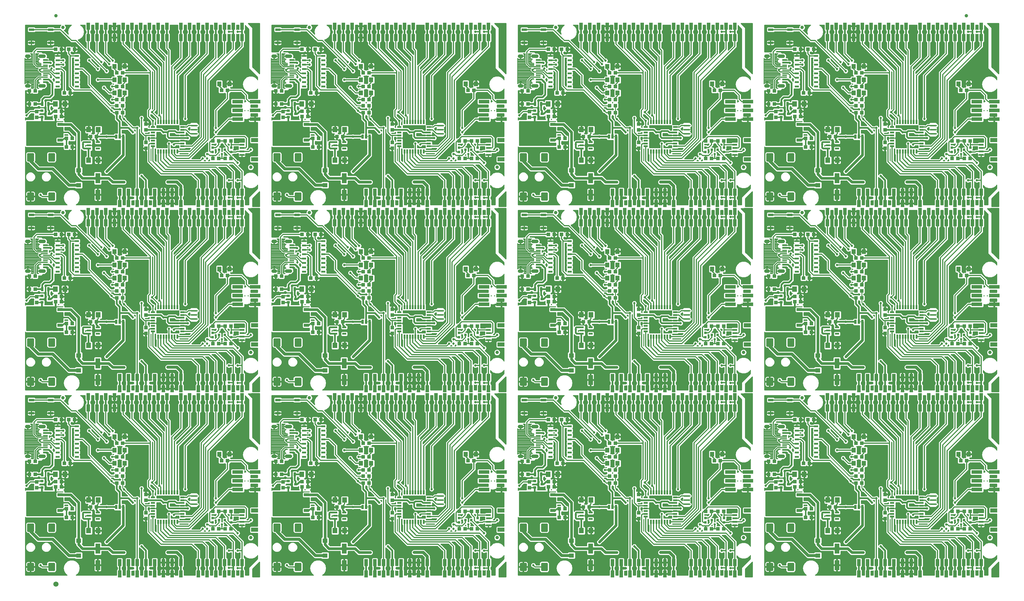
<source format=gtl>
G75*
%MOIN*%
%OFA0B0*%
%FSLAX25Y25*%
%IPPOS*%
%LPD*%
%AMOC8*
5,1,8,0,0,1.08239X$1,22.5*
%
%ADD10R,0.03937X0.04331*%
%ADD11R,0.04331X0.03937*%
%ADD12R,0.05512X0.06299*%
%ADD13R,0.05512X0.11811*%
%ADD14R,0.03543X0.03150*%
%ADD15R,0.06000X0.03300*%
%ADD16R,0.07000X0.12300*%
%ADD17C,0.03937*%
%ADD18R,0.03937X0.07874*%
%ADD19C,0.02000*%
%ADD20C,0.01772*%
%ADD21C,0.01000*%
%ADD22R,0.12480X0.03937*%
%ADD23R,0.04724X0.05512*%
%ADD24R,0.05787X0.05000*%
%ADD25R,0.03150X0.04724*%
%ADD26C,0.02362*%
%ADD27R,0.02756X0.02756*%
%ADD28R,0.05000X0.02200*%
%ADD29R,0.02200X0.05000*%
%ADD30R,0.04724X0.02165*%
%ADD31R,0.02500X0.05000*%
%ADD32R,0.01600X0.01000*%
%ADD33R,0.07874X0.04724*%
%ADD34R,0.05315X0.02362*%
%ADD35R,0.05709X0.01181*%
%ADD36R,0.05709X0.02362*%
%ADD37R,0.05709X0.02165*%
%ADD38C,0.03937*%
%ADD39R,0.04724X0.02362*%
%ADD40R,0.06000X0.03000*%
%ADD41C,0.05906*%
%ADD42C,0.01200*%
%ADD43C,0.02700*%
%ADD44C,0.01400*%
%ADD45C,0.03200*%
%ADD46C,0.01600*%
%ADD47C,0.03000*%
%ADD48C,0.00800*%
D10*
X0243933Y0175587D03*
X0243933Y0182280D03*
X0243933Y0196807D03*
X0243933Y0203500D03*
X0118933Y0211087D03*
X0118933Y0217780D03*
X0243933Y0387587D03*
X0243933Y0394280D03*
X0243933Y0408807D03*
X0243933Y0415500D03*
X0118933Y0423087D03*
X0118933Y0429780D03*
X0243933Y0599587D03*
X0243933Y0606280D03*
X0243933Y0620807D03*
X0243933Y0627500D03*
X0118933Y0635087D03*
X0118933Y0641780D03*
X0400933Y0641780D03*
X0400933Y0635087D03*
X0525933Y0627500D03*
X0525933Y0620807D03*
X0525933Y0606280D03*
X0525933Y0599587D03*
X0682933Y0635087D03*
X0682933Y0641780D03*
X0807933Y0627500D03*
X0807933Y0620807D03*
X0807933Y0606280D03*
X0807933Y0599587D03*
X0964933Y0635087D03*
X0964933Y0641780D03*
X1089933Y0627500D03*
X1089933Y0620807D03*
X1089933Y0606280D03*
X1089933Y0599587D03*
X0964933Y0429780D03*
X0964933Y0423087D03*
X1089933Y0415500D03*
X1089933Y0408807D03*
X1089933Y0394280D03*
X1089933Y0387587D03*
X0807933Y0387587D03*
X0807933Y0394280D03*
X0807933Y0408807D03*
X0807933Y0415500D03*
X0682933Y0423087D03*
X0682933Y0429780D03*
X0525933Y0415500D03*
X0525933Y0408807D03*
X0525933Y0394280D03*
X0525933Y0387587D03*
X0400933Y0423087D03*
X0400933Y0429780D03*
X0400933Y0217780D03*
X0400933Y0211087D03*
X0525933Y0203500D03*
X0525933Y0196807D03*
X0525933Y0182280D03*
X0525933Y0175587D03*
X0682933Y0211087D03*
X0682933Y0217780D03*
X0807933Y0203500D03*
X0807933Y0196807D03*
X0807933Y0182280D03*
X0807933Y0175587D03*
X0964933Y0211087D03*
X0964933Y0217780D03*
X1089933Y0203500D03*
X1089933Y0196807D03*
X1089933Y0182280D03*
X1089933Y0175587D03*
D11*
X1033280Y0188933D03*
X1026587Y0188933D03*
X1005780Y0186933D03*
X0999087Y0186933D03*
X0999087Y0176933D03*
X1005780Y0176933D03*
X0993280Y0211933D03*
X0993280Y0217933D03*
X0986587Y0217933D03*
X0986587Y0211933D03*
X0963280Y0226433D03*
X0956587Y0226433D03*
X0956587Y0241433D03*
X0963280Y0241433D03*
X0996587Y0238933D03*
X1003280Y0238933D03*
X1056587Y0231433D03*
X1063280Y0231433D03*
X1063280Y0224433D03*
X1056587Y0224433D03*
X1056587Y0216433D03*
X1063280Y0216433D03*
X1063280Y0246433D03*
X1056587Y0246433D03*
X1056587Y0261933D03*
X1063280Y0261933D03*
X1008280Y0288933D03*
X1001587Y0288933D03*
X0993280Y0288933D03*
X0986587Y0288933D03*
X0901280Y0241933D03*
X0894587Y0241933D03*
X0891280Y0183933D03*
X0884587Y0183933D03*
X0898587Y0183933D03*
X0905280Y0183933D03*
X0905280Y0163933D03*
X0898587Y0163933D03*
X0891280Y0163933D03*
X0884587Y0163933D03*
X0781280Y0216433D03*
X0774587Y0216433D03*
X0774587Y0224433D03*
X0781280Y0224433D03*
X0781280Y0231433D03*
X0774587Y0231433D03*
X0774587Y0246433D03*
X0781280Y0246433D03*
X0781280Y0261933D03*
X0774587Y0261933D03*
X0726280Y0288933D03*
X0719587Y0288933D03*
X0711280Y0288933D03*
X0704587Y0288933D03*
X0681280Y0241433D03*
X0674587Y0241433D03*
X0674587Y0226433D03*
X0681280Y0226433D03*
X0704587Y0217933D03*
X0704587Y0211933D03*
X0711280Y0211933D03*
X0711280Y0217933D03*
X0714587Y0238933D03*
X0721280Y0238933D03*
X0723780Y0186933D03*
X0717087Y0186933D03*
X0717087Y0176933D03*
X0723780Y0176933D03*
X0744587Y0188933D03*
X0751280Y0188933D03*
X0623280Y0183933D03*
X0616587Y0183933D03*
X0609280Y0183933D03*
X0602587Y0183933D03*
X0602587Y0163933D03*
X0609280Y0163933D03*
X0616587Y0163933D03*
X0623280Y0163933D03*
X0499280Y0216433D03*
X0492587Y0216433D03*
X0492587Y0224433D03*
X0499280Y0224433D03*
X0499280Y0231433D03*
X0492587Y0231433D03*
X0492587Y0246433D03*
X0499280Y0246433D03*
X0499280Y0261933D03*
X0492587Y0261933D03*
X0444280Y0288933D03*
X0437587Y0288933D03*
X0429280Y0288933D03*
X0422587Y0288933D03*
X0399280Y0241433D03*
X0392587Y0241433D03*
X0392587Y0226433D03*
X0399280Y0226433D03*
X0422587Y0217933D03*
X0422587Y0211933D03*
X0429280Y0211933D03*
X0429280Y0217933D03*
X0432587Y0238933D03*
X0439280Y0238933D03*
X0441780Y0186933D03*
X0435087Y0186933D03*
X0435087Y0176933D03*
X0441780Y0176933D03*
X0462587Y0188933D03*
X0469280Y0188933D03*
X0341280Y0183933D03*
X0334587Y0183933D03*
X0327280Y0183933D03*
X0320587Y0183933D03*
X0320587Y0163933D03*
X0327280Y0163933D03*
X0334587Y0163933D03*
X0341280Y0163933D03*
X0217280Y0216433D03*
X0210587Y0216433D03*
X0210587Y0224433D03*
X0217280Y0224433D03*
X0217280Y0231433D03*
X0210587Y0231433D03*
X0210587Y0246433D03*
X0217280Y0246433D03*
X0217280Y0261933D03*
X0210587Y0261933D03*
X0162280Y0288933D03*
X0155587Y0288933D03*
X0147280Y0288933D03*
X0140587Y0288933D03*
X0117280Y0241433D03*
X0110587Y0241433D03*
X0110587Y0226433D03*
X0117280Y0226433D03*
X0140587Y0217933D03*
X0140587Y0211933D03*
X0147280Y0211933D03*
X0147280Y0217933D03*
X0150587Y0238933D03*
X0157280Y0238933D03*
X0159780Y0186933D03*
X0153087Y0186933D03*
X0153087Y0176933D03*
X0159780Y0176933D03*
X0180587Y0188933D03*
X0187280Y0188933D03*
X0330587Y0241933D03*
X0337280Y0241933D03*
X0334587Y0375933D03*
X0341280Y0375933D03*
X0327280Y0375933D03*
X0320587Y0375933D03*
X0320587Y0395933D03*
X0327280Y0395933D03*
X0334587Y0395933D03*
X0341280Y0395933D03*
X0392587Y0438433D03*
X0399280Y0438433D03*
X0399280Y0453433D03*
X0392587Y0453433D03*
X0422587Y0429933D03*
X0422587Y0423933D03*
X0429280Y0423933D03*
X0429280Y0429933D03*
X0432587Y0450933D03*
X0439280Y0450933D03*
X0492587Y0443433D03*
X0499280Y0443433D03*
X0499280Y0436433D03*
X0492587Y0436433D03*
X0492587Y0428433D03*
X0499280Y0428433D03*
X0499280Y0458433D03*
X0492587Y0458433D03*
X0492587Y0473933D03*
X0499280Y0473933D03*
X0444280Y0500933D03*
X0437587Y0500933D03*
X0429280Y0500933D03*
X0422587Y0500933D03*
X0337280Y0453933D03*
X0330587Y0453933D03*
X0217280Y0458433D03*
X0210587Y0458433D03*
X0210587Y0443433D03*
X0217280Y0443433D03*
X0217280Y0436433D03*
X0210587Y0436433D03*
X0210587Y0428433D03*
X0217280Y0428433D03*
X0187280Y0400933D03*
X0180587Y0400933D03*
X0159780Y0398933D03*
X0153087Y0398933D03*
X0153087Y0388933D03*
X0159780Y0388933D03*
X0147280Y0423933D03*
X0147280Y0429933D03*
X0140587Y0429933D03*
X0140587Y0423933D03*
X0117280Y0438433D03*
X0110587Y0438433D03*
X0110587Y0453433D03*
X0117280Y0453433D03*
X0150587Y0450933D03*
X0157280Y0450933D03*
X0210587Y0473933D03*
X0217280Y0473933D03*
X0162280Y0500933D03*
X0155587Y0500933D03*
X0147280Y0500933D03*
X0140587Y0500933D03*
X0153087Y0600933D03*
X0159780Y0600933D03*
X0159780Y0610933D03*
X0153087Y0610933D03*
X0180587Y0612933D03*
X0187280Y0612933D03*
X0147280Y0635933D03*
X0147280Y0641933D03*
X0140587Y0641933D03*
X0140587Y0635933D03*
X0117280Y0650433D03*
X0110587Y0650433D03*
X0110587Y0665433D03*
X0117280Y0665433D03*
X0150587Y0662933D03*
X0157280Y0662933D03*
X0210587Y0655433D03*
X0217280Y0655433D03*
X0217280Y0648433D03*
X0210587Y0648433D03*
X0210587Y0640433D03*
X0217280Y0640433D03*
X0217280Y0670433D03*
X0210587Y0670433D03*
X0210587Y0685933D03*
X0217280Y0685933D03*
X0162280Y0712933D03*
X0155587Y0712933D03*
X0147280Y0712933D03*
X0140587Y0712933D03*
X0330587Y0665933D03*
X0337280Y0665933D03*
X0392587Y0665433D03*
X0399280Y0665433D03*
X0399280Y0650433D03*
X0392587Y0650433D03*
X0422587Y0641933D03*
X0422587Y0635933D03*
X0429280Y0635933D03*
X0429280Y0641933D03*
X0432587Y0662933D03*
X0439280Y0662933D03*
X0492587Y0655433D03*
X0499280Y0655433D03*
X0499280Y0648433D03*
X0492587Y0648433D03*
X0492587Y0640433D03*
X0499280Y0640433D03*
X0499280Y0670433D03*
X0492587Y0670433D03*
X0492587Y0685933D03*
X0499280Y0685933D03*
X0444280Y0712933D03*
X0437587Y0712933D03*
X0429280Y0712933D03*
X0422587Y0712933D03*
X0435087Y0610933D03*
X0441780Y0610933D03*
X0462587Y0612933D03*
X0469280Y0612933D03*
X0441780Y0600933D03*
X0435087Y0600933D03*
X0341280Y0607933D03*
X0334587Y0607933D03*
X0327280Y0607933D03*
X0320587Y0607933D03*
X0320587Y0587933D03*
X0327280Y0587933D03*
X0334587Y0587933D03*
X0341280Y0587933D03*
X0602587Y0587933D03*
X0609280Y0587933D03*
X0616587Y0587933D03*
X0623280Y0587933D03*
X0623280Y0607933D03*
X0616587Y0607933D03*
X0609280Y0607933D03*
X0602587Y0607933D03*
X0674587Y0650433D03*
X0681280Y0650433D03*
X0704587Y0641933D03*
X0704587Y0635933D03*
X0711280Y0635933D03*
X0711280Y0641933D03*
X0714587Y0662933D03*
X0721280Y0662933D03*
X0681280Y0665433D03*
X0674587Y0665433D03*
X0619280Y0665933D03*
X0612587Y0665933D03*
X0704587Y0712933D03*
X0711280Y0712933D03*
X0719587Y0712933D03*
X0726280Y0712933D03*
X0774587Y0685933D03*
X0781280Y0685933D03*
X0781280Y0670433D03*
X0774587Y0670433D03*
X0774587Y0655433D03*
X0781280Y0655433D03*
X0781280Y0648433D03*
X0774587Y0648433D03*
X0774587Y0640433D03*
X0781280Y0640433D03*
X0751280Y0612933D03*
X0744587Y0612933D03*
X0723780Y0610933D03*
X0717087Y0610933D03*
X0717087Y0600933D03*
X0723780Y0600933D03*
X0884587Y0607933D03*
X0891280Y0607933D03*
X0898587Y0607933D03*
X0905280Y0607933D03*
X0905280Y0587933D03*
X0898587Y0587933D03*
X0891280Y0587933D03*
X0884587Y0587933D03*
X0956587Y0650433D03*
X0963280Y0650433D03*
X0963280Y0665433D03*
X0956587Y0665433D03*
X0986587Y0641933D03*
X0986587Y0635933D03*
X0993280Y0635933D03*
X0993280Y0641933D03*
X0996587Y0662933D03*
X1003280Y0662933D03*
X1056587Y0655433D03*
X1063280Y0655433D03*
X1063280Y0648433D03*
X1056587Y0648433D03*
X1056587Y0640433D03*
X1063280Y0640433D03*
X1063280Y0670433D03*
X1056587Y0670433D03*
X1056587Y0685933D03*
X1063280Y0685933D03*
X1008280Y0712933D03*
X1001587Y0712933D03*
X0993280Y0712933D03*
X0986587Y0712933D03*
X0901280Y0665933D03*
X0894587Y0665933D03*
X0999087Y0610933D03*
X1005780Y0610933D03*
X1005780Y0600933D03*
X0999087Y0600933D03*
X1026587Y0612933D03*
X1033280Y0612933D03*
X1166587Y0607933D03*
X1173280Y0607933D03*
X1180587Y0607933D03*
X1187280Y0607933D03*
X1187280Y0587933D03*
X1180587Y0587933D03*
X1173280Y0587933D03*
X1166587Y0587933D03*
X1176587Y0665933D03*
X1183280Y0665933D03*
X1008280Y0500933D03*
X1001587Y0500933D03*
X0993280Y0500933D03*
X0986587Y0500933D03*
X1056587Y0473933D03*
X1063280Y0473933D03*
X1063280Y0458433D03*
X1056587Y0458433D03*
X1056587Y0443433D03*
X1063280Y0443433D03*
X1063280Y0436433D03*
X1056587Y0436433D03*
X1056587Y0428433D03*
X1063280Y0428433D03*
X1033280Y0400933D03*
X1026587Y0400933D03*
X1005780Y0398933D03*
X0999087Y0398933D03*
X0999087Y0388933D03*
X1005780Y0388933D03*
X0993280Y0423933D03*
X0993280Y0429933D03*
X0986587Y0429933D03*
X0986587Y0423933D03*
X0963280Y0438433D03*
X0956587Y0438433D03*
X0956587Y0453433D03*
X0963280Y0453433D03*
X0996587Y0450933D03*
X1003280Y0450933D03*
X0901280Y0453933D03*
X0894587Y0453933D03*
X0891280Y0395933D03*
X0884587Y0395933D03*
X0898587Y0395933D03*
X0905280Y0395933D03*
X0905280Y0375933D03*
X0898587Y0375933D03*
X0891280Y0375933D03*
X0884587Y0375933D03*
X0781280Y0428433D03*
X0774587Y0428433D03*
X0774587Y0436433D03*
X0781280Y0436433D03*
X0781280Y0443433D03*
X0774587Y0443433D03*
X0774587Y0458433D03*
X0781280Y0458433D03*
X0781280Y0473933D03*
X0774587Y0473933D03*
X0726280Y0500933D03*
X0719587Y0500933D03*
X0711280Y0500933D03*
X0704587Y0500933D03*
X0714587Y0450933D03*
X0721280Y0450933D03*
X0711280Y0429933D03*
X0711280Y0423933D03*
X0704587Y0423933D03*
X0704587Y0429933D03*
X0681280Y0438433D03*
X0674587Y0438433D03*
X0674587Y0453433D03*
X0681280Y0453433D03*
X0619280Y0453933D03*
X0612587Y0453933D03*
X0609280Y0395933D03*
X0602587Y0395933D03*
X0616587Y0395933D03*
X0623280Y0395933D03*
X0623280Y0375933D03*
X0616587Y0375933D03*
X0609280Y0375933D03*
X0602587Y0375933D03*
X0717087Y0388933D03*
X0723780Y0388933D03*
X0723780Y0398933D03*
X0717087Y0398933D03*
X0744587Y0400933D03*
X0751280Y0400933D03*
X0619280Y0241933D03*
X0612587Y0241933D03*
X0441780Y0388933D03*
X0435087Y0388933D03*
X0435087Y0398933D03*
X0441780Y0398933D03*
X0462587Y0400933D03*
X0469280Y0400933D03*
X1166587Y0395933D03*
X1173280Y0395933D03*
X1180587Y0395933D03*
X1187280Y0395933D03*
X1187280Y0375933D03*
X1180587Y0375933D03*
X1173280Y0375933D03*
X1166587Y0375933D03*
X1176587Y0453933D03*
X1183280Y0453933D03*
X1183280Y0241933D03*
X1176587Y0241933D03*
X1173280Y0183933D03*
X1166587Y0183933D03*
X1180587Y0183933D03*
X1187280Y0183933D03*
X1187280Y0163933D03*
X1180587Y0163933D03*
X1173280Y0163933D03*
X1166587Y0163933D03*
D12*
X1035445Y0161933D03*
X1024421Y0161933D03*
X1024421Y0196933D03*
X1035445Y0196933D03*
X0997445Y0226433D03*
X0986421Y0226433D03*
X0753445Y0196933D03*
X0742421Y0196933D03*
X0715445Y0226433D03*
X0704421Y0226433D03*
X0742421Y0161933D03*
X0753445Y0161933D03*
X0471445Y0161933D03*
X0460421Y0161933D03*
X0460421Y0196933D03*
X0471445Y0196933D03*
X0433445Y0226433D03*
X0422421Y0226433D03*
X0189445Y0196933D03*
X0178421Y0196933D03*
X0151445Y0226433D03*
X0140421Y0226433D03*
X0178421Y0161933D03*
X0189445Y0161933D03*
X0189445Y0373933D03*
X0178421Y0373933D03*
X0178421Y0408933D03*
X0189445Y0408933D03*
X0151445Y0438433D03*
X0140421Y0438433D03*
X0178421Y0585933D03*
X0189445Y0585933D03*
X0189445Y0620933D03*
X0178421Y0620933D03*
X0151445Y0650433D03*
X0140421Y0650433D03*
X0422421Y0650433D03*
X0433445Y0650433D03*
X0460421Y0620933D03*
X0471445Y0620933D03*
X0471445Y0585933D03*
X0460421Y0585933D03*
X0704421Y0650433D03*
X0715445Y0650433D03*
X0742421Y0620933D03*
X0753445Y0620933D03*
X0753445Y0585933D03*
X0742421Y0585933D03*
X0986421Y0650433D03*
X0997445Y0650433D03*
X1024421Y0620933D03*
X1035445Y0620933D03*
X1035445Y0585933D03*
X1024421Y0585933D03*
X0997445Y0438433D03*
X0986421Y0438433D03*
X1024421Y0408933D03*
X1035445Y0408933D03*
X1035445Y0373933D03*
X1024421Y0373933D03*
X0753445Y0373933D03*
X0742421Y0373933D03*
X0742421Y0408933D03*
X0753445Y0408933D03*
X0715445Y0438433D03*
X0704421Y0438433D03*
X0471445Y0408933D03*
X0460421Y0408933D03*
X0433445Y0438433D03*
X0422421Y0438433D03*
X0460421Y0373933D03*
X0471445Y0373933D03*
D13*
X0470933Y0353382D03*
X0470933Y0334484D03*
X0188933Y0334484D03*
X0188933Y0353382D03*
X0188933Y0546484D03*
X0188933Y0565382D03*
X0470933Y0565382D03*
X0470933Y0546484D03*
X0752933Y0546484D03*
X0752933Y0565382D03*
X1034933Y0565382D03*
X1034933Y0546484D03*
X1034933Y0353382D03*
X1034933Y0334484D03*
X0752933Y0334484D03*
X0752933Y0353382D03*
X0752933Y0141382D03*
X0752933Y0122484D03*
X0470933Y0122484D03*
X0470933Y0141382D03*
X0188933Y0141382D03*
X0188933Y0122484D03*
X1034933Y0122484D03*
X1034933Y0141382D03*
D14*
X0979264Y0214933D03*
X0970996Y0211193D03*
X0970996Y0218673D03*
X0697264Y0214933D03*
X0688996Y0211193D03*
X0688996Y0218673D03*
X0415264Y0214933D03*
X0406996Y0211193D03*
X0406996Y0218673D03*
X0133264Y0214933D03*
X0124996Y0211193D03*
X0124996Y0218673D03*
X0124996Y0423193D03*
X0124996Y0430673D03*
X0133264Y0426933D03*
X0406996Y0423193D03*
X0406996Y0430673D03*
X0415264Y0426933D03*
X0688996Y0423193D03*
X0688996Y0430673D03*
X0697264Y0426933D03*
X0970996Y0423193D03*
X0970996Y0430673D03*
X0979264Y0426933D03*
X0970996Y0635193D03*
X0970996Y0642673D03*
X0979264Y0638933D03*
X0697264Y0638933D03*
X0688996Y0635193D03*
X0688996Y0642673D03*
X0415264Y0638933D03*
X0406996Y0635193D03*
X0406996Y0642673D03*
X0133264Y0638933D03*
X0124996Y0635193D03*
X0124996Y0642673D03*
D15*
X0145823Y0626943D03*
X0145823Y0617933D03*
X0145823Y0608993D03*
X0427823Y0608993D03*
X0427823Y0617933D03*
X0427823Y0626943D03*
X0709823Y0626943D03*
X0709823Y0617933D03*
X0709823Y0608993D03*
X0991823Y0608993D03*
X0991823Y0617933D03*
X0991823Y0626943D03*
X0991823Y0414943D03*
X0991823Y0405933D03*
X0991823Y0396993D03*
X0709823Y0396993D03*
X0709823Y0405933D03*
X0709823Y0414943D03*
X0427823Y0414943D03*
X0427823Y0405933D03*
X0427823Y0396993D03*
X0145823Y0396993D03*
X0145823Y0405933D03*
X0145823Y0414943D03*
X0145823Y0202943D03*
X0145823Y0193933D03*
X0145823Y0184993D03*
X0427823Y0184993D03*
X0427823Y0193933D03*
X0427823Y0202943D03*
X0709823Y0202943D03*
X0709823Y0193933D03*
X0709823Y0184993D03*
X0991823Y0184993D03*
X0991823Y0193933D03*
X0991823Y0202943D03*
D16*
X0968433Y0193933D03*
X0686433Y0193933D03*
X0404433Y0193933D03*
X0122433Y0193933D03*
X0122433Y0405933D03*
X0404433Y0405933D03*
X0686433Y0405933D03*
X0968433Y0405933D03*
X0968433Y0617933D03*
X0686433Y0617933D03*
X0404433Y0617933D03*
X0122433Y0617933D03*
D17*
X0148933Y0525933D03*
X0363933Y0577933D03*
X0430933Y0525933D03*
X0645933Y0577933D03*
X0712933Y0525933D03*
X0927933Y0577933D03*
X0994933Y0525933D03*
X1209933Y0577933D03*
X0994933Y0737933D03*
X1182933Y0751183D03*
X0712933Y0737933D03*
X0430933Y0737933D03*
X0148933Y0737933D03*
X0140933Y0751183D03*
X0363933Y0365933D03*
X0430933Y0313933D03*
X0645933Y0365933D03*
X0712933Y0313933D03*
X0927933Y0365933D03*
X0994933Y0313933D03*
X1209933Y0365933D03*
X1209933Y0153933D03*
X0927933Y0153933D03*
X0645933Y0153933D03*
X0363933Y0153933D03*
X0148933Y0313933D03*
D18*
X0177933Y0315429D03*
X0187933Y0315429D03*
X0197933Y0315429D03*
X0207933Y0315429D03*
X0217933Y0315429D03*
X0227933Y0315429D03*
X0237933Y0315429D03*
X0247933Y0315429D03*
X0257933Y0315429D03*
X0267933Y0315429D03*
X0267933Y0302437D03*
X0257933Y0302437D03*
X0247933Y0302437D03*
X0237933Y0302437D03*
X0227933Y0302437D03*
X0217933Y0302437D03*
X0207933Y0302437D03*
X0197933Y0302437D03*
X0187933Y0302437D03*
X0177933Y0302437D03*
X0213933Y0324437D03*
X0223933Y0324437D03*
X0233933Y0324437D03*
X0243933Y0324437D03*
X0253933Y0324437D03*
X0263933Y0324437D03*
X0273933Y0324437D03*
X0283933Y0324437D03*
X0283933Y0337429D03*
X0273933Y0337429D03*
X0263933Y0337429D03*
X0253933Y0337429D03*
X0243933Y0337429D03*
X0233933Y0337429D03*
X0223933Y0337429D03*
X0213933Y0337429D03*
X0283933Y0315429D03*
X0293933Y0315429D03*
X0303933Y0315429D03*
X0313933Y0315429D03*
X0323933Y0315429D03*
X0333933Y0315429D03*
X0343933Y0315429D03*
X0353933Y0315429D03*
X0353933Y0302437D03*
X0343933Y0302437D03*
X0333933Y0302437D03*
X0323933Y0302437D03*
X0313933Y0302437D03*
X0303933Y0302437D03*
X0293933Y0302437D03*
X0283933Y0302437D03*
X0303933Y0324437D03*
X0313933Y0324437D03*
X0323933Y0324437D03*
X0333933Y0324437D03*
X0343933Y0324437D03*
X0353933Y0324437D03*
X0353933Y0337429D03*
X0343933Y0337429D03*
X0333933Y0337429D03*
X0323933Y0337429D03*
X0313933Y0337429D03*
X0303933Y0337429D03*
X0459933Y0315429D03*
X0469933Y0315429D03*
X0479933Y0315429D03*
X0489933Y0315429D03*
X0499933Y0315429D03*
X0509933Y0315429D03*
X0519933Y0315429D03*
X0529933Y0315429D03*
X0539933Y0315429D03*
X0549933Y0315429D03*
X0549933Y0302437D03*
X0539933Y0302437D03*
X0529933Y0302437D03*
X0519933Y0302437D03*
X0509933Y0302437D03*
X0499933Y0302437D03*
X0489933Y0302437D03*
X0479933Y0302437D03*
X0469933Y0302437D03*
X0459933Y0302437D03*
X0495933Y0324437D03*
X0505933Y0324437D03*
X0515933Y0324437D03*
X0525933Y0324437D03*
X0535933Y0324437D03*
X0545933Y0324437D03*
X0555933Y0324437D03*
X0565933Y0324437D03*
X0565933Y0337429D03*
X0555933Y0337429D03*
X0545933Y0337429D03*
X0535933Y0337429D03*
X0525933Y0337429D03*
X0515933Y0337429D03*
X0505933Y0337429D03*
X0495933Y0337429D03*
X0565933Y0315429D03*
X0575933Y0315429D03*
X0585933Y0315429D03*
X0595933Y0315429D03*
X0605933Y0315429D03*
X0615933Y0315429D03*
X0625933Y0315429D03*
X0635933Y0315429D03*
X0635933Y0302437D03*
X0625933Y0302437D03*
X0615933Y0302437D03*
X0605933Y0302437D03*
X0595933Y0302437D03*
X0585933Y0302437D03*
X0575933Y0302437D03*
X0565933Y0302437D03*
X0585933Y0324437D03*
X0595933Y0324437D03*
X0605933Y0324437D03*
X0615933Y0324437D03*
X0625933Y0324437D03*
X0635933Y0324437D03*
X0635933Y0337429D03*
X0625933Y0337429D03*
X0615933Y0337429D03*
X0605933Y0337429D03*
X0595933Y0337429D03*
X0585933Y0337429D03*
X0741933Y0315429D03*
X0751933Y0315429D03*
X0761933Y0315429D03*
X0771933Y0315429D03*
X0781933Y0315429D03*
X0791933Y0315429D03*
X0801933Y0315429D03*
X0811933Y0315429D03*
X0821933Y0315429D03*
X0831933Y0315429D03*
X0831933Y0302437D03*
X0821933Y0302437D03*
X0811933Y0302437D03*
X0801933Y0302437D03*
X0791933Y0302437D03*
X0781933Y0302437D03*
X0771933Y0302437D03*
X0761933Y0302437D03*
X0751933Y0302437D03*
X0741933Y0302437D03*
X0777933Y0324437D03*
X0787933Y0324437D03*
X0797933Y0324437D03*
X0807933Y0324437D03*
X0817933Y0324437D03*
X0827933Y0324437D03*
X0837933Y0324437D03*
X0847933Y0324437D03*
X0847933Y0337429D03*
X0837933Y0337429D03*
X0827933Y0337429D03*
X0817933Y0337429D03*
X0807933Y0337429D03*
X0797933Y0337429D03*
X0787933Y0337429D03*
X0777933Y0337429D03*
X0847933Y0315429D03*
X0857933Y0315429D03*
X0867933Y0315429D03*
X0877933Y0315429D03*
X0887933Y0315429D03*
X0897933Y0315429D03*
X0907933Y0315429D03*
X0917933Y0315429D03*
X0917933Y0302437D03*
X0907933Y0302437D03*
X0897933Y0302437D03*
X0887933Y0302437D03*
X0877933Y0302437D03*
X0867933Y0302437D03*
X0857933Y0302437D03*
X0847933Y0302437D03*
X0867933Y0324437D03*
X0877933Y0324437D03*
X0887933Y0324437D03*
X0897933Y0324437D03*
X0907933Y0324437D03*
X0917933Y0324437D03*
X0917933Y0337429D03*
X0907933Y0337429D03*
X0897933Y0337429D03*
X0887933Y0337429D03*
X0877933Y0337429D03*
X0867933Y0337429D03*
X1023933Y0315429D03*
X1033933Y0315429D03*
X1043933Y0315429D03*
X1053933Y0315429D03*
X1063933Y0315429D03*
X1073933Y0315429D03*
X1083933Y0315429D03*
X1093933Y0315429D03*
X1103933Y0315429D03*
X1113933Y0315429D03*
X1113933Y0302437D03*
X1103933Y0302437D03*
X1093933Y0302437D03*
X1083933Y0302437D03*
X1073933Y0302437D03*
X1063933Y0302437D03*
X1053933Y0302437D03*
X1043933Y0302437D03*
X1033933Y0302437D03*
X1023933Y0302437D03*
X1059933Y0324437D03*
X1069933Y0324437D03*
X1079933Y0324437D03*
X1089933Y0324437D03*
X1099933Y0324437D03*
X1109933Y0324437D03*
X1119933Y0324437D03*
X1129933Y0324437D03*
X1129933Y0337429D03*
X1119933Y0337429D03*
X1109933Y0337429D03*
X1099933Y0337429D03*
X1089933Y0337429D03*
X1079933Y0337429D03*
X1069933Y0337429D03*
X1059933Y0337429D03*
X1129933Y0315429D03*
X1139933Y0315429D03*
X1149933Y0315429D03*
X1159933Y0315429D03*
X1169933Y0315429D03*
X1179933Y0315429D03*
X1189933Y0315429D03*
X1199933Y0315429D03*
X1199933Y0302437D03*
X1189933Y0302437D03*
X1179933Y0302437D03*
X1169933Y0302437D03*
X1159933Y0302437D03*
X1149933Y0302437D03*
X1139933Y0302437D03*
X1129933Y0302437D03*
X1149933Y0324437D03*
X1159933Y0324437D03*
X1169933Y0324437D03*
X1179933Y0324437D03*
X1189933Y0324437D03*
X1199933Y0324437D03*
X1199933Y0337429D03*
X1189933Y0337429D03*
X1179933Y0337429D03*
X1169933Y0337429D03*
X1159933Y0337429D03*
X1149933Y0337429D03*
X1149933Y0514437D03*
X1139933Y0514437D03*
X1129933Y0514437D03*
X1113933Y0514437D03*
X1103933Y0514437D03*
X1093933Y0514437D03*
X1083933Y0514437D03*
X1073933Y0514437D03*
X1063933Y0514437D03*
X1053933Y0514437D03*
X1043933Y0514437D03*
X1033933Y0514437D03*
X1023933Y0514437D03*
X1023933Y0527429D03*
X1033933Y0527429D03*
X1043933Y0527429D03*
X1053933Y0527429D03*
X1063933Y0527429D03*
X1059933Y0536437D03*
X1069933Y0536437D03*
X1073933Y0527429D03*
X1083933Y0527429D03*
X1079933Y0536437D03*
X1089933Y0536437D03*
X1093933Y0527429D03*
X1103933Y0527429D03*
X1099933Y0536437D03*
X1109933Y0536437D03*
X1113933Y0527429D03*
X1119933Y0536437D03*
X1129933Y0536437D03*
X1129933Y0527429D03*
X1139933Y0527429D03*
X1149933Y0527429D03*
X1149933Y0536437D03*
X1159933Y0536437D03*
X1159933Y0527429D03*
X1169933Y0527429D03*
X1169933Y0536437D03*
X1179933Y0536437D03*
X1179933Y0527429D03*
X1189933Y0527429D03*
X1189933Y0536437D03*
X1199933Y0536437D03*
X1199933Y0527429D03*
X1199933Y0514437D03*
X1189933Y0514437D03*
X1179933Y0514437D03*
X1169933Y0514437D03*
X1159933Y0514437D03*
X1159933Y0549429D03*
X1149933Y0549429D03*
X1169933Y0549429D03*
X1179933Y0549429D03*
X1189933Y0549429D03*
X1199933Y0549429D03*
X1129933Y0549429D03*
X1119933Y0549429D03*
X1109933Y0549429D03*
X1099933Y0549429D03*
X1089933Y0549429D03*
X1079933Y0549429D03*
X1069933Y0549429D03*
X1059933Y0549429D03*
X0917933Y0549429D03*
X0907933Y0549429D03*
X0897933Y0549429D03*
X0887933Y0549429D03*
X0877933Y0549429D03*
X0867933Y0549429D03*
X0867933Y0536437D03*
X0867933Y0527429D03*
X0857933Y0527429D03*
X0847933Y0527429D03*
X0847933Y0536437D03*
X0837933Y0536437D03*
X0827933Y0536437D03*
X0831933Y0527429D03*
X0821933Y0527429D03*
X0817933Y0536437D03*
X0807933Y0536437D03*
X0811933Y0527429D03*
X0801933Y0527429D03*
X0797933Y0536437D03*
X0787933Y0536437D03*
X0791933Y0527429D03*
X0781933Y0527429D03*
X0777933Y0536437D03*
X0771933Y0527429D03*
X0761933Y0527429D03*
X0751933Y0527429D03*
X0741933Y0527429D03*
X0741933Y0514437D03*
X0751933Y0514437D03*
X0761933Y0514437D03*
X0771933Y0514437D03*
X0781933Y0514437D03*
X0791933Y0514437D03*
X0801933Y0514437D03*
X0811933Y0514437D03*
X0821933Y0514437D03*
X0831933Y0514437D03*
X0847933Y0514437D03*
X0857933Y0514437D03*
X0867933Y0514437D03*
X0877933Y0514437D03*
X0887933Y0514437D03*
X0897933Y0514437D03*
X0907933Y0514437D03*
X0917933Y0514437D03*
X0917933Y0527429D03*
X0917933Y0536437D03*
X0907933Y0536437D03*
X0907933Y0527429D03*
X0897933Y0527429D03*
X0897933Y0536437D03*
X0887933Y0536437D03*
X0887933Y0527429D03*
X0877933Y0527429D03*
X0877933Y0536437D03*
X0847933Y0549429D03*
X0837933Y0549429D03*
X0827933Y0549429D03*
X0817933Y0549429D03*
X0807933Y0549429D03*
X0797933Y0549429D03*
X0787933Y0549429D03*
X0777933Y0549429D03*
X0635933Y0549429D03*
X0625933Y0549429D03*
X0615933Y0549429D03*
X0605933Y0549429D03*
X0595933Y0549429D03*
X0585933Y0549429D03*
X0565933Y0549429D03*
X0555933Y0549429D03*
X0545933Y0549429D03*
X0535933Y0549429D03*
X0525933Y0549429D03*
X0515933Y0549429D03*
X0505933Y0549429D03*
X0495933Y0549429D03*
X0495933Y0536437D03*
X0499933Y0527429D03*
X0489933Y0527429D03*
X0479933Y0527429D03*
X0469933Y0527429D03*
X0459933Y0527429D03*
X0459933Y0514437D03*
X0469933Y0514437D03*
X0479933Y0514437D03*
X0489933Y0514437D03*
X0499933Y0514437D03*
X0509933Y0514437D03*
X0519933Y0514437D03*
X0529933Y0514437D03*
X0539933Y0514437D03*
X0549933Y0514437D03*
X0565933Y0514437D03*
X0575933Y0514437D03*
X0585933Y0514437D03*
X0595933Y0514437D03*
X0605933Y0514437D03*
X0615933Y0514437D03*
X0625933Y0514437D03*
X0635933Y0514437D03*
X0635933Y0527429D03*
X0635933Y0536437D03*
X0625933Y0536437D03*
X0625933Y0527429D03*
X0615933Y0527429D03*
X0615933Y0536437D03*
X0605933Y0536437D03*
X0605933Y0527429D03*
X0595933Y0527429D03*
X0595933Y0536437D03*
X0585933Y0536437D03*
X0585933Y0527429D03*
X0575933Y0527429D03*
X0565933Y0527429D03*
X0565933Y0536437D03*
X0555933Y0536437D03*
X0545933Y0536437D03*
X0549933Y0527429D03*
X0539933Y0527429D03*
X0535933Y0536437D03*
X0525933Y0536437D03*
X0529933Y0527429D03*
X0519933Y0527429D03*
X0515933Y0536437D03*
X0505933Y0536437D03*
X0509933Y0527429D03*
X0353933Y0527429D03*
X0353933Y0536437D03*
X0343933Y0536437D03*
X0343933Y0527429D03*
X0333933Y0527429D03*
X0333933Y0536437D03*
X0323933Y0536437D03*
X0323933Y0527429D03*
X0313933Y0527429D03*
X0313933Y0536437D03*
X0303933Y0536437D03*
X0303933Y0527429D03*
X0293933Y0527429D03*
X0283933Y0527429D03*
X0283933Y0536437D03*
X0273933Y0536437D03*
X0263933Y0536437D03*
X0267933Y0527429D03*
X0257933Y0527429D03*
X0253933Y0536437D03*
X0243933Y0536437D03*
X0247933Y0527429D03*
X0237933Y0527429D03*
X0233933Y0536437D03*
X0223933Y0536437D03*
X0227933Y0527429D03*
X0217933Y0527429D03*
X0213933Y0536437D03*
X0207933Y0527429D03*
X0197933Y0527429D03*
X0187933Y0527429D03*
X0177933Y0527429D03*
X0177933Y0514437D03*
X0187933Y0514437D03*
X0197933Y0514437D03*
X0207933Y0514437D03*
X0217933Y0514437D03*
X0227933Y0514437D03*
X0237933Y0514437D03*
X0247933Y0514437D03*
X0257933Y0514437D03*
X0267933Y0514437D03*
X0283933Y0514437D03*
X0293933Y0514437D03*
X0303933Y0514437D03*
X0313933Y0514437D03*
X0323933Y0514437D03*
X0333933Y0514437D03*
X0343933Y0514437D03*
X0353933Y0514437D03*
X0353933Y0549429D03*
X0343933Y0549429D03*
X0333933Y0549429D03*
X0323933Y0549429D03*
X0313933Y0549429D03*
X0303933Y0549429D03*
X0283933Y0549429D03*
X0273933Y0549429D03*
X0263933Y0549429D03*
X0253933Y0549429D03*
X0243933Y0549429D03*
X0233933Y0549429D03*
X0223933Y0549429D03*
X0213933Y0549429D03*
X0217933Y0726437D03*
X0207933Y0726437D03*
X0197933Y0726437D03*
X0187933Y0726437D03*
X0177933Y0726437D03*
X0177933Y0739429D03*
X0187933Y0739429D03*
X0197933Y0739429D03*
X0207933Y0739429D03*
X0217933Y0739429D03*
X0227933Y0739429D03*
X0237933Y0739429D03*
X0247933Y0739429D03*
X0257933Y0739429D03*
X0267933Y0739429D03*
X0267933Y0726437D03*
X0257933Y0726437D03*
X0247933Y0726437D03*
X0237933Y0726437D03*
X0227933Y0726437D03*
X0283933Y0726437D03*
X0293933Y0726437D03*
X0303933Y0726437D03*
X0313933Y0726437D03*
X0323933Y0726437D03*
X0333933Y0726437D03*
X0343933Y0726437D03*
X0353933Y0726437D03*
X0353933Y0739429D03*
X0343933Y0739429D03*
X0333933Y0739429D03*
X0323933Y0739429D03*
X0313933Y0739429D03*
X0303933Y0739429D03*
X0293933Y0739429D03*
X0283933Y0739429D03*
X0459933Y0739429D03*
X0469933Y0739429D03*
X0479933Y0739429D03*
X0489933Y0739429D03*
X0499933Y0739429D03*
X0509933Y0739429D03*
X0519933Y0739429D03*
X0529933Y0739429D03*
X0539933Y0739429D03*
X0549933Y0739429D03*
X0549933Y0726437D03*
X0539933Y0726437D03*
X0529933Y0726437D03*
X0519933Y0726437D03*
X0509933Y0726437D03*
X0499933Y0726437D03*
X0489933Y0726437D03*
X0479933Y0726437D03*
X0469933Y0726437D03*
X0459933Y0726437D03*
X0565933Y0726437D03*
X0575933Y0726437D03*
X0585933Y0726437D03*
X0595933Y0726437D03*
X0605933Y0726437D03*
X0615933Y0726437D03*
X0625933Y0726437D03*
X0635933Y0726437D03*
X0635933Y0739429D03*
X0625933Y0739429D03*
X0615933Y0739429D03*
X0605933Y0739429D03*
X0595933Y0739429D03*
X0585933Y0739429D03*
X0575933Y0739429D03*
X0565933Y0739429D03*
X0741933Y0739429D03*
X0751933Y0739429D03*
X0761933Y0739429D03*
X0771933Y0739429D03*
X0781933Y0739429D03*
X0791933Y0739429D03*
X0801933Y0739429D03*
X0811933Y0739429D03*
X0821933Y0739429D03*
X0831933Y0739429D03*
X0831933Y0726437D03*
X0821933Y0726437D03*
X0811933Y0726437D03*
X0801933Y0726437D03*
X0791933Y0726437D03*
X0781933Y0726437D03*
X0771933Y0726437D03*
X0761933Y0726437D03*
X0751933Y0726437D03*
X0741933Y0726437D03*
X0847933Y0726437D03*
X0857933Y0726437D03*
X0867933Y0726437D03*
X0877933Y0726437D03*
X0887933Y0726437D03*
X0897933Y0726437D03*
X0907933Y0726437D03*
X0917933Y0726437D03*
X0917933Y0739429D03*
X0907933Y0739429D03*
X0897933Y0739429D03*
X0887933Y0739429D03*
X0877933Y0739429D03*
X0867933Y0739429D03*
X0857933Y0739429D03*
X0847933Y0739429D03*
X1023933Y0739429D03*
X1033933Y0739429D03*
X1043933Y0739429D03*
X1053933Y0739429D03*
X1063933Y0739429D03*
X1073933Y0739429D03*
X1083933Y0739429D03*
X1093933Y0739429D03*
X1103933Y0739429D03*
X1113933Y0739429D03*
X1113933Y0726437D03*
X1103933Y0726437D03*
X1093933Y0726437D03*
X1083933Y0726437D03*
X1073933Y0726437D03*
X1063933Y0726437D03*
X1053933Y0726437D03*
X1043933Y0726437D03*
X1033933Y0726437D03*
X1023933Y0726437D03*
X1129933Y0726437D03*
X1139933Y0726437D03*
X1149933Y0726437D03*
X1159933Y0726437D03*
X1169933Y0726437D03*
X1179933Y0726437D03*
X1189933Y0726437D03*
X1199933Y0726437D03*
X1199933Y0739429D03*
X1189933Y0739429D03*
X1179933Y0739429D03*
X1169933Y0739429D03*
X1159933Y0739429D03*
X1149933Y0739429D03*
X1139933Y0739429D03*
X1129933Y0739429D03*
X1129933Y0125429D03*
X1119933Y0125429D03*
X1109933Y0125429D03*
X1099933Y0125429D03*
X1089933Y0125429D03*
X1079933Y0125429D03*
X1069933Y0125429D03*
X1059933Y0125429D03*
X1059933Y0112437D03*
X1069933Y0112437D03*
X1079933Y0112437D03*
X1089933Y0112437D03*
X1099933Y0112437D03*
X1109933Y0112437D03*
X1119933Y0112437D03*
X1129933Y0112437D03*
X1149933Y0112437D03*
X1159933Y0112437D03*
X1169933Y0112437D03*
X1179933Y0112437D03*
X1189933Y0112437D03*
X1199933Y0112437D03*
X1199933Y0125429D03*
X1189933Y0125429D03*
X1179933Y0125429D03*
X1169933Y0125429D03*
X1159933Y0125429D03*
X1149933Y0125429D03*
X0917933Y0125429D03*
X0907933Y0125429D03*
X0897933Y0125429D03*
X0887933Y0125429D03*
X0877933Y0125429D03*
X0867933Y0125429D03*
X0867933Y0112437D03*
X0877933Y0112437D03*
X0887933Y0112437D03*
X0897933Y0112437D03*
X0907933Y0112437D03*
X0917933Y0112437D03*
X0847933Y0112437D03*
X0837933Y0112437D03*
X0827933Y0112437D03*
X0817933Y0112437D03*
X0807933Y0112437D03*
X0797933Y0112437D03*
X0787933Y0112437D03*
X0777933Y0112437D03*
X0777933Y0125429D03*
X0787933Y0125429D03*
X0797933Y0125429D03*
X0807933Y0125429D03*
X0817933Y0125429D03*
X0827933Y0125429D03*
X0837933Y0125429D03*
X0847933Y0125429D03*
X0635933Y0125429D03*
X0625933Y0125429D03*
X0615933Y0125429D03*
X0605933Y0125429D03*
X0595933Y0125429D03*
X0585933Y0125429D03*
X0565933Y0125429D03*
X0555933Y0125429D03*
X0545933Y0125429D03*
X0535933Y0125429D03*
X0525933Y0125429D03*
X0515933Y0125429D03*
X0505933Y0125429D03*
X0495933Y0125429D03*
X0495933Y0112437D03*
X0505933Y0112437D03*
X0515933Y0112437D03*
X0525933Y0112437D03*
X0535933Y0112437D03*
X0545933Y0112437D03*
X0555933Y0112437D03*
X0565933Y0112437D03*
X0585933Y0112437D03*
X0595933Y0112437D03*
X0605933Y0112437D03*
X0615933Y0112437D03*
X0625933Y0112437D03*
X0635933Y0112437D03*
X0353933Y0112437D03*
X0343933Y0112437D03*
X0333933Y0112437D03*
X0323933Y0112437D03*
X0313933Y0112437D03*
X0303933Y0112437D03*
X0283933Y0112437D03*
X0273933Y0112437D03*
X0263933Y0112437D03*
X0253933Y0112437D03*
X0243933Y0112437D03*
X0233933Y0112437D03*
X0223933Y0112437D03*
X0213933Y0112437D03*
X0213933Y0125429D03*
X0223933Y0125429D03*
X0233933Y0125429D03*
X0243933Y0125429D03*
X0253933Y0125429D03*
X0263933Y0125429D03*
X0273933Y0125429D03*
X0283933Y0125429D03*
X0303933Y0125429D03*
X0313933Y0125429D03*
X0323933Y0125429D03*
X0333933Y0125429D03*
X0343933Y0125429D03*
X0353933Y0125429D03*
D19*
X0353933Y0112437D01*
X0343933Y0112437D02*
X0343933Y0125429D01*
X0333933Y0125429D02*
X0333933Y0112437D01*
X0323933Y0112437D02*
X0323933Y0125429D01*
X0313933Y0125429D02*
X0313933Y0112437D01*
X0303933Y0112437D02*
X0303933Y0125429D01*
X0283933Y0125429D02*
X0283933Y0112437D01*
X0273933Y0112437D02*
X0273933Y0125429D01*
X0263933Y0125429D02*
X0263933Y0112437D01*
X0253933Y0112437D02*
X0253933Y0125429D01*
X0243933Y0125429D02*
X0243933Y0112437D01*
X0243933Y0138933D01*
X0238933Y0143933D01*
X0233933Y0125429D02*
X0233933Y0112437D01*
X0223933Y0112437D02*
X0223933Y0125429D01*
X0213933Y0125429D02*
X0213933Y0112437D01*
X0178421Y0161933D02*
X0178421Y0174800D01*
X0178815Y0175193D01*
X0173173Y0175193D01*
X0171933Y0176433D01*
X0171933Y0179933D01*
X0171933Y0181933D01*
X0172673Y0182673D01*
X0178815Y0182673D01*
X0187280Y0185587D02*
X0188933Y0183933D01*
X0188933Y0182792D01*
X0189052Y0182673D01*
X0187280Y0185587D02*
X0187280Y0188933D01*
X0198933Y0188933D01*
X0209933Y0188933D01*
X0213933Y0188933D02*
X0213933Y0198933D01*
X0213933Y0205933D01*
X0210587Y0209280D01*
X0210587Y0216433D01*
X0213933Y0198933D02*
X0223933Y0198933D01*
X0228933Y0193933D01*
X0243933Y0196807D02*
X0252033Y0196807D01*
X0261059Y0196807D01*
X0263933Y0193933D01*
X0268933Y0193933D01*
X0268933Y0188933D01*
X0270508Y0187358D01*
X0285833Y0187358D01*
X0292008Y0187358D01*
X0285833Y0193657D02*
X0279209Y0193657D01*
X0277433Y0195433D01*
X0270433Y0195433D01*
X0268933Y0193933D01*
X0399280Y0226433D02*
X0407390Y0226433D01*
X0407433Y0226476D01*
X0407433Y0231433D01*
X0409933Y0233933D01*
X0415933Y0233933D01*
X0418933Y0236933D01*
X0418933Y0250433D01*
X0417183Y0252183D01*
X0415983Y0253383D01*
X0415963Y0253383D01*
X0415058Y0254287D01*
X0410933Y0254287D01*
X0410933Y0251236D02*
X0412130Y0251236D01*
X0414933Y0248433D01*
X0413265Y0245364D02*
X0410933Y0243033D01*
X0414476Y0226433D02*
X0422421Y0226433D01*
X0414476Y0226433D02*
X0414476Y0219390D01*
X0415264Y0218602D01*
X0415264Y0214933D01*
X0417433Y0214933D01*
X0420433Y0217933D01*
X0422587Y0217933D01*
X0422587Y0211933D02*
X0422587Y0205587D01*
X0406996Y0205543D02*
X0406996Y0211193D01*
X0406996Y0205543D02*
X0405933Y0204480D01*
X0453933Y0181933D02*
X0453933Y0179933D01*
X0453933Y0176433D01*
X0455173Y0175193D01*
X0460815Y0175193D01*
X0460421Y0174800D01*
X0460421Y0161933D01*
X0460815Y0182673D02*
X0454673Y0182673D01*
X0453933Y0181933D01*
X0469280Y0185587D02*
X0470933Y0183933D01*
X0470933Y0182792D01*
X0471052Y0182673D01*
X0469280Y0185587D02*
X0469280Y0188933D01*
X0480933Y0188933D01*
X0491933Y0188933D01*
X0495933Y0188933D02*
X0495933Y0198933D01*
X0495933Y0205933D01*
X0492587Y0209280D01*
X0492587Y0216433D01*
X0495933Y0198933D02*
X0505933Y0198933D01*
X0510933Y0193933D01*
X0525933Y0196807D02*
X0534033Y0196807D01*
X0543059Y0196807D01*
X0545933Y0193933D01*
X0550933Y0193933D01*
X0550933Y0188933D01*
X0552508Y0187358D01*
X0567833Y0187358D01*
X0574008Y0187358D01*
X0567833Y0193657D02*
X0561209Y0193657D01*
X0559433Y0195433D01*
X0552433Y0195433D01*
X0550933Y0193933D01*
X0520933Y0143933D02*
X0525933Y0138933D01*
X0525933Y0112437D01*
X0525933Y0125429D01*
X0515933Y0125429D02*
X0515933Y0112437D01*
X0505933Y0112437D02*
X0505933Y0125429D01*
X0495933Y0125429D02*
X0495933Y0112437D01*
X0535933Y0112437D02*
X0535933Y0125429D01*
X0545933Y0125429D02*
X0545933Y0112437D01*
X0555933Y0112437D02*
X0555933Y0125429D01*
X0565933Y0125429D02*
X0565933Y0112437D01*
X0585933Y0112437D02*
X0585933Y0125429D01*
X0595933Y0125429D02*
X0595933Y0112437D01*
X0605933Y0112437D02*
X0605933Y0125429D01*
X0615933Y0125429D02*
X0615933Y0112437D01*
X0625933Y0112437D02*
X0625933Y0125429D01*
X0635933Y0125429D02*
X0635933Y0112437D01*
X0742421Y0161933D02*
X0742421Y0174800D01*
X0742815Y0175193D01*
X0737173Y0175193D01*
X0735933Y0176433D01*
X0735933Y0179933D01*
X0735933Y0181933D01*
X0736673Y0182673D01*
X0742815Y0182673D01*
X0751280Y0185587D02*
X0752933Y0183933D01*
X0752933Y0182792D01*
X0753052Y0182673D01*
X0751280Y0185587D02*
X0751280Y0188933D01*
X0762933Y0188933D01*
X0773933Y0188933D01*
X0777933Y0188933D02*
X0777933Y0198933D01*
X0777933Y0205933D01*
X0774587Y0209280D01*
X0774587Y0216433D01*
X0777933Y0198933D02*
X0787933Y0198933D01*
X0792933Y0193933D01*
X0807933Y0196807D02*
X0816033Y0196807D01*
X0825059Y0196807D01*
X0827933Y0193933D01*
X0832933Y0193933D01*
X0832933Y0188933D01*
X0834508Y0187358D01*
X0849833Y0187358D01*
X0856008Y0187358D01*
X0849833Y0193657D02*
X0843209Y0193657D01*
X0841433Y0195433D01*
X0834433Y0195433D01*
X0832933Y0193933D01*
X0802933Y0143933D02*
X0807933Y0138933D01*
X0807933Y0112437D01*
X0807933Y0125429D01*
X0797933Y0125429D02*
X0797933Y0112437D01*
X0787933Y0112437D02*
X0787933Y0125429D01*
X0777933Y0125429D02*
X0777933Y0112437D01*
X0817933Y0112437D02*
X0817933Y0125429D01*
X0827933Y0125429D02*
X0827933Y0112437D01*
X0837933Y0112437D02*
X0837933Y0125429D01*
X0847933Y0125429D02*
X0847933Y0112437D01*
X0867933Y0112437D02*
X0867933Y0125429D01*
X0877933Y0125429D02*
X0877933Y0112437D01*
X0887933Y0112437D02*
X0887933Y0125429D01*
X0897933Y0125429D02*
X0897933Y0112437D01*
X0907933Y0112437D02*
X0907933Y0125429D01*
X0917933Y0125429D02*
X0917933Y0112437D01*
X1024421Y0161933D02*
X1024421Y0174800D01*
X1024815Y0175193D01*
X1019173Y0175193D01*
X1017933Y0176433D01*
X1017933Y0179933D01*
X1017933Y0181933D01*
X1018673Y0182673D01*
X1024815Y0182673D01*
X1033280Y0185587D02*
X1034933Y0183933D01*
X1034933Y0182792D01*
X1035052Y0182673D01*
X1033280Y0185587D02*
X1033280Y0188933D01*
X1044933Y0188933D01*
X1055933Y0188933D01*
X1059933Y0188933D02*
X1059933Y0198933D01*
X1059933Y0205933D01*
X1056587Y0209280D01*
X1056587Y0216433D01*
X1059933Y0198933D02*
X1069933Y0198933D01*
X1074933Y0193933D01*
X1089933Y0196807D02*
X1098033Y0196807D01*
X1107059Y0196807D01*
X1109933Y0193933D01*
X1114933Y0193933D01*
X1114933Y0188933D01*
X1116508Y0187358D01*
X1131833Y0187358D01*
X1138008Y0187358D01*
X1131833Y0193657D02*
X1125209Y0193657D01*
X1123433Y0195433D01*
X1116433Y0195433D01*
X1114933Y0193933D01*
X1084933Y0143933D02*
X1089933Y0138933D01*
X1089933Y0112437D01*
X1089933Y0125429D01*
X1079933Y0125429D02*
X1079933Y0112437D01*
X1069933Y0112437D02*
X1069933Y0125429D01*
X1059933Y0125429D02*
X1059933Y0112437D01*
X1099933Y0112437D02*
X1099933Y0125429D01*
X1109933Y0125429D02*
X1109933Y0112437D01*
X1119933Y0112437D02*
X1119933Y0125429D01*
X1129933Y0125429D02*
X1129933Y0112437D01*
X1149933Y0112437D02*
X1149933Y0125429D01*
X1159933Y0125429D02*
X1159933Y0112437D01*
X1169933Y0112437D02*
X1169933Y0125429D01*
X1179933Y0125429D02*
X1179933Y0112437D01*
X1189933Y0112437D02*
X1189933Y0125429D01*
X1199933Y0125429D02*
X1199933Y0112437D01*
X0986587Y0205587D02*
X0986587Y0211933D01*
X0981433Y0214933D02*
X0984433Y0217933D01*
X0986587Y0217933D01*
X0981433Y0214933D02*
X0979264Y0214933D01*
X0979264Y0218602D01*
X0978476Y0219390D01*
X0978476Y0226433D01*
X0986421Y0226433D01*
X0979933Y0233933D02*
X0973933Y0233933D01*
X0971433Y0231433D01*
X0971433Y0226476D01*
X0971390Y0226433D01*
X0963280Y0226433D01*
X0979933Y0233933D02*
X0982933Y0236933D01*
X0982933Y0250433D01*
X0981183Y0252183D01*
X0979983Y0253383D01*
X0979963Y0253383D01*
X0979058Y0254287D01*
X0974933Y0254287D01*
X0974933Y0251236D02*
X0976130Y0251236D01*
X0978933Y0248433D01*
X0977265Y0245364D02*
X0974933Y0243033D01*
X0974933Y0273579D02*
X0980787Y0273579D01*
X0980933Y0273433D01*
X1023933Y0302437D02*
X1023933Y0315429D01*
X1033933Y0315429D02*
X1033933Y0302437D01*
X1043933Y0302437D02*
X1043933Y0315429D01*
X1053933Y0315429D02*
X1053933Y0302437D01*
X1063933Y0302437D02*
X1063933Y0315429D01*
X1073933Y0315429D02*
X1073933Y0302437D01*
X1083933Y0302437D02*
X1083933Y0315429D01*
X1093933Y0315429D02*
X1093933Y0302437D01*
X1103933Y0302437D02*
X1103933Y0315429D01*
X1113933Y0315429D02*
X1113933Y0302437D01*
X1129933Y0302437D02*
X1129933Y0315429D01*
X1139933Y0315429D02*
X1139933Y0302437D01*
X1149933Y0302437D02*
X1149933Y0315429D01*
X1159933Y0315429D02*
X1159933Y0302437D01*
X1169933Y0302437D02*
X1169933Y0315429D01*
X1179933Y0315429D02*
X1179933Y0302437D01*
X1189933Y0302437D02*
X1189933Y0315429D01*
X1199933Y0315429D02*
X1199933Y0302437D01*
X1199933Y0324437D02*
X1199933Y0337429D01*
X1189933Y0337429D02*
X1189933Y0324437D01*
X1179933Y0324437D02*
X1179933Y0337429D01*
X1169933Y0337429D02*
X1169933Y0324437D01*
X1159933Y0324437D02*
X1159933Y0337429D01*
X1149933Y0337429D02*
X1149933Y0324437D01*
X1129933Y0324437D02*
X1129933Y0337429D01*
X1119933Y0337429D02*
X1119933Y0324437D01*
X1109933Y0324437D02*
X1109933Y0337429D01*
X1099933Y0337429D02*
X1099933Y0324437D01*
X1089933Y0324437D02*
X1089933Y0337429D01*
X1079933Y0337429D02*
X1079933Y0324437D01*
X1069933Y0324437D02*
X1069933Y0337429D01*
X1059933Y0337429D02*
X1059933Y0324437D01*
X1089933Y0324437D02*
X1089933Y0350933D01*
X1084933Y0355933D01*
X1059933Y0400933D02*
X1059933Y0410933D01*
X1059933Y0417933D01*
X1056587Y0421280D01*
X1056587Y0428433D01*
X1059933Y0410933D02*
X1069933Y0410933D01*
X1074933Y0405933D01*
X1089933Y0408807D02*
X1098033Y0408807D01*
X1107059Y0408807D01*
X1109933Y0405933D01*
X1114933Y0405933D01*
X1114933Y0400933D01*
X1116508Y0399358D01*
X1131833Y0399358D01*
X1138008Y0399358D01*
X1131833Y0405657D02*
X1125209Y0405657D01*
X1123433Y0407433D01*
X1116433Y0407433D01*
X1114933Y0405933D01*
X1055933Y0400933D02*
X1044933Y0400933D01*
X1033280Y0400933D01*
X1033280Y0397587D01*
X1034933Y0395933D01*
X1034933Y0394792D01*
X1035052Y0394673D01*
X1024815Y0394673D02*
X1018673Y0394673D01*
X1017933Y0393933D01*
X1017933Y0391933D01*
X1017933Y0388433D01*
X1019173Y0387193D01*
X1024815Y0387193D01*
X1024421Y0386800D01*
X1024421Y0373933D01*
X0970996Y0417543D02*
X0969933Y0416480D01*
X0970996Y0417543D02*
X0970996Y0423193D01*
X0979264Y0426933D02*
X0981433Y0426933D01*
X0984433Y0429933D01*
X0986587Y0429933D01*
X0986587Y0423933D02*
X0986587Y0417587D01*
X0979264Y0426933D02*
X0979264Y0430602D01*
X0978476Y0431390D01*
X0978476Y0438433D01*
X0986421Y0438433D01*
X0979933Y0445933D02*
X0973933Y0445933D01*
X0971433Y0443433D01*
X0971433Y0438476D01*
X0971390Y0438433D01*
X0963280Y0438433D01*
X0979933Y0445933D02*
X0982933Y0448933D01*
X0982933Y0462433D01*
X0981183Y0464183D01*
X0979983Y0465383D01*
X0979963Y0465383D01*
X0979058Y0466287D01*
X0974933Y0466287D01*
X0974933Y0463236D02*
X0976130Y0463236D01*
X0978933Y0460433D01*
X0977265Y0457364D02*
X0974933Y0455033D01*
X0974933Y0485579D02*
X0980787Y0485579D01*
X0980933Y0485433D01*
X1023933Y0514437D02*
X1023933Y0527429D01*
X1033933Y0527429D02*
X1033933Y0514437D01*
X1043933Y0514437D02*
X1043933Y0527429D01*
X1053933Y0527429D02*
X1053933Y0514437D01*
X1063933Y0514437D02*
X1063933Y0527429D01*
X1059933Y0536437D02*
X1059933Y0549429D01*
X1069933Y0549429D02*
X1069933Y0536437D01*
X1073933Y0527429D02*
X1073933Y0514437D01*
X1083933Y0514437D02*
X1083933Y0527429D01*
X1079933Y0536437D02*
X1079933Y0549429D01*
X1089933Y0549429D02*
X1089933Y0536437D01*
X1089933Y0562933D01*
X1084933Y0567933D01*
X1099933Y0549429D02*
X1099933Y0536437D01*
X1103933Y0527429D02*
X1103933Y0514437D01*
X1093933Y0514437D02*
X1093933Y0527429D01*
X1109933Y0536437D02*
X1109933Y0549429D01*
X1119933Y0549429D02*
X1119933Y0536437D01*
X1129933Y0536437D02*
X1129933Y0549429D01*
X1149933Y0549429D02*
X1149933Y0536437D01*
X1149933Y0527429D02*
X1149933Y0514437D01*
X1139933Y0514437D02*
X1139933Y0527429D01*
X1129933Y0527429D02*
X1129933Y0514437D01*
X1113933Y0514437D02*
X1113933Y0527429D01*
X1159933Y0527429D02*
X1159933Y0514437D01*
X1169933Y0514437D02*
X1169933Y0527429D01*
X1169933Y0536437D02*
X1169933Y0549429D01*
X1159933Y0549429D02*
X1159933Y0536437D01*
X1179933Y0536437D02*
X1179933Y0549429D01*
X1189933Y0549429D02*
X1189933Y0536437D01*
X1189933Y0527429D02*
X1189933Y0514437D01*
X1179933Y0514437D02*
X1179933Y0527429D01*
X1199933Y0527429D02*
X1199933Y0514437D01*
X1199933Y0536437D02*
X1199933Y0549429D01*
X1138008Y0611358D02*
X1131833Y0611358D01*
X1116508Y0611358D01*
X1114933Y0612933D01*
X1114933Y0617933D01*
X1116433Y0619433D01*
X1123433Y0619433D01*
X1125209Y0617657D01*
X1131833Y0617657D01*
X1114933Y0617933D02*
X1109933Y0617933D01*
X1107059Y0620807D01*
X1098033Y0620807D01*
X1089933Y0620807D01*
X1074933Y0617933D02*
X1069933Y0622933D01*
X1059933Y0622933D01*
X1059933Y0629933D01*
X1056587Y0633280D01*
X1056587Y0640433D01*
X1059933Y0622933D02*
X1059933Y0612933D01*
X1055933Y0612933D02*
X1044933Y0612933D01*
X1033280Y0612933D01*
X1033280Y0609587D01*
X1034933Y0607933D01*
X1034933Y0606792D01*
X1035052Y0606673D01*
X1024815Y0606673D02*
X1018673Y0606673D01*
X1017933Y0605933D01*
X1017933Y0603933D01*
X1017933Y0600433D01*
X1019173Y0599193D01*
X1024815Y0599193D01*
X1024421Y0598800D01*
X1024421Y0585933D01*
X0986587Y0629587D02*
X0986587Y0635933D01*
X0981433Y0638933D02*
X0984433Y0641933D01*
X0986587Y0641933D01*
X0981433Y0638933D02*
X0979264Y0638933D01*
X0979264Y0642602D01*
X0978476Y0643390D01*
X0978476Y0650433D01*
X0986421Y0650433D01*
X0979933Y0657933D02*
X0973933Y0657933D01*
X0971433Y0655433D01*
X0971433Y0650476D01*
X0971390Y0650433D01*
X0963280Y0650433D01*
X0979933Y0657933D02*
X0982933Y0660933D01*
X0982933Y0674433D01*
X0981183Y0676183D01*
X0979983Y0677383D01*
X0979963Y0677383D01*
X0979058Y0678287D01*
X0974933Y0678287D01*
X0974933Y0675236D02*
X0976130Y0675236D01*
X0978933Y0672433D01*
X0977265Y0669364D02*
X0974933Y0667033D01*
X0974933Y0697579D02*
X0980787Y0697579D01*
X0980933Y0697433D01*
X1023933Y0726437D02*
X1023933Y0739429D01*
X1033933Y0739429D02*
X1033933Y0726437D01*
X1043933Y0726437D02*
X1043933Y0739429D01*
X1053933Y0739429D02*
X1053933Y0726437D01*
X1063933Y0726437D02*
X1063933Y0739429D01*
X1073933Y0739429D02*
X1073933Y0726437D01*
X1083933Y0726437D02*
X1083933Y0739429D01*
X1093933Y0739429D02*
X1093933Y0726437D01*
X1103933Y0726437D02*
X1103933Y0739429D01*
X1113933Y0739429D02*
X1113933Y0726437D01*
X1129933Y0726437D02*
X1129933Y0739429D01*
X1139933Y0739429D02*
X1139933Y0726437D01*
X1149933Y0726437D02*
X1149933Y0739429D01*
X1159933Y0739429D02*
X1159933Y0726437D01*
X1169933Y0726437D02*
X1169933Y0739429D01*
X1179933Y0739429D02*
X1179933Y0726437D01*
X1189933Y0726437D02*
X1189933Y0739429D01*
X1199933Y0739429D02*
X1199933Y0726437D01*
X0970996Y0635193D02*
X0970996Y0629543D01*
X0969933Y0628480D01*
X0856008Y0611358D02*
X0849833Y0611358D01*
X0834508Y0611358D01*
X0832933Y0612933D01*
X0832933Y0617933D01*
X0834433Y0619433D01*
X0841433Y0619433D01*
X0843209Y0617657D01*
X0849833Y0617657D01*
X0832933Y0617933D02*
X0827933Y0617933D01*
X0825059Y0620807D01*
X0816033Y0620807D01*
X0807933Y0620807D01*
X0792933Y0617933D02*
X0787933Y0622933D01*
X0777933Y0622933D01*
X0777933Y0629933D01*
X0774587Y0633280D01*
X0774587Y0640433D01*
X0777933Y0622933D02*
X0777933Y0612933D01*
X0773933Y0612933D02*
X0762933Y0612933D01*
X0751280Y0612933D01*
X0751280Y0609587D01*
X0752933Y0607933D01*
X0752933Y0606792D01*
X0753052Y0606673D01*
X0742815Y0606673D02*
X0736673Y0606673D01*
X0735933Y0605933D01*
X0735933Y0603933D01*
X0735933Y0600433D01*
X0737173Y0599193D01*
X0742815Y0599193D01*
X0742421Y0598800D01*
X0742421Y0585933D01*
X0777933Y0549429D02*
X0777933Y0536437D01*
X0781933Y0527429D02*
X0781933Y0514437D01*
X0771933Y0514437D02*
X0771933Y0527429D01*
X0761933Y0527429D02*
X0761933Y0514437D01*
X0751933Y0514437D02*
X0751933Y0527429D01*
X0741933Y0527429D02*
X0741933Y0514437D01*
X0791933Y0514437D02*
X0791933Y0527429D01*
X0787933Y0536437D02*
X0787933Y0549429D01*
X0797933Y0549429D02*
X0797933Y0536437D01*
X0801933Y0527429D02*
X0801933Y0514437D01*
X0811933Y0514437D02*
X0811933Y0527429D01*
X0807933Y0536437D02*
X0807933Y0562933D01*
X0802933Y0567933D01*
X0807933Y0549429D02*
X0807933Y0536437D01*
X0817933Y0536437D02*
X0817933Y0549429D01*
X0827933Y0549429D02*
X0827933Y0536437D01*
X0831933Y0527429D02*
X0831933Y0514437D01*
X0821933Y0514437D02*
X0821933Y0527429D01*
X0837933Y0536437D02*
X0837933Y0549429D01*
X0847933Y0549429D02*
X0847933Y0536437D01*
X0847933Y0527429D02*
X0847933Y0514437D01*
X0857933Y0514437D02*
X0857933Y0527429D01*
X0867933Y0527429D02*
X0867933Y0514437D01*
X0877933Y0514437D02*
X0877933Y0527429D01*
X0877933Y0536437D02*
X0877933Y0549429D01*
X0867933Y0549429D02*
X0867933Y0536437D01*
X0887933Y0536437D02*
X0887933Y0549429D01*
X0897933Y0549429D02*
X0897933Y0536437D01*
X0897933Y0527429D02*
X0897933Y0514437D01*
X0887933Y0514437D02*
X0887933Y0527429D01*
X0907933Y0527429D02*
X0907933Y0514437D01*
X0917933Y0514437D02*
X0917933Y0527429D01*
X0917933Y0536437D02*
X0917933Y0549429D01*
X0907933Y0549429D02*
X0907933Y0536437D01*
X0774587Y0428433D02*
X0774587Y0421280D01*
X0777933Y0417933D01*
X0777933Y0410933D01*
X0777933Y0400933D01*
X0773933Y0400933D02*
X0762933Y0400933D01*
X0751280Y0400933D01*
X0751280Y0397587D01*
X0752933Y0395933D01*
X0752933Y0394792D01*
X0753052Y0394673D01*
X0742815Y0394673D02*
X0736673Y0394673D01*
X0735933Y0393933D01*
X0735933Y0391933D01*
X0735933Y0388433D01*
X0737173Y0387193D01*
X0742815Y0387193D01*
X0742421Y0386800D01*
X0742421Y0373933D01*
X0787933Y0410933D02*
X0792933Y0405933D01*
X0787933Y0410933D02*
X0777933Y0410933D01*
X0807933Y0408807D02*
X0816033Y0408807D01*
X0825059Y0408807D01*
X0827933Y0405933D01*
X0832933Y0405933D01*
X0832933Y0400933D01*
X0834508Y0399358D01*
X0849833Y0399358D01*
X0856008Y0399358D01*
X0849833Y0405657D02*
X0843209Y0405657D01*
X0841433Y0407433D01*
X0834433Y0407433D01*
X0832933Y0405933D01*
X0802933Y0355933D02*
X0807933Y0350933D01*
X0807933Y0324437D01*
X0807933Y0337429D01*
X0797933Y0337429D02*
X0797933Y0324437D01*
X0787933Y0324437D02*
X0787933Y0337429D01*
X0777933Y0337429D02*
X0777933Y0324437D01*
X0781933Y0315429D02*
X0781933Y0302437D01*
X0771933Y0302437D02*
X0771933Y0315429D01*
X0761933Y0315429D02*
X0761933Y0302437D01*
X0751933Y0302437D02*
X0751933Y0315429D01*
X0741933Y0315429D02*
X0741933Y0302437D01*
X0791933Y0302437D02*
X0791933Y0315429D01*
X0801933Y0315429D02*
X0801933Y0302437D01*
X0811933Y0302437D02*
X0811933Y0315429D01*
X0821933Y0315429D02*
X0821933Y0302437D01*
X0831933Y0302437D02*
X0831933Y0315429D01*
X0847933Y0315429D02*
X0847933Y0302437D01*
X0857933Y0302437D02*
X0857933Y0315429D01*
X0867933Y0315429D02*
X0867933Y0302437D01*
X0877933Y0302437D02*
X0877933Y0315429D01*
X0887933Y0315429D02*
X0887933Y0302437D01*
X0897933Y0302437D02*
X0897933Y0315429D01*
X0907933Y0315429D02*
X0907933Y0302437D01*
X0917933Y0302437D02*
X0917933Y0315429D01*
X0917933Y0324437D02*
X0917933Y0337429D01*
X0907933Y0337429D02*
X0907933Y0324437D01*
X0897933Y0324437D02*
X0897933Y0337429D01*
X0887933Y0337429D02*
X0887933Y0324437D01*
X0877933Y0324437D02*
X0877933Y0337429D01*
X0867933Y0337429D02*
X0867933Y0324437D01*
X0847933Y0324437D02*
X0847933Y0337429D01*
X0837933Y0337429D02*
X0837933Y0324437D01*
X0827933Y0324437D02*
X0827933Y0337429D01*
X0817933Y0337429D02*
X0817933Y0324437D01*
X0698933Y0273433D02*
X0698787Y0273579D01*
X0692933Y0273579D01*
X0692933Y0254287D02*
X0697058Y0254287D01*
X0697963Y0253383D01*
X0697983Y0253383D01*
X0699183Y0252183D01*
X0700933Y0250433D01*
X0700933Y0236933D01*
X0697933Y0233933D01*
X0691933Y0233933D01*
X0689433Y0231433D01*
X0689433Y0226476D01*
X0689390Y0226433D01*
X0681280Y0226433D01*
X0696476Y0226433D02*
X0696476Y0219390D01*
X0697264Y0218602D01*
X0697264Y0214933D01*
X0699433Y0214933D01*
X0702433Y0217933D01*
X0704587Y0217933D01*
X0704587Y0211933D02*
X0704587Y0205587D01*
X0688996Y0205543D02*
X0688996Y0211193D01*
X0688996Y0205543D02*
X0687933Y0204480D01*
X0696476Y0226433D02*
X0704421Y0226433D01*
X0692933Y0243033D02*
X0695265Y0245364D01*
X0696933Y0248433D02*
X0694130Y0251236D01*
X0692933Y0251236D01*
X0635933Y0302437D02*
X0635933Y0315429D01*
X0625933Y0315429D02*
X0625933Y0302437D01*
X0615933Y0302437D02*
X0615933Y0315429D01*
X0605933Y0315429D02*
X0605933Y0302437D01*
X0595933Y0302437D02*
X0595933Y0315429D01*
X0585933Y0315429D02*
X0585933Y0302437D01*
X0575933Y0302437D02*
X0575933Y0315429D01*
X0565933Y0315429D02*
X0565933Y0302437D01*
X0549933Y0302437D02*
X0549933Y0315429D01*
X0539933Y0315429D02*
X0539933Y0302437D01*
X0529933Y0302437D02*
X0529933Y0315429D01*
X0519933Y0315429D02*
X0519933Y0302437D01*
X0509933Y0302437D02*
X0509933Y0315429D01*
X0499933Y0315429D02*
X0499933Y0302437D01*
X0489933Y0302437D02*
X0489933Y0315429D01*
X0479933Y0315429D02*
X0479933Y0302437D01*
X0469933Y0302437D02*
X0469933Y0315429D01*
X0459933Y0315429D02*
X0459933Y0302437D01*
X0495933Y0324437D02*
X0495933Y0337429D01*
X0505933Y0337429D02*
X0505933Y0324437D01*
X0515933Y0324437D02*
X0515933Y0337429D01*
X0525933Y0337429D02*
X0525933Y0324437D01*
X0525933Y0350933D01*
X0520933Y0355933D01*
X0535933Y0337429D02*
X0535933Y0324437D01*
X0545933Y0324437D02*
X0545933Y0337429D01*
X0555933Y0337429D02*
X0555933Y0324437D01*
X0565933Y0324437D02*
X0565933Y0337429D01*
X0585933Y0337429D02*
X0585933Y0324437D01*
X0595933Y0324437D02*
X0595933Y0337429D01*
X0605933Y0337429D02*
X0605933Y0324437D01*
X0615933Y0324437D02*
X0615933Y0337429D01*
X0625933Y0337429D02*
X0625933Y0324437D01*
X0635933Y0324437D02*
X0635933Y0337429D01*
X0574008Y0399358D02*
X0567833Y0399358D01*
X0552508Y0399358D01*
X0550933Y0400933D01*
X0550933Y0405933D01*
X0552433Y0407433D01*
X0559433Y0407433D01*
X0561209Y0405657D01*
X0567833Y0405657D01*
X0550933Y0405933D02*
X0545933Y0405933D01*
X0543059Y0408807D01*
X0534033Y0408807D01*
X0525933Y0408807D01*
X0510933Y0405933D02*
X0505933Y0410933D01*
X0495933Y0410933D01*
X0495933Y0417933D01*
X0492587Y0421280D01*
X0492587Y0428433D01*
X0495933Y0410933D02*
X0495933Y0400933D01*
X0491933Y0400933D02*
X0480933Y0400933D01*
X0469280Y0400933D01*
X0469280Y0397587D01*
X0470933Y0395933D01*
X0470933Y0394792D01*
X0471052Y0394673D01*
X0460815Y0394673D02*
X0454673Y0394673D01*
X0453933Y0393933D01*
X0453933Y0391933D01*
X0453933Y0388433D01*
X0455173Y0387193D01*
X0460815Y0387193D01*
X0460421Y0386800D01*
X0460421Y0373933D01*
X0406996Y0417543D02*
X0405933Y0416480D01*
X0406996Y0417543D02*
X0406996Y0423193D01*
X0415264Y0426933D02*
X0417433Y0426933D01*
X0420433Y0429933D01*
X0422587Y0429933D01*
X0422587Y0423933D02*
X0422587Y0417587D01*
X0415264Y0426933D02*
X0415264Y0430602D01*
X0414476Y0431390D01*
X0414476Y0438433D01*
X0422421Y0438433D01*
X0415933Y0445933D02*
X0409933Y0445933D01*
X0407433Y0443433D01*
X0407433Y0438476D01*
X0407390Y0438433D01*
X0399280Y0438433D01*
X0415933Y0445933D02*
X0418933Y0448933D01*
X0418933Y0462433D01*
X0417183Y0464183D01*
X0415983Y0465383D01*
X0415963Y0465383D01*
X0415058Y0466287D01*
X0410933Y0466287D01*
X0410933Y0463236D02*
X0412130Y0463236D01*
X0414933Y0460433D01*
X0413265Y0457364D02*
X0410933Y0455033D01*
X0410933Y0485579D02*
X0416787Y0485579D01*
X0416933Y0485433D01*
X0459933Y0514437D02*
X0459933Y0527429D01*
X0469933Y0527429D02*
X0469933Y0514437D01*
X0479933Y0514437D02*
X0479933Y0527429D01*
X0489933Y0527429D02*
X0489933Y0514437D01*
X0499933Y0514437D02*
X0499933Y0527429D01*
X0495933Y0536437D02*
X0495933Y0549429D01*
X0505933Y0549429D02*
X0505933Y0536437D01*
X0509933Y0527429D02*
X0509933Y0514437D01*
X0519933Y0514437D02*
X0519933Y0527429D01*
X0515933Y0536437D02*
X0515933Y0549429D01*
X0525933Y0549429D02*
X0525933Y0536437D01*
X0525933Y0562933D01*
X0520933Y0567933D01*
X0535933Y0549429D02*
X0535933Y0536437D01*
X0539933Y0527429D02*
X0539933Y0514437D01*
X0529933Y0514437D02*
X0529933Y0527429D01*
X0545933Y0536437D02*
X0545933Y0549429D01*
X0555933Y0549429D02*
X0555933Y0536437D01*
X0565933Y0536437D02*
X0565933Y0549429D01*
X0585933Y0549429D02*
X0585933Y0536437D01*
X0585933Y0527429D02*
X0585933Y0514437D01*
X0575933Y0514437D02*
X0575933Y0527429D01*
X0565933Y0527429D02*
X0565933Y0514437D01*
X0549933Y0514437D02*
X0549933Y0527429D01*
X0595933Y0527429D02*
X0595933Y0514437D01*
X0605933Y0514437D02*
X0605933Y0527429D01*
X0605933Y0536437D02*
X0605933Y0549429D01*
X0595933Y0549429D02*
X0595933Y0536437D01*
X0615933Y0536437D02*
X0615933Y0549429D01*
X0625933Y0549429D02*
X0625933Y0536437D01*
X0625933Y0527429D02*
X0625933Y0514437D01*
X0615933Y0514437D02*
X0615933Y0527429D01*
X0635933Y0527429D02*
X0635933Y0514437D01*
X0635933Y0536437D02*
X0635933Y0549429D01*
X0574008Y0611358D02*
X0567833Y0611358D01*
X0552508Y0611358D01*
X0550933Y0612933D01*
X0550933Y0617933D01*
X0552433Y0619433D01*
X0559433Y0619433D01*
X0561209Y0617657D01*
X0567833Y0617657D01*
X0550933Y0617933D02*
X0545933Y0617933D01*
X0543059Y0620807D01*
X0534033Y0620807D01*
X0525933Y0620807D01*
X0510933Y0617933D02*
X0505933Y0622933D01*
X0495933Y0622933D01*
X0495933Y0629933D01*
X0492587Y0633280D01*
X0492587Y0640433D01*
X0495933Y0622933D02*
X0495933Y0612933D01*
X0491933Y0612933D02*
X0480933Y0612933D01*
X0469280Y0612933D01*
X0469280Y0609587D01*
X0470933Y0607933D01*
X0470933Y0606792D01*
X0471052Y0606673D01*
X0460815Y0606673D02*
X0454673Y0606673D01*
X0453933Y0605933D01*
X0453933Y0603933D01*
X0453933Y0600433D01*
X0455173Y0599193D01*
X0460815Y0599193D01*
X0460421Y0598800D01*
X0460421Y0585933D01*
X0422587Y0629587D02*
X0422587Y0635933D01*
X0417433Y0638933D02*
X0415264Y0638933D01*
X0415264Y0642602D01*
X0414476Y0643390D01*
X0414476Y0650433D01*
X0422421Y0650433D01*
X0422587Y0641933D02*
X0420433Y0641933D01*
X0417433Y0638933D01*
X0406996Y0635193D02*
X0406996Y0629543D01*
X0405933Y0628480D01*
X0407390Y0650433D02*
X0399280Y0650433D01*
X0407390Y0650433D02*
X0407433Y0650476D01*
X0407433Y0655433D01*
X0409933Y0657933D01*
X0415933Y0657933D01*
X0418933Y0660933D01*
X0418933Y0674433D01*
X0417183Y0676183D01*
X0415983Y0677383D01*
X0415963Y0677383D01*
X0415058Y0678287D01*
X0410933Y0678287D01*
X0410933Y0675236D02*
X0412130Y0675236D01*
X0414933Y0672433D01*
X0413265Y0669364D02*
X0410933Y0667033D01*
X0410933Y0697579D02*
X0416787Y0697579D01*
X0416933Y0697433D01*
X0459933Y0726437D02*
X0459933Y0739429D01*
X0469933Y0739429D02*
X0469933Y0726437D01*
X0479933Y0726437D02*
X0479933Y0739429D01*
X0489933Y0739429D02*
X0489933Y0726437D01*
X0499933Y0726437D02*
X0499933Y0739429D01*
X0509933Y0739429D02*
X0509933Y0726437D01*
X0519933Y0726437D02*
X0519933Y0739429D01*
X0529933Y0739429D02*
X0529933Y0726437D01*
X0539933Y0726437D02*
X0539933Y0739429D01*
X0549933Y0739429D02*
X0549933Y0726437D01*
X0565933Y0726437D02*
X0565933Y0739429D01*
X0575933Y0739429D02*
X0575933Y0726437D01*
X0585933Y0726437D02*
X0585933Y0739429D01*
X0595933Y0739429D02*
X0595933Y0726437D01*
X0605933Y0726437D02*
X0605933Y0739429D01*
X0615933Y0739429D02*
X0615933Y0726437D01*
X0625933Y0726437D02*
X0625933Y0739429D01*
X0635933Y0739429D02*
X0635933Y0726437D01*
X0692933Y0697579D02*
X0698787Y0697579D01*
X0698933Y0697433D01*
X0697058Y0678287D02*
X0692933Y0678287D01*
X0692933Y0675236D02*
X0694130Y0675236D01*
X0696933Y0672433D01*
X0695265Y0669364D02*
X0692933Y0667033D01*
X0691933Y0657933D02*
X0689433Y0655433D01*
X0689433Y0650476D01*
X0689390Y0650433D01*
X0681280Y0650433D01*
X0691933Y0657933D02*
X0697933Y0657933D01*
X0700933Y0660933D01*
X0700933Y0674433D01*
X0699183Y0676183D01*
X0697983Y0677383D01*
X0697963Y0677383D01*
X0697058Y0678287D01*
X0696476Y0650433D02*
X0704421Y0650433D01*
X0696476Y0650433D02*
X0696476Y0643390D01*
X0697264Y0642602D01*
X0697264Y0638933D01*
X0699433Y0638933D01*
X0702433Y0641933D01*
X0704587Y0641933D01*
X0704587Y0635933D02*
X0704587Y0629587D01*
X0688996Y0629543D02*
X0688996Y0635193D01*
X0688996Y0629543D02*
X0687933Y0628480D01*
X0741933Y0726437D02*
X0741933Y0739429D01*
X0751933Y0739429D02*
X0751933Y0726437D01*
X0761933Y0726437D02*
X0761933Y0739429D01*
X0771933Y0739429D02*
X0771933Y0726437D01*
X0781933Y0726437D02*
X0781933Y0739429D01*
X0791933Y0739429D02*
X0791933Y0726437D01*
X0801933Y0726437D02*
X0801933Y0739429D01*
X0811933Y0739429D02*
X0811933Y0726437D01*
X0821933Y0726437D02*
X0821933Y0739429D01*
X0831933Y0739429D02*
X0831933Y0726437D01*
X0847933Y0726437D02*
X0847933Y0739429D01*
X0857933Y0739429D02*
X0857933Y0726437D01*
X0867933Y0726437D02*
X0867933Y0739429D01*
X0877933Y0739429D02*
X0877933Y0726437D01*
X0887933Y0726437D02*
X0887933Y0739429D01*
X0897933Y0739429D02*
X0897933Y0726437D01*
X0907933Y0726437D02*
X0907933Y0739429D01*
X0917933Y0739429D02*
X0917933Y0726437D01*
X0698787Y0485579D02*
X0692933Y0485579D01*
X0698787Y0485579D02*
X0698933Y0485433D01*
X0697058Y0466287D02*
X0692933Y0466287D01*
X0692933Y0463236D02*
X0694130Y0463236D01*
X0696933Y0460433D01*
X0695265Y0457364D02*
X0692933Y0455033D01*
X0691933Y0445933D02*
X0689433Y0443433D01*
X0689433Y0438476D01*
X0689390Y0438433D01*
X0681280Y0438433D01*
X0691933Y0445933D02*
X0697933Y0445933D01*
X0700933Y0448933D01*
X0700933Y0462433D01*
X0699183Y0464183D01*
X0697983Y0465383D01*
X0697963Y0465383D01*
X0697058Y0466287D01*
X0696476Y0438433D02*
X0704421Y0438433D01*
X0696476Y0438433D02*
X0696476Y0431390D01*
X0697264Y0430602D01*
X0697264Y0426933D01*
X0699433Y0426933D01*
X0702433Y0429933D01*
X0704587Y0429933D01*
X0704587Y0423933D02*
X0704587Y0417587D01*
X0688996Y0417543D02*
X0687933Y0416480D01*
X0688996Y0417543D02*
X0688996Y0423193D01*
X0416933Y0273433D02*
X0416787Y0273579D01*
X0410933Y0273579D01*
X0353933Y0302437D02*
X0353933Y0315429D01*
X0343933Y0315429D02*
X0343933Y0302437D01*
X0333933Y0302437D02*
X0333933Y0315429D01*
X0323933Y0315429D02*
X0323933Y0302437D01*
X0313933Y0302437D02*
X0313933Y0315429D01*
X0303933Y0315429D02*
X0303933Y0302437D01*
X0293933Y0302437D02*
X0293933Y0315429D01*
X0283933Y0315429D02*
X0283933Y0302437D01*
X0267933Y0302437D02*
X0267933Y0315429D01*
X0257933Y0315429D02*
X0257933Y0302437D01*
X0247933Y0302437D02*
X0247933Y0315429D01*
X0237933Y0315429D02*
X0237933Y0302437D01*
X0227933Y0302437D02*
X0227933Y0315429D01*
X0217933Y0315429D02*
X0217933Y0302437D01*
X0207933Y0302437D02*
X0207933Y0315429D01*
X0197933Y0315429D02*
X0197933Y0302437D01*
X0187933Y0302437D02*
X0187933Y0315429D01*
X0177933Y0315429D02*
X0177933Y0302437D01*
X0213933Y0324437D02*
X0213933Y0337429D01*
X0223933Y0337429D02*
X0223933Y0324437D01*
X0233933Y0324437D02*
X0233933Y0337429D01*
X0243933Y0337429D02*
X0243933Y0324437D01*
X0243933Y0350933D01*
X0238933Y0355933D01*
X0253933Y0337429D02*
X0253933Y0324437D01*
X0263933Y0324437D02*
X0263933Y0337429D01*
X0273933Y0337429D02*
X0273933Y0324437D01*
X0283933Y0324437D02*
X0283933Y0337429D01*
X0303933Y0337429D02*
X0303933Y0324437D01*
X0313933Y0324437D02*
X0313933Y0337429D01*
X0323933Y0337429D02*
X0323933Y0324437D01*
X0333933Y0324437D02*
X0333933Y0337429D01*
X0343933Y0337429D02*
X0343933Y0324437D01*
X0353933Y0324437D02*
X0353933Y0337429D01*
X0292008Y0399358D02*
X0285833Y0399358D01*
X0270508Y0399358D01*
X0268933Y0400933D01*
X0268933Y0405933D01*
X0270433Y0407433D01*
X0277433Y0407433D01*
X0279209Y0405657D01*
X0285833Y0405657D01*
X0268933Y0405933D02*
X0263933Y0405933D01*
X0261059Y0408807D01*
X0252033Y0408807D01*
X0243933Y0408807D01*
X0228933Y0405933D02*
X0223933Y0410933D01*
X0213933Y0410933D01*
X0213933Y0417933D01*
X0210587Y0421280D01*
X0210587Y0428433D01*
X0213933Y0410933D02*
X0213933Y0400933D01*
X0209933Y0400933D02*
X0198933Y0400933D01*
X0187280Y0400933D01*
X0187280Y0397587D01*
X0188933Y0395933D01*
X0188933Y0394792D01*
X0189052Y0394673D01*
X0178815Y0394673D02*
X0172673Y0394673D01*
X0171933Y0393933D01*
X0171933Y0391933D01*
X0171933Y0388433D01*
X0173173Y0387193D01*
X0178815Y0387193D01*
X0178421Y0386800D01*
X0178421Y0373933D01*
X0124996Y0417543D02*
X0123933Y0416480D01*
X0124996Y0417543D02*
X0124996Y0423193D01*
X0133264Y0426933D02*
X0135433Y0426933D01*
X0138433Y0429933D01*
X0140587Y0429933D01*
X0140587Y0423933D02*
X0140587Y0417587D01*
X0133264Y0426933D02*
X0133264Y0430602D01*
X0132476Y0431390D01*
X0132476Y0438433D01*
X0140421Y0438433D01*
X0133933Y0445933D02*
X0127933Y0445933D01*
X0125433Y0443433D01*
X0125433Y0438476D01*
X0125390Y0438433D01*
X0117280Y0438433D01*
X0133933Y0445933D02*
X0136933Y0448933D01*
X0136933Y0462433D01*
X0135183Y0464183D01*
X0133983Y0465383D01*
X0133963Y0465383D01*
X0133058Y0466287D01*
X0128933Y0466287D01*
X0128933Y0463236D02*
X0130130Y0463236D01*
X0132933Y0460433D01*
X0131265Y0457364D02*
X0128933Y0455033D01*
X0128933Y0485579D02*
X0134787Y0485579D01*
X0134933Y0485433D01*
X0177933Y0514437D02*
X0177933Y0527429D01*
X0187933Y0527429D02*
X0187933Y0514437D01*
X0197933Y0514437D02*
X0197933Y0527429D01*
X0207933Y0527429D02*
X0207933Y0514437D01*
X0217933Y0514437D02*
X0217933Y0527429D01*
X0213933Y0536437D02*
X0213933Y0549429D01*
X0223933Y0549429D02*
X0223933Y0536437D01*
X0227933Y0527429D02*
X0227933Y0514437D01*
X0237933Y0514437D02*
X0237933Y0527429D01*
X0233933Y0536437D02*
X0233933Y0549429D01*
X0243933Y0549429D02*
X0243933Y0536437D01*
X0243933Y0562933D01*
X0238933Y0567933D01*
X0253933Y0549429D02*
X0253933Y0536437D01*
X0257933Y0527429D02*
X0257933Y0514437D01*
X0247933Y0514437D02*
X0247933Y0527429D01*
X0263933Y0536437D02*
X0263933Y0549429D01*
X0273933Y0549429D02*
X0273933Y0536437D01*
X0283933Y0536437D02*
X0283933Y0549429D01*
X0303933Y0549429D02*
X0303933Y0536437D01*
X0303933Y0527429D02*
X0303933Y0514437D01*
X0293933Y0514437D02*
X0293933Y0527429D01*
X0283933Y0527429D02*
X0283933Y0514437D01*
X0267933Y0514437D02*
X0267933Y0527429D01*
X0313933Y0527429D02*
X0313933Y0514437D01*
X0323933Y0514437D02*
X0323933Y0527429D01*
X0323933Y0536437D02*
X0323933Y0549429D01*
X0313933Y0549429D02*
X0313933Y0536437D01*
X0333933Y0536437D02*
X0333933Y0549429D01*
X0343933Y0549429D02*
X0343933Y0536437D01*
X0343933Y0527429D02*
X0343933Y0514437D01*
X0333933Y0514437D02*
X0333933Y0527429D01*
X0353933Y0527429D02*
X0353933Y0514437D01*
X0353933Y0536437D02*
X0353933Y0549429D01*
X0292008Y0611358D02*
X0285833Y0611358D01*
X0270508Y0611358D01*
X0268933Y0612933D01*
X0268933Y0617933D01*
X0270433Y0619433D01*
X0277433Y0619433D01*
X0279209Y0617657D01*
X0285833Y0617657D01*
X0268933Y0617933D02*
X0263933Y0617933D01*
X0261059Y0620807D01*
X0252033Y0620807D01*
X0243933Y0620807D01*
X0228933Y0617933D02*
X0223933Y0622933D01*
X0213933Y0622933D01*
X0213933Y0629933D01*
X0210587Y0633280D01*
X0210587Y0640433D01*
X0213933Y0622933D02*
X0213933Y0612933D01*
X0209933Y0612933D02*
X0198933Y0612933D01*
X0187280Y0612933D01*
X0187280Y0609587D01*
X0188933Y0607933D01*
X0188933Y0606792D01*
X0189052Y0606673D01*
X0178815Y0606673D02*
X0172673Y0606673D01*
X0171933Y0605933D01*
X0171933Y0603933D01*
X0171933Y0600433D01*
X0173173Y0599193D01*
X0178815Y0599193D01*
X0178421Y0598800D01*
X0178421Y0585933D01*
X0140587Y0629587D02*
X0140587Y0635933D01*
X0135433Y0638933D02*
X0133264Y0638933D01*
X0133264Y0642602D01*
X0132476Y0643390D01*
X0132476Y0650433D01*
X0140421Y0650433D01*
X0140587Y0641933D02*
X0138433Y0641933D01*
X0135433Y0638933D01*
X0124996Y0635193D02*
X0124996Y0629543D01*
X0123933Y0628480D01*
X0125390Y0650433D02*
X0117280Y0650433D01*
X0125390Y0650433D02*
X0125433Y0650476D01*
X0125433Y0655433D01*
X0127933Y0657933D01*
X0133933Y0657933D01*
X0136933Y0660933D01*
X0136933Y0674433D01*
X0135183Y0676183D01*
X0133983Y0677383D01*
X0133963Y0677383D01*
X0133058Y0678287D01*
X0128933Y0678287D01*
X0128933Y0675236D02*
X0130130Y0675236D01*
X0132933Y0672433D01*
X0131265Y0669364D02*
X0128933Y0667033D01*
X0128933Y0697579D02*
X0134787Y0697579D01*
X0134933Y0697433D01*
X0177933Y0726437D02*
X0177933Y0739429D01*
X0187933Y0739429D02*
X0187933Y0726437D01*
X0197933Y0726437D02*
X0197933Y0739429D01*
X0207933Y0739429D02*
X0207933Y0726437D01*
X0217933Y0726437D02*
X0217933Y0739429D01*
X0227933Y0739429D02*
X0227933Y0726437D01*
X0237933Y0726437D02*
X0237933Y0739429D01*
X0247933Y0739429D02*
X0247933Y0726437D01*
X0257933Y0726437D02*
X0257933Y0739429D01*
X0267933Y0739429D02*
X0267933Y0726437D01*
X0283933Y0726437D02*
X0283933Y0739429D01*
X0293933Y0739429D02*
X0293933Y0726437D01*
X0303933Y0726437D02*
X0303933Y0739429D01*
X0313933Y0739429D02*
X0313933Y0726437D01*
X0323933Y0726437D02*
X0323933Y0739429D01*
X0333933Y0739429D02*
X0333933Y0726437D01*
X0343933Y0726437D02*
X0343933Y0739429D01*
X0353933Y0739429D02*
X0353933Y0726437D01*
X0134787Y0273579D02*
X0128933Y0273579D01*
X0134787Y0273579D02*
X0134933Y0273433D01*
X0133058Y0254287D02*
X0133963Y0253383D01*
X0133983Y0253383D01*
X0135183Y0252183D01*
X0136933Y0250433D01*
X0136933Y0236933D01*
X0133933Y0233933D01*
X0127933Y0233933D01*
X0125433Y0231433D01*
X0125433Y0226476D01*
X0125390Y0226433D01*
X0117280Y0226433D01*
X0132476Y0226433D02*
X0132476Y0219390D01*
X0133264Y0218602D01*
X0133264Y0214933D01*
X0135433Y0214933D01*
X0138433Y0217933D01*
X0140587Y0217933D01*
X0140587Y0211933D02*
X0140587Y0205587D01*
X0124996Y0205543D02*
X0124996Y0211193D01*
X0124996Y0205543D02*
X0123933Y0204480D01*
X0132476Y0226433D02*
X0140421Y0226433D01*
X0128933Y0243033D02*
X0131265Y0245364D01*
X0132933Y0248433D02*
X0130130Y0251236D01*
X0128933Y0251236D01*
X0128933Y0254287D02*
X0133058Y0254287D01*
X0969933Y0204480D02*
X0970996Y0205543D01*
X0970996Y0211193D01*
D20*
X0865797Y0201657D02*
X0860069Y0201657D01*
X0860069Y0196933D02*
X0865797Y0196933D01*
X0865797Y0192209D02*
X0860069Y0192209D01*
X0583797Y0192209D02*
X0578069Y0192209D01*
X0578069Y0196933D02*
X0583797Y0196933D01*
X0583797Y0201657D02*
X0578069Y0201657D01*
X0301797Y0201657D02*
X0296069Y0201657D01*
X0296069Y0196933D02*
X0301797Y0196933D01*
X0301797Y0192209D02*
X0296069Y0192209D01*
X0296069Y0404209D02*
X0301797Y0404209D01*
X0301797Y0408933D02*
X0296069Y0408933D01*
X0296069Y0413657D02*
X0301797Y0413657D01*
X0578069Y0413657D02*
X0583797Y0413657D01*
X0583797Y0408933D02*
X0578069Y0408933D01*
X0578069Y0404209D02*
X0583797Y0404209D01*
X0860069Y0404209D02*
X0865797Y0404209D01*
X0865797Y0408933D02*
X0860069Y0408933D01*
X0860069Y0413657D02*
X0865797Y0413657D01*
X1142069Y0413657D02*
X1147797Y0413657D01*
X1147797Y0408933D02*
X1142069Y0408933D01*
X1142069Y0404209D02*
X1147797Y0404209D01*
X1147797Y0201657D02*
X1142069Y0201657D01*
X1142069Y0196933D02*
X1147797Y0196933D01*
X1147797Y0192209D02*
X1142069Y0192209D01*
X1142069Y0616209D02*
X1147797Y0616209D01*
X1147797Y0620933D02*
X1142069Y0620933D01*
X1142069Y0625657D02*
X1147797Y0625657D01*
X0865797Y0625657D02*
X0860069Y0625657D01*
X0860069Y0620933D02*
X0865797Y0620933D01*
X0865797Y0616209D02*
X0860069Y0616209D01*
X0583797Y0616209D02*
X0578069Y0616209D01*
X0578069Y0620933D02*
X0583797Y0620933D01*
X0583797Y0625657D02*
X0578069Y0625657D01*
X0301797Y0625657D02*
X0296069Y0625657D01*
X0296069Y0620933D02*
X0301797Y0620933D01*
X0301797Y0616209D02*
X0296069Y0616209D01*
D21*
X0294933Y0616209D02*
X0298933Y0616209D01*
X0302933Y0616209D01*
X0305133Y0616177D02*
X0305133Y0616177D01*
X0305133Y0615297D02*
X0305133Y0617120D01*
X0303844Y0618409D01*
X0303433Y0618409D01*
X0303433Y0619195D01*
X0303650Y0619412D01*
X0303912Y0619803D01*
X0304091Y0620237D01*
X0304183Y0620698D01*
X0304183Y0620933D01*
X0298933Y0620933D01*
X0293683Y0620933D01*
X0293683Y0620698D01*
X0293748Y0620371D01*
X0292186Y0621933D01*
X0293610Y0623357D01*
X0294433Y0623357D01*
X0294433Y0622671D01*
X0294216Y0622454D01*
X0293955Y0622063D01*
X0293775Y0621629D01*
X0293683Y0621168D01*
X0293683Y0620933D01*
X0298933Y0620933D01*
X0298933Y0620933D01*
X0302933Y0620933D01*
X0304183Y0620933D02*
X0304183Y0621168D01*
X0304091Y0621629D01*
X0303912Y0622063D01*
X0303650Y0622454D01*
X0303433Y0622671D01*
X0303433Y0623457D01*
X0303844Y0623457D01*
X0305133Y0624746D01*
X0305133Y0626569D01*
X0303844Y0627857D01*
X0303433Y0627857D01*
X0303433Y0628337D01*
X0302437Y0629333D01*
X0295429Y0629333D01*
X0294433Y0628337D01*
X0294433Y0627957D01*
X0291705Y0627957D01*
X0290004Y0626257D01*
X0289537Y0626257D01*
X0289037Y0626757D01*
X0282757Y0626757D01*
X0282757Y0633037D01*
X0282257Y0633537D01*
X0282257Y0681980D01*
X0304886Y0704609D01*
X0306233Y0705957D01*
X0306233Y0720800D01*
X0306606Y0720800D01*
X0307602Y0721796D01*
X0307602Y0731078D01*
X0306633Y0732047D01*
X0306633Y0733819D01*
X0307602Y0734788D01*
X0307602Y0740833D01*
X0310265Y0740833D01*
X0310265Y0734788D01*
X0311233Y0733819D01*
X0311233Y0732047D01*
X0310265Y0731078D01*
X0310265Y0721796D01*
X0311260Y0720800D01*
X0311633Y0720800D01*
X0311633Y0708886D01*
X0287980Y0685233D01*
X0286633Y0683886D01*
X0286633Y0635446D01*
X0286347Y0635161D01*
X0285883Y0634040D01*
X0285883Y0632826D01*
X0286347Y0631705D01*
X0287205Y0630847D01*
X0288326Y0630383D01*
X0289540Y0630383D01*
X0290661Y0630847D01*
X0291519Y0631705D01*
X0291983Y0632826D01*
X0291983Y0634040D01*
X0291519Y0635161D01*
X0291233Y0635446D01*
X0291233Y0681980D01*
X0314886Y0705633D01*
X0316233Y0706980D01*
X0316233Y0720800D01*
X0316606Y0720800D01*
X0317602Y0721796D01*
X0317602Y0731078D01*
X0316633Y0732047D01*
X0316633Y0733819D01*
X0317602Y0734788D01*
X0317602Y0740833D01*
X0320265Y0740833D01*
X0320265Y0734788D01*
X0321233Y0733819D01*
X0321233Y0732047D01*
X0320265Y0731078D01*
X0320265Y0721796D01*
X0321260Y0720800D01*
X0321633Y0720800D01*
X0321633Y0703886D01*
X0306480Y0688733D01*
X0305133Y0687386D01*
X0305133Y0613386D01*
X0295980Y0604233D01*
X0294980Y0604233D01*
X0294957Y0604209D01*
X0290033Y0604209D01*
X0290033Y0606863D01*
X0289833Y0607063D01*
X0289833Y0608159D01*
X0285883Y0608159D01*
X0285883Y0608259D01*
X0289833Y0608259D01*
X0289833Y0608658D01*
X0290556Y0608658D01*
X0291401Y0608308D01*
X0292615Y0608308D01*
X0293736Y0608773D01*
X0294594Y0609631D01*
X0295058Y0610752D01*
X0295058Y0611965D01*
X0294594Y0613086D01*
X0293771Y0613909D01*
X0294433Y0613909D01*
X0294433Y0613529D01*
X0295429Y0612533D01*
X0302437Y0612533D01*
X0303433Y0613529D01*
X0303433Y0614009D01*
X0303844Y0614009D01*
X0305133Y0615297D01*
X0305133Y0615178D02*
X0305014Y0615178D01*
X0305133Y0614180D02*
X0304015Y0614180D01*
X0304929Y0613181D02*
X0303085Y0613181D01*
X0303930Y0612183D02*
X0294968Y0612183D01*
X0295058Y0611184D02*
X0302932Y0611184D01*
X0301933Y0610186D02*
X0294823Y0610186D01*
X0294150Y0609187D02*
X0300935Y0609187D01*
X0299936Y0608189D02*
X0285883Y0608189D01*
X0285783Y0608189D02*
X0256233Y0608189D01*
X0256233Y0609187D02*
X0268861Y0609187D01*
X0268978Y0609069D02*
X0269971Y0608658D01*
X0281833Y0608658D01*
X0281833Y0608259D01*
X0285783Y0608259D01*
X0285783Y0608159D01*
X0281833Y0608159D01*
X0281833Y0607359D01*
X0275980Y0607359D01*
X0275730Y0607109D01*
X0275326Y0607109D01*
X0274205Y0606645D01*
X0273402Y0605841D01*
X0273094Y0606586D01*
X0272236Y0607444D01*
X0271115Y0607908D01*
X0269901Y0607908D01*
X0268780Y0607444D01*
X0267922Y0606586D01*
X0267458Y0605465D01*
X0267458Y0604252D01*
X0267922Y0603131D01*
X0268208Y0602845D01*
X0268208Y0600233D01*
X0256233Y0600233D01*
X0256233Y0610013D01*
X0256033Y0610213D01*
X0256033Y0611308D01*
X0252083Y0611308D01*
X0252083Y0611408D01*
X0256033Y0611408D01*
X0256033Y0612504D01*
X0256233Y0612704D01*
X0256233Y0618107D01*
X0259941Y0618107D01*
X0260997Y0617050D01*
X0261347Y0616205D01*
X0262205Y0615347D01*
X0263326Y0614883D01*
X0264540Y0614883D01*
X0265385Y0615233D01*
X0266233Y0615233D01*
X0266233Y0612396D01*
X0266644Y0611404D01*
X0267404Y0610644D01*
X0268978Y0609069D01*
X0267862Y0610186D02*
X0256060Y0610186D01*
X0256033Y0611184D02*
X0266863Y0611184D01*
X0267404Y0610644D02*
X0267404Y0610644D01*
X0266321Y0612183D02*
X0256033Y0612183D01*
X0256233Y0613181D02*
X0266233Y0613181D01*
X0266233Y0614180D02*
X0256233Y0614180D01*
X0256233Y0615178D02*
X0262614Y0615178D01*
X0261376Y0616177D02*
X0256233Y0616177D01*
X0256233Y0617175D02*
X0260872Y0617175D01*
X0265253Y0615178D02*
X0266233Y0615178D01*
X0271633Y0615178D02*
X0278138Y0615178D01*
X0277679Y0615369D02*
X0276315Y0616733D01*
X0271633Y0616733D01*
X0271633Y0614058D01*
X0281833Y0614058D01*
X0281833Y0614458D01*
X0285783Y0614458D01*
X0285783Y0614558D01*
X0281833Y0614558D01*
X0281833Y0614957D01*
X0278672Y0614957D01*
X0277679Y0615369D01*
X0276871Y0616177D02*
X0271633Y0616177D01*
X0271633Y0614180D02*
X0281833Y0614180D01*
X0285883Y0614458D02*
X0285883Y0614558D01*
X0289833Y0614558D01*
X0289833Y0615653D01*
X0290033Y0615853D01*
X0290033Y0617580D01*
X0292357Y0615256D01*
X0293623Y0613991D01*
X0292615Y0614408D01*
X0291401Y0614408D01*
X0290556Y0614058D01*
X0289833Y0614058D01*
X0289833Y0614458D01*
X0285883Y0614458D01*
X0289833Y0614180D02*
X0290850Y0614180D01*
X0289833Y0615178D02*
X0292435Y0615178D01*
X0292357Y0615256D02*
X0292357Y0615256D01*
X0291437Y0616177D02*
X0290033Y0616177D01*
X0290033Y0617175D02*
X0290438Y0617175D01*
X0293166Y0614180D02*
X0293434Y0614180D01*
X0294498Y0613181D02*
X0294781Y0613181D01*
X0298938Y0607190D02*
X0289833Y0607190D01*
X0290033Y0606192D02*
X0297939Y0606192D01*
X0296941Y0605193D02*
X0290033Y0605193D01*
X0289537Y0599609D02*
X0294857Y0599609D01*
X0293580Y0598333D01*
X0282757Y0598333D01*
X0282757Y0599109D01*
X0289037Y0599109D01*
X0289537Y0599609D01*
X0289130Y0599202D02*
X0294449Y0599202D01*
X0292480Y0593733D02*
X0291980Y0593233D01*
X0282757Y0593233D01*
X0282757Y0593733D01*
X0292480Y0593733D01*
X0297970Y0589217D02*
X0306164Y0589217D01*
X0306347Y0589661D02*
X0305883Y0588540D01*
X0305883Y0588136D01*
X0305480Y0587733D01*
X0296486Y0587733D01*
X0314633Y0605880D01*
X0314633Y0595944D01*
X0314540Y0595983D01*
X0313326Y0595983D01*
X0312205Y0595519D01*
X0311347Y0594661D01*
X0310883Y0593540D01*
X0310883Y0592326D01*
X0311347Y0591205D01*
X0312120Y0590433D01*
X0311433Y0589746D01*
X0310661Y0590519D01*
X0309540Y0590983D01*
X0308326Y0590983D01*
X0307205Y0590519D01*
X0306347Y0589661D01*
X0306902Y0590216D02*
X0298968Y0590216D01*
X0299967Y0591214D02*
X0311344Y0591214D01*
X0310964Y0590216D02*
X0311902Y0590216D01*
X0310930Y0592213D02*
X0300965Y0592213D01*
X0301964Y0593211D02*
X0310883Y0593211D01*
X0311161Y0594210D02*
X0302962Y0594210D01*
X0303961Y0595208D02*
X0311895Y0595208D01*
X0314633Y0596207D02*
X0304959Y0596207D01*
X0305958Y0597205D02*
X0314633Y0597205D01*
X0314633Y0598204D02*
X0306956Y0598204D01*
X0307955Y0599202D02*
X0314633Y0599202D01*
X0314633Y0600201D02*
X0308953Y0600201D01*
X0309952Y0601199D02*
X0314633Y0601199D01*
X0314633Y0602198D02*
X0310950Y0602198D01*
X0311949Y0603196D02*
X0314633Y0603196D01*
X0314633Y0604195D02*
X0312947Y0604195D01*
X0313946Y0605193D02*
X0314633Y0605193D01*
X0319233Y0604265D02*
X0323456Y0604265D01*
X0323933Y0604742D01*
X0324410Y0604265D01*
X0324512Y0604265D01*
X0323095Y0602848D01*
X0322373Y0603570D01*
X0319233Y0603570D01*
X0319233Y0604265D01*
X0319233Y0604195D02*
X0324442Y0604195D01*
X0323444Y0603196D02*
X0322747Y0603196D01*
X0323151Y0598192D02*
X0324497Y0598192D01*
X0324497Y0595851D01*
X0324798Y0595550D01*
X0323369Y0594122D01*
X0323369Y0597456D01*
X0322892Y0597933D01*
X0323151Y0598192D01*
X0323369Y0597205D02*
X0324497Y0597205D01*
X0324497Y0596207D02*
X0323369Y0596207D01*
X0323369Y0595208D02*
X0324455Y0595208D01*
X0323457Y0594210D02*
X0323369Y0594210D01*
X0320587Y0591280D02*
X0320433Y0591433D01*
X0316721Y0586694D02*
X0316721Y0585260D01*
X0316749Y0585233D01*
X0315385Y0585233D01*
X0315661Y0585347D01*
X0316519Y0586205D01*
X0316721Y0586694D01*
X0316721Y0586221D02*
X0316525Y0586221D01*
X0312481Y0585233D02*
X0310385Y0585233D01*
X0310661Y0585347D01*
X0311433Y0586120D01*
X0312205Y0585347D01*
X0312481Y0585233D01*
X0305883Y0588219D02*
X0296971Y0588219D01*
X0281633Y0600233D02*
X0272808Y0600233D01*
X0272808Y0602845D01*
X0273039Y0603076D01*
X0273347Y0602331D01*
X0274205Y0601473D01*
X0275326Y0601009D01*
X0276540Y0601009D01*
X0277661Y0601473D01*
X0278519Y0602331D01*
X0278696Y0602759D01*
X0281633Y0602759D01*
X0281633Y0600233D01*
X0281633Y0601199D02*
X0276999Y0601199D01*
X0278385Y0602198D02*
X0281633Y0602198D01*
X0274867Y0601199D02*
X0272808Y0601199D01*
X0272808Y0602198D02*
X0273481Y0602198D01*
X0273257Y0606192D02*
X0273752Y0606192D01*
X0272489Y0607190D02*
X0275812Y0607190D01*
X0268526Y0607190D02*
X0256233Y0607190D01*
X0256233Y0606192D02*
X0267759Y0606192D01*
X0267458Y0605193D02*
X0256233Y0605193D01*
X0256233Y0604195D02*
X0267481Y0604195D01*
X0267895Y0603196D02*
X0256233Y0603196D01*
X0256233Y0602198D02*
X0268208Y0602198D01*
X0268208Y0601199D02*
X0256233Y0601199D01*
X0255109Y0599109D02*
X0254333Y0599109D01*
X0254333Y0585786D01*
X0255609Y0584509D01*
X0255609Y0592329D01*
X0255109Y0592829D01*
X0255109Y0599109D01*
X0255109Y0598204D02*
X0254333Y0598204D01*
X0254333Y0597205D02*
X0255109Y0597205D01*
X0255109Y0596207D02*
X0254333Y0596207D01*
X0254333Y0595208D02*
X0255109Y0595208D01*
X0255109Y0594210D02*
X0254333Y0594210D01*
X0254333Y0593211D02*
X0255109Y0593211D01*
X0255609Y0592213D02*
X0254333Y0592213D01*
X0254333Y0591214D02*
X0255609Y0591214D01*
X0255609Y0590216D02*
X0254333Y0590216D01*
X0254333Y0589217D02*
X0255609Y0589217D01*
X0255609Y0588219D02*
X0254333Y0588219D01*
X0254333Y0587220D02*
X0255609Y0587220D01*
X0255609Y0586221D02*
X0254333Y0586221D01*
X0254896Y0585223D02*
X0255609Y0585223D01*
X0249733Y0585386D02*
X0249733Y0585386D01*
X0249733Y0599109D01*
X0249733Y0585386D01*
X0249733Y0586221D02*
X0249733Y0586221D01*
X0249733Y0587220D02*
X0249733Y0587220D01*
X0249733Y0588219D02*
X0249733Y0588219D01*
X0249733Y0589217D02*
X0249733Y0589217D01*
X0249733Y0590216D02*
X0249733Y0590216D01*
X0249733Y0591214D02*
X0249733Y0591214D01*
X0249733Y0592213D02*
X0249733Y0592213D01*
X0249733Y0593211D02*
X0249733Y0593211D01*
X0249733Y0594210D02*
X0249733Y0594210D01*
X0249733Y0595208D02*
X0249733Y0595208D01*
X0249733Y0596207D02*
X0249733Y0596207D01*
X0249733Y0597205D02*
X0249733Y0597205D01*
X0249733Y0598204D02*
X0249733Y0598204D01*
X0249733Y0599109D02*
X0249733Y0599109D01*
X0244417Y0599102D02*
X0244417Y0595921D01*
X0245133Y0595921D01*
X0245133Y0583480D01*
X0246480Y0582133D01*
X0259133Y0569480D01*
X0260480Y0568133D01*
X0295480Y0568133D01*
X0301633Y0561980D01*
X0301633Y0555066D01*
X0301260Y0555066D01*
X0300265Y0554070D01*
X0300265Y0544788D01*
X0301233Y0543819D01*
X0301233Y0542047D01*
X0300265Y0541078D01*
X0300265Y0535033D01*
X0287602Y0535033D01*
X0287602Y0541078D01*
X0286633Y0542047D01*
X0286633Y0543819D01*
X0287602Y0544788D01*
X0287602Y0554070D01*
X0287233Y0554439D01*
X0287233Y0557089D01*
X0286731Y0558302D01*
X0285802Y0559231D01*
X0281354Y0563679D01*
X0280141Y0564182D01*
X0278828Y0564182D01*
X0268225Y0564182D01*
X0267013Y0563679D01*
X0266084Y0562751D01*
X0265582Y0561538D01*
X0265582Y0560225D01*
X0266084Y0559013D01*
X0267013Y0558084D01*
X0268225Y0557582D01*
X0278117Y0557582D01*
X0280633Y0555066D01*
X0280633Y0554439D01*
X0280265Y0554070D01*
X0280265Y0544788D01*
X0281233Y0543819D01*
X0281233Y0542047D01*
X0280265Y0541078D01*
X0280265Y0535033D01*
X0277402Y0535033D01*
X0277402Y0535953D01*
X0274417Y0535953D01*
X0274417Y0536921D01*
X0273449Y0536921D01*
X0273449Y0535953D01*
X0270465Y0535953D01*
X0270465Y0535033D01*
X0267402Y0535033D01*
X0267402Y0535953D01*
X0264417Y0535953D01*
X0264417Y0536921D01*
X0263449Y0536921D01*
X0263449Y0535953D01*
X0260465Y0535953D01*
X0260465Y0535033D01*
X0257602Y0535033D01*
X0257602Y0541078D01*
X0257233Y0541447D01*
X0257233Y0544419D01*
X0257602Y0544788D01*
X0257602Y0554070D01*
X0256606Y0555066D01*
X0251260Y0555066D01*
X0250265Y0554070D01*
X0250265Y0546133D01*
X0248297Y0546133D01*
X0247602Y0545845D01*
X0247602Y0554070D01*
X0246633Y0555039D01*
X0246633Y0563470D01*
X0246222Y0564462D01*
X0241869Y0568816D01*
X0241519Y0569661D01*
X0240661Y0570519D01*
X0239540Y0570983D01*
X0238326Y0570983D01*
X0237205Y0570519D01*
X0236347Y0569661D01*
X0236233Y0569385D01*
X0236233Y0620920D01*
X0236519Y0621205D01*
X0236633Y0621481D01*
X0236633Y0616980D01*
X0237980Y0615633D01*
X0241406Y0612208D01*
X0241633Y0612208D01*
X0241633Y0610145D01*
X0241260Y0610145D01*
X0240265Y0609149D01*
X0240265Y0603410D01*
X0240883Y0602792D01*
X0240764Y0602673D01*
X0240567Y0602331D01*
X0240465Y0601949D01*
X0240465Y0600071D01*
X0243449Y0600071D01*
X0243449Y0599102D01*
X0244417Y0599102D01*
X0244417Y0598204D02*
X0243449Y0598204D01*
X0243449Y0599102D02*
X0243449Y0595921D01*
X0241767Y0595921D01*
X0241386Y0596023D01*
X0241044Y0596221D01*
X0240764Y0596500D01*
X0240567Y0596842D01*
X0240465Y0597224D01*
X0240465Y0599102D01*
X0243449Y0599102D01*
X0243449Y0599202D02*
X0236233Y0599202D01*
X0236233Y0598204D02*
X0240465Y0598204D01*
X0240470Y0597205D02*
X0236233Y0597205D01*
X0236233Y0596207D02*
X0241068Y0596207D01*
X0243449Y0596207D02*
X0244417Y0596207D01*
X0244417Y0597205D02*
X0243449Y0597205D01*
X0245133Y0595208D02*
X0236233Y0595208D01*
X0236233Y0594210D02*
X0245133Y0594210D01*
X0245133Y0593211D02*
X0236233Y0593211D01*
X0236233Y0592213D02*
X0245133Y0592213D01*
X0245133Y0591214D02*
X0236233Y0591214D01*
X0236233Y0590216D02*
X0245133Y0590216D01*
X0245133Y0589217D02*
X0236233Y0589217D01*
X0236233Y0588219D02*
X0245133Y0588219D01*
X0245133Y0587220D02*
X0236233Y0587220D01*
X0236233Y0586221D02*
X0245133Y0586221D01*
X0245133Y0585223D02*
X0236233Y0585223D01*
X0236233Y0584224D02*
X0245133Y0584224D01*
X0245387Y0583226D02*
X0236233Y0583226D01*
X0236233Y0582227D02*
X0246386Y0582227D01*
X0247385Y0581229D02*
X0236233Y0581229D01*
X0236233Y0580230D02*
X0248383Y0580230D01*
X0249382Y0579232D02*
X0236233Y0579232D01*
X0236233Y0578233D02*
X0250380Y0578233D01*
X0251379Y0577235D02*
X0236233Y0577235D01*
X0236233Y0576236D02*
X0252377Y0576236D01*
X0253376Y0575238D02*
X0236233Y0575238D01*
X0236233Y0574239D02*
X0254374Y0574239D01*
X0255373Y0573241D02*
X0236233Y0573241D01*
X0236233Y0572242D02*
X0256371Y0572242D01*
X0257370Y0571244D02*
X0236233Y0571244D01*
X0236233Y0570245D02*
X0236932Y0570245D01*
X0236233Y0566481D02*
X0236347Y0566205D01*
X0237205Y0565347D01*
X0238050Y0564997D01*
X0241233Y0561815D01*
X0241233Y0555039D01*
X0240265Y0554070D01*
X0240265Y0544788D01*
X0241233Y0543819D01*
X0241233Y0542047D01*
X0240265Y0541078D01*
X0240265Y0535033D01*
X0237602Y0535033D01*
X0237602Y0541078D01*
X0236633Y0542047D01*
X0236633Y0543819D01*
X0237602Y0544788D01*
X0237602Y0554070D01*
X0236606Y0555066D01*
X0236233Y0555066D01*
X0236233Y0566481D01*
X0236233Y0566251D02*
X0236328Y0566251D01*
X0236233Y0565253D02*
X0237434Y0565253D01*
X0236233Y0564254D02*
X0238794Y0564254D01*
X0239792Y0563256D02*
X0236233Y0563256D01*
X0236233Y0562257D02*
X0240791Y0562257D01*
X0241233Y0561259D02*
X0236233Y0561259D01*
X0236233Y0560260D02*
X0241233Y0560260D01*
X0241233Y0559262D02*
X0236233Y0559262D01*
X0236233Y0558263D02*
X0241233Y0558263D01*
X0241233Y0557265D02*
X0236233Y0557265D01*
X0236233Y0556266D02*
X0241233Y0556266D01*
X0241233Y0555268D02*
X0236233Y0555268D01*
X0237403Y0554269D02*
X0240463Y0554269D01*
X0240265Y0553271D02*
X0237602Y0553271D01*
X0237602Y0552272D02*
X0240265Y0552272D01*
X0240265Y0551274D02*
X0237602Y0551274D01*
X0237602Y0550275D02*
X0240265Y0550275D01*
X0240265Y0549277D02*
X0237602Y0549277D01*
X0237602Y0548278D02*
X0240265Y0548278D01*
X0240265Y0547280D02*
X0237602Y0547280D01*
X0237602Y0546281D02*
X0240265Y0546281D01*
X0240265Y0545283D02*
X0237602Y0545283D01*
X0237098Y0544284D02*
X0240769Y0544284D01*
X0241233Y0543285D02*
X0236633Y0543285D01*
X0236633Y0542287D02*
X0241233Y0542287D01*
X0240475Y0541288D02*
X0237391Y0541288D01*
X0237602Y0540290D02*
X0240265Y0540290D01*
X0240265Y0539291D02*
X0237602Y0539291D01*
X0237602Y0538293D02*
X0240265Y0538293D01*
X0240265Y0537294D02*
X0237602Y0537294D01*
X0237602Y0536296D02*
X0240265Y0536296D01*
X0240265Y0535297D02*
X0237602Y0535297D01*
X0243933Y0536437D02*
X0243933Y0549429D01*
X0247602Y0549277D02*
X0250265Y0549277D01*
X0250265Y0550275D02*
X0247602Y0550275D01*
X0247602Y0551274D02*
X0250265Y0551274D01*
X0250265Y0552272D02*
X0247602Y0552272D01*
X0247602Y0553271D02*
X0250265Y0553271D01*
X0250463Y0554269D02*
X0247403Y0554269D01*
X0246633Y0555268D02*
X0280432Y0555268D01*
X0280463Y0554269D02*
X0277112Y0554269D01*
X0277102Y0554287D02*
X0276823Y0554566D01*
X0276481Y0554764D01*
X0276099Y0554866D01*
X0274417Y0554866D01*
X0274417Y0549913D01*
X0277402Y0549913D01*
X0277402Y0553564D01*
X0277299Y0553945D01*
X0277102Y0554287D01*
X0277402Y0553271D02*
X0280265Y0553271D01*
X0280265Y0552272D02*
X0277402Y0552272D01*
X0277402Y0551274D02*
X0280265Y0551274D01*
X0280265Y0550275D02*
X0277402Y0550275D01*
X0277402Y0548945D02*
X0277402Y0545295D01*
X0277299Y0544913D01*
X0277102Y0544571D01*
X0276823Y0544292D01*
X0276481Y0544094D01*
X0276099Y0543992D01*
X0274417Y0543992D01*
X0274417Y0548945D01*
X0273449Y0548945D01*
X0273449Y0543992D01*
X0271767Y0543992D01*
X0271386Y0544094D01*
X0271044Y0544292D01*
X0270764Y0544571D01*
X0270567Y0544913D01*
X0270465Y0545295D01*
X0270465Y0548945D01*
X0273449Y0548945D01*
X0273449Y0549913D01*
X0270465Y0549913D01*
X0270465Y0553564D01*
X0270567Y0553945D01*
X0270764Y0554287D01*
X0271044Y0554566D01*
X0271386Y0554764D01*
X0271767Y0554866D01*
X0273449Y0554866D01*
X0273449Y0549913D01*
X0274417Y0549913D01*
X0274417Y0548945D01*
X0277402Y0548945D01*
X0277402Y0548278D02*
X0280265Y0548278D01*
X0280265Y0547280D02*
X0277402Y0547280D01*
X0277402Y0546281D02*
X0280265Y0546281D01*
X0280265Y0545283D02*
X0277398Y0545283D01*
X0276809Y0544284D02*
X0280769Y0544284D01*
X0281233Y0543285D02*
X0257233Y0543285D01*
X0257233Y0542287D02*
X0281233Y0542287D01*
X0280475Y0541288D02*
X0277106Y0541288D01*
X0277102Y0541295D02*
X0276823Y0541574D01*
X0276481Y0541772D01*
X0276099Y0541874D01*
X0274417Y0541874D01*
X0274417Y0536921D01*
X0277402Y0536921D01*
X0277402Y0540571D01*
X0277299Y0540953D01*
X0277102Y0541295D01*
X0277402Y0540290D02*
X0280265Y0540290D01*
X0280265Y0539291D02*
X0277402Y0539291D01*
X0277402Y0538293D02*
X0280265Y0538293D01*
X0280265Y0537294D02*
X0277402Y0537294D01*
X0277402Y0535297D02*
X0280265Y0535297D01*
X0280265Y0536296D02*
X0274417Y0536296D01*
X0273933Y0536437D02*
X0270929Y0536437D01*
X0270183Y0537183D01*
X0268933Y0538433D01*
X0268933Y0543433D01*
X0267102Y0544571D02*
X0267299Y0544913D01*
X0267402Y0545295D01*
X0267402Y0548945D01*
X0264417Y0548945D01*
X0264417Y0543992D01*
X0266099Y0543992D01*
X0266481Y0544094D01*
X0266823Y0544292D01*
X0267102Y0544571D01*
X0266809Y0544284D02*
X0271057Y0544284D01*
X0270468Y0545283D02*
X0267398Y0545283D01*
X0267402Y0546281D02*
X0270465Y0546281D01*
X0270465Y0547280D02*
X0267402Y0547280D01*
X0267402Y0548278D02*
X0270465Y0548278D01*
X0270465Y0550275D02*
X0267402Y0550275D01*
X0267402Y0549913D02*
X0267402Y0553564D01*
X0267299Y0553945D01*
X0267102Y0554287D01*
X0266823Y0554566D01*
X0266481Y0554764D01*
X0266099Y0554866D01*
X0264417Y0554866D01*
X0264417Y0549913D01*
X0267402Y0549913D01*
X0267402Y0551274D02*
X0270465Y0551274D01*
X0270465Y0552272D02*
X0267402Y0552272D01*
X0267402Y0553271D02*
X0270465Y0553271D01*
X0270754Y0554269D02*
X0267112Y0554269D01*
X0264417Y0554269D02*
X0263449Y0554269D01*
X0263449Y0554866D02*
X0261767Y0554866D01*
X0261386Y0554764D01*
X0261044Y0554566D01*
X0260764Y0554287D01*
X0260567Y0553945D01*
X0260465Y0553564D01*
X0260465Y0549913D01*
X0263449Y0549913D01*
X0263449Y0548945D01*
X0264417Y0548945D01*
X0264417Y0549913D01*
X0263449Y0549913D01*
X0263449Y0554866D01*
X0263449Y0553271D02*
X0264417Y0553271D01*
X0264417Y0552272D02*
X0263449Y0552272D01*
X0263449Y0551274D02*
X0264417Y0551274D01*
X0264417Y0550275D02*
X0263449Y0550275D01*
X0263449Y0549277D02*
X0257602Y0549277D01*
X0257602Y0550275D02*
X0260465Y0550275D01*
X0260465Y0551274D02*
X0257602Y0551274D01*
X0257602Y0552272D02*
X0260465Y0552272D01*
X0260465Y0553271D02*
X0257602Y0553271D01*
X0257403Y0554269D02*
X0260754Y0554269D01*
X0260465Y0548945D02*
X0260465Y0545295D01*
X0260567Y0544913D01*
X0260764Y0544571D01*
X0261044Y0544292D01*
X0261386Y0544094D01*
X0261767Y0543992D01*
X0263449Y0543992D01*
X0263449Y0548945D01*
X0260465Y0548945D01*
X0260465Y0548278D02*
X0257602Y0548278D01*
X0257602Y0547280D02*
X0260465Y0547280D01*
X0260465Y0546281D02*
X0257602Y0546281D01*
X0257602Y0545283D02*
X0260468Y0545283D01*
X0261057Y0544284D02*
X0257233Y0544284D01*
X0257391Y0541288D02*
X0260760Y0541288D01*
X0260764Y0541295D02*
X0260567Y0540953D01*
X0260465Y0540571D01*
X0260465Y0536921D01*
X0263449Y0536921D01*
X0263449Y0541874D01*
X0261767Y0541874D01*
X0261386Y0541772D01*
X0261044Y0541574D01*
X0260764Y0541295D01*
X0260465Y0540290D02*
X0257602Y0540290D01*
X0257602Y0539291D02*
X0260465Y0539291D01*
X0260465Y0538293D02*
X0257602Y0538293D01*
X0257602Y0537294D02*
X0260465Y0537294D01*
X0260465Y0535297D02*
X0257602Y0535297D01*
X0257602Y0536296D02*
X0263449Y0536296D01*
X0264417Y0536296D02*
X0273449Y0536296D01*
X0273449Y0536921D02*
X0270465Y0536921D01*
X0270465Y0540571D01*
X0270567Y0540953D01*
X0270764Y0541295D01*
X0271044Y0541574D01*
X0271386Y0541772D01*
X0271767Y0541874D01*
X0273449Y0541874D01*
X0273449Y0536921D01*
X0273449Y0537294D02*
X0274417Y0537294D01*
X0274417Y0538293D02*
X0273449Y0538293D01*
X0273449Y0539291D02*
X0274417Y0539291D01*
X0274417Y0540290D02*
X0273449Y0540290D01*
X0273449Y0541288D02*
X0274417Y0541288D01*
X0274417Y0544284D02*
X0273449Y0544284D01*
X0273449Y0545283D02*
X0274417Y0545283D01*
X0274417Y0546281D02*
X0273449Y0546281D01*
X0273449Y0547280D02*
X0274417Y0547280D01*
X0274417Y0548278D02*
X0273449Y0548278D01*
X0273449Y0549277D02*
X0264417Y0549277D01*
X0264417Y0548278D02*
X0263449Y0548278D01*
X0263449Y0547280D02*
X0264417Y0547280D01*
X0264417Y0546281D02*
X0263449Y0546281D01*
X0263449Y0545283D02*
X0264417Y0545283D01*
X0264417Y0544284D02*
X0263449Y0544284D01*
X0264417Y0541874D02*
X0264417Y0536921D01*
X0267402Y0536921D01*
X0267402Y0540571D01*
X0267299Y0540953D01*
X0267102Y0541295D01*
X0266823Y0541574D01*
X0266481Y0541772D01*
X0266099Y0541874D01*
X0264417Y0541874D01*
X0264417Y0541288D02*
X0263449Y0541288D01*
X0263449Y0540290D02*
X0264417Y0540290D01*
X0264417Y0539291D02*
X0263449Y0539291D01*
X0263449Y0538293D02*
X0264417Y0538293D01*
X0264417Y0537294D02*
X0263449Y0537294D01*
X0267402Y0537294D02*
X0270465Y0537294D01*
X0270465Y0538293D02*
X0267402Y0538293D01*
X0267402Y0539291D02*
X0270465Y0539291D01*
X0270465Y0540290D02*
X0267402Y0540290D01*
X0267106Y0541288D02*
X0270760Y0541288D01*
X0270465Y0535297D02*
X0267402Y0535297D01*
X0264265Y0528833D02*
X0264265Y0522788D01*
X0265233Y0521819D01*
X0265233Y0520047D01*
X0264265Y0519078D01*
X0264265Y0509796D01*
X0265260Y0508800D01*
X0265633Y0508800D01*
X0265633Y0500980D01*
X0266980Y0499633D01*
X0268208Y0498406D01*
X0268208Y0494911D01*
X0260233Y0502886D01*
X0260233Y0508800D01*
X0260606Y0508800D01*
X0261602Y0509796D01*
X0261602Y0519078D01*
X0260633Y0520047D01*
X0260633Y0521819D01*
X0261602Y0522788D01*
X0261602Y0528833D01*
X0264265Y0528833D01*
X0264265Y0528308D02*
X0261602Y0528308D01*
X0261602Y0527309D02*
X0264265Y0527309D01*
X0264265Y0526311D02*
X0261602Y0526311D01*
X0261602Y0525312D02*
X0264265Y0525312D01*
X0264265Y0524314D02*
X0261602Y0524314D01*
X0261602Y0523315D02*
X0264265Y0523315D01*
X0264736Y0522317D02*
X0261130Y0522317D01*
X0260633Y0521318D02*
X0265233Y0521318D01*
X0265233Y0520320D02*
X0260633Y0520320D01*
X0261359Y0519321D02*
X0264508Y0519321D01*
X0264265Y0518323D02*
X0261602Y0518323D01*
X0261602Y0517324D02*
X0264265Y0517324D01*
X0264265Y0516326D02*
X0261602Y0516326D01*
X0261602Y0515327D02*
X0264265Y0515327D01*
X0264265Y0514329D02*
X0261602Y0514329D01*
X0261602Y0513330D02*
X0264265Y0513330D01*
X0264265Y0512332D02*
X0261602Y0512332D01*
X0261602Y0511333D02*
X0264265Y0511333D01*
X0264265Y0510335D02*
X0261602Y0510335D01*
X0261142Y0509336D02*
X0264724Y0509336D01*
X0265633Y0508338D02*
X0260233Y0508338D01*
X0260233Y0507339D02*
X0265633Y0507339D01*
X0265633Y0506341D02*
X0260233Y0506341D01*
X0260233Y0505342D02*
X0265633Y0505342D01*
X0265633Y0504344D02*
X0260233Y0504344D01*
X0260233Y0503345D02*
X0265633Y0503345D01*
X0265633Y0502347D02*
X0260772Y0502347D01*
X0261771Y0501348D02*
X0265633Y0501348D01*
X0266264Y0500350D02*
X0262769Y0500350D01*
X0263768Y0499351D02*
X0267262Y0499351D01*
X0268208Y0498352D02*
X0264766Y0498352D01*
X0265765Y0497354D02*
X0268208Y0497354D01*
X0268208Y0496355D02*
X0266763Y0496355D01*
X0267762Y0495357D02*
X0268208Y0495357D01*
X0272808Y0495357D02*
X0281533Y0495357D01*
X0281533Y0496355D02*
X0272808Y0496355D01*
X0272808Y0497354D02*
X0281533Y0497354D01*
X0281533Y0498352D02*
X0272808Y0498352D01*
X0272808Y0499351D02*
X0281533Y0499351D01*
X0281533Y0500350D02*
X0272769Y0500350D01*
X0272808Y0500311D02*
X0270233Y0502886D01*
X0270233Y0508800D01*
X0270606Y0508800D01*
X0271602Y0509796D01*
X0271602Y0519078D01*
X0270633Y0520047D01*
X0270633Y0521819D01*
X0271602Y0522788D01*
X0271602Y0528833D01*
X0280265Y0528833D01*
X0280265Y0522788D01*
X0281233Y0521819D01*
X0281233Y0520047D01*
X0280265Y0519078D01*
X0280265Y0509796D01*
X0281260Y0508800D01*
X0281533Y0508800D01*
X0281533Y0492061D01*
X0272808Y0483336D01*
X0272808Y0500311D01*
X0271771Y0501348D02*
X0281533Y0501348D01*
X0281533Y0502347D02*
X0270772Y0502347D01*
X0270233Y0503345D02*
X0281533Y0503345D01*
X0281533Y0504344D02*
X0270233Y0504344D01*
X0270233Y0505342D02*
X0281533Y0505342D01*
X0281533Y0506341D02*
X0270233Y0506341D01*
X0270233Y0507339D02*
X0281533Y0507339D01*
X0281533Y0508338D02*
X0270233Y0508338D01*
X0271142Y0509336D02*
X0280724Y0509336D01*
X0280265Y0510335D02*
X0271602Y0510335D01*
X0271602Y0511333D02*
X0280265Y0511333D01*
X0280265Y0512332D02*
X0271602Y0512332D01*
X0271602Y0513330D02*
X0280265Y0513330D01*
X0280265Y0514329D02*
X0271602Y0514329D01*
X0271602Y0515327D02*
X0280265Y0515327D01*
X0280265Y0516326D02*
X0271602Y0516326D01*
X0271602Y0517324D02*
X0280265Y0517324D01*
X0280265Y0518323D02*
X0271602Y0518323D01*
X0271359Y0519321D02*
X0280508Y0519321D01*
X0281233Y0520320D02*
X0270633Y0520320D01*
X0270633Y0521318D02*
X0281233Y0521318D01*
X0280736Y0522317D02*
X0271130Y0522317D01*
X0271602Y0523315D02*
X0280265Y0523315D01*
X0280265Y0524314D02*
X0271602Y0524314D01*
X0271602Y0525312D02*
X0280265Y0525312D01*
X0280265Y0526311D02*
X0271602Y0526311D01*
X0271602Y0527309D02*
X0280265Y0527309D01*
X0280265Y0528308D02*
X0271602Y0528308D01*
X0267933Y0527429D02*
X0267933Y0514437D01*
X0257933Y0514437D02*
X0257933Y0527429D01*
X0254265Y0527309D02*
X0251602Y0527309D01*
X0251602Y0526311D02*
X0254265Y0526311D01*
X0254265Y0525312D02*
X0251602Y0525312D01*
X0251602Y0524314D02*
X0254265Y0524314D01*
X0254265Y0523315D02*
X0251602Y0523315D01*
X0251602Y0522788D02*
X0251602Y0528833D01*
X0254265Y0528833D01*
X0254265Y0522788D01*
X0255233Y0521819D01*
X0255233Y0520047D01*
X0254265Y0519078D01*
X0254265Y0509796D01*
X0255260Y0508800D01*
X0255633Y0508800D01*
X0255633Y0500980D01*
X0256980Y0499633D01*
X0265058Y0491555D01*
X0265058Y0488061D01*
X0250233Y0502886D01*
X0250233Y0508800D01*
X0250606Y0508800D01*
X0251602Y0509796D01*
X0251602Y0519078D01*
X0250633Y0520047D01*
X0250633Y0521819D01*
X0251602Y0522788D01*
X0251130Y0522317D02*
X0254736Y0522317D01*
X0255233Y0521318D02*
X0250633Y0521318D01*
X0250633Y0520320D02*
X0255233Y0520320D01*
X0254508Y0519321D02*
X0251359Y0519321D01*
X0251602Y0518323D02*
X0254265Y0518323D01*
X0254265Y0517324D02*
X0251602Y0517324D01*
X0251602Y0516326D02*
X0254265Y0516326D01*
X0254265Y0515327D02*
X0251602Y0515327D01*
X0251602Y0514329D02*
X0254265Y0514329D01*
X0254265Y0513330D02*
X0251602Y0513330D01*
X0251602Y0512332D02*
X0254265Y0512332D01*
X0254265Y0511333D02*
X0251602Y0511333D01*
X0251602Y0510335D02*
X0254265Y0510335D01*
X0254724Y0509336D02*
X0251142Y0509336D01*
X0250233Y0508338D02*
X0255633Y0508338D01*
X0255633Y0507339D02*
X0250233Y0507339D01*
X0250233Y0506341D02*
X0255633Y0506341D01*
X0255633Y0505342D02*
X0250233Y0505342D01*
X0250233Y0504344D02*
X0255633Y0504344D01*
X0255633Y0503345D02*
X0250233Y0503345D01*
X0250772Y0502347D02*
X0255633Y0502347D01*
X0255633Y0501348D02*
X0251771Y0501348D01*
X0252769Y0500350D02*
X0256264Y0500350D01*
X0257262Y0499351D02*
X0253768Y0499351D01*
X0254766Y0498352D02*
X0258261Y0498352D01*
X0259259Y0497354D02*
X0255765Y0497354D01*
X0256763Y0496355D02*
X0260258Y0496355D01*
X0261256Y0495357D02*
X0257762Y0495357D01*
X0258760Y0494358D02*
X0262255Y0494358D01*
X0263254Y0493360D02*
X0259759Y0493360D01*
X0260757Y0492361D02*
X0264252Y0492361D01*
X0265058Y0491363D02*
X0261756Y0491363D01*
X0262754Y0490364D02*
X0265058Y0490364D01*
X0265058Y0489366D02*
X0263753Y0489366D01*
X0264751Y0488367D02*
X0265058Y0488367D01*
X0261909Y0484705D02*
X0246980Y0499633D01*
X0245633Y0500980D01*
X0245633Y0508800D01*
X0245260Y0508800D01*
X0244265Y0509796D01*
X0244265Y0519078D01*
X0245233Y0520047D01*
X0245233Y0521819D01*
X0244265Y0522788D01*
X0244265Y0528833D01*
X0241602Y0528833D01*
X0241602Y0522788D01*
X0240633Y0521819D01*
X0240633Y0520047D01*
X0241602Y0519078D01*
X0241602Y0509796D01*
X0240606Y0508800D01*
X0240233Y0508800D01*
X0240233Y0502886D01*
X0260386Y0482733D01*
X0261733Y0481386D01*
X0261733Y0427446D01*
X0261909Y0427271D01*
X0261909Y0484705D01*
X0261909Y0484373D02*
X0258745Y0484373D01*
X0257747Y0485372D02*
X0261242Y0485372D01*
X0260243Y0486370D02*
X0256748Y0486370D01*
X0255750Y0487369D02*
X0259245Y0487369D01*
X0258246Y0488367D02*
X0254751Y0488367D01*
X0253753Y0489366D02*
X0257248Y0489366D01*
X0256249Y0490364D02*
X0252754Y0490364D01*
X0251756Y0491363D02*
X0255251Y0491363D01*
X0254252Y0492361D02*
X0250757Y0492361D01*
X0249759Y0493360D02*
X0253254Y0493360D01*
X0252255Y0494358D02*
X0248760Y0494358D01*
X0247762Y0495357D02*
X0251256Y0495357D01*
X0250258Y0496355D02*
X0246763Y0496355D01*
X0245765Y0497354D02*
X0249259Y0497354D01*
X0248261Y0498352D02*
X0244766Y0498352D01*
X0243768Y0499351D02*
X0247262Y0499351D01*
X0246264Y0500350D02*
X0242769Y0500350D01*
X0241771Y0501348D02*
X0245633Y0501348D01*
X0245633Y0502347D02*
X0240772Y0502347D01*
X0240233Y0503345D02*
X0245633Y0503345D01*
X0245633Y0504344D02*
X0240233Y0504344D01*
X0240233Y0505342D02*
X0245633Y0505342D01*
X0245633Y0506341D02*
X0240233Y0506341D01*
X0240233Y0507339D02*
X0245633Y0507339D01*
X0245633Y0508338D02*
X0240233Y0508338D01*
X0241142Y0509336D02*
X0244724Y0509336D01*
X0244265Y0510335D02*
X0241602Y0510335D01*
X0241602Y0511333D02*
X0244265Y0511333D01*
X0244265Y0512332D02*
X0241602Y0512332D01*
X0241602Y0513330D02*
X0244265Y0513330D01*
X0244265Y0514329D02*
X0241602Y0514329D01*
X0241602Y0515327D02*
X0244265Y0515327D01*
X0244265Y0516326D02*
X0241602Y0516326D01*
X0241602Y0517324D02*
X0244265Y0517324D01*
X0244265Y0518323D02*
X0241602Y0518323D01*
X0241359Y0519321D02*
X0244508Y0519321D01*
X0245233Y0520320D02*
X0240633Y0520320D01*
X0240633Y0521318D02*
X0245233Y0521318D01*
X0244736Y0522317D02*
X0241130Y0522317D01*
X0241602Y0523315D02*
X0244265Y0523315D01*
X0244265Y0524314D02*
X0241602Y0524314D01*
X0241602Y0525312D02*
X0244265Y0525312D01*
X0244265Y0526311D02*
X0241602Y0526311D01*
X0241602Y0527309D02*
X0244265Y0527309D01*
X0244265Y0528308D02*
X0241602Y0528308D01*
X0237933Y0527429D02*
X0237933Y0514437D01*
X0234265Y0514329D02*
X0231602Y0514329D01*
X0231602Y0515327D02*
X0234265Y0515327D01*
X0234265Y0516326D02*
X0231602Y0516326D01*
X0231602Y0517324D02*
X0234265Y0517324D01*
X0234265Y0518323D02*
X0231602Y0518323D01*
X0231602Y0519078D02*
X0230633Y0520047D01*
X0230633Y0521819D01*
X0231602Y0522788D01*
X0231602Y0528833D01*
X0234265Y0528833D01*
X0234265Y0522788D01*
X0235233Y0521819D01*
X0235233Y0520047D01*
X0234265Y0519078D01*
X0234265Y0509796D01*
X0235260Y0508800D01*
X0235633Y0508800D01*
X0235633Y0500980D01*
X0257133Y0479480D01*
X0257133Y0427446D01*
X0256847Y0427161D01*
X0256587Y0426532D01*
X0254186Y0428933D01*
X0256233Y0430980D01*
X0256233Y0432886D01*
X0256233Y0476886D01*
X0254886Y0478233D01*
X0230233Y0502886D01*
X0230233Y0508800D01*
X0230606Y0508800D01*
X0231602Y0509796D01*
X0231602Y0519078D01*
X0231359Y0519321D02*
X0234508Y0519321D01*
X0235233Y0520320D02*
X0230633Y0520320D01*
X0230633Y0521318D02*
X0235233Y0521318D01*
X0234736Y0522317D02*
X0231130Y0522317D01*
X0231602Y0523315D02*
X0234265Y0523315D01*
X0234265Y0524314D02*
X0231602Y0524314D01*
X0231602Y0525312D02*
X0234265Y0525312D01*
X0234265Y0526311D02*
X0231602Y0526311D01*
X0231602Y0527309D02*
X0234265Y0527309D01*
X0234265Y0528308D02*
X0231602Y0528308D01*
X0227933Y0527429D02*
X0227933Y0514437D01*
X0224265Y0514329D02*
X0221602Y0514329D01*
X0221602Y0515327D02*
X0224265Y0515327D01*
X0224265Y0516326D02*
X0221602Y0516326D01*
X0221602Y0517324D02*
X0224265Y0517324D01*
X0224265Y0518323D02*
X0221602Y0518323D01*
X0221602Y0519078D02*
X0220633Y0520047D01*
X0220633Y0521819D01*
X0221602Y0522788D01*
X0221602Y0528833D01*
X0224265Y0528833D01*
X0224265Y0522788D01*
X0225233Y0521819D01*
X0225233Y0520047D01*
X0224265Y0519078D01*
X0224265Y0509796D01*
X0225260Y0508800D01*
X0225633Y0508800D01*
X0225633Y0502486D01*
X0220233Y0507886D01*
X0220233Y0508800D01*
X0220606Y0508800D01*
X0221602Y0509796D01*
X0221602Y0519078D01*
X0221359Y0519321D02*
X0224508Y0519321D01*
X0225233Y0520320D02*
X0220633Y0520320D01*
X0220633Y0521318D02*
X0225233Y0521318D01*
X0224736Y0522317D02*
X0221130Y0522317D01*
X0221602Y0523315D02*
X0224265Y0523315D01*
X0224265Y0524314D02*
X0221602Y0524314D01*
X0221602Y0525312D02*
X0224265Y0525312D01*
X0224265Y0526311D02*
X0221602Y0526311D01*
X0221602Y0527309D02*
X0224265Y0527309D01*
X0224265Y0528308D02*
X0221602Y0528308D01*
X0217933Y0527429D02*
X0217933Y0514437D01*
X0214265Y0514329D02*
X0208417Y0514329D01*
X0208417Y0513953D02*
X0208417Y0514921D01*
X0207449Y0514921D01*
X0207449Y0513953D01*
X0208417Y0513953D01*
X0208417Y0509000D01*
X0210099Y0509000D01*
X0210481Y0509102D01*
X0210823Y0509300D01*
X0211102Y0509579D01*
X0211299Y0509921D01*
X0211402Y0510303D01*
X0211402Y0513953D01*
X0208417Y0513953D01*
X0208417Y0513330D02*
X0207449Y0513330D01*
X0207449Y0513953D02*
X0207449Y0509000D01*
X0205767Y0509000D01*
X0205386Y0509102D01*
X0205044Y0509300D01*
X0204764Y0509579D01*
X0204567Y0509921D01*
X0204465Y0510303D01*
X0204465Y0513953D01*
X0207449Y0513953D01*
X0207449Y0514329D02*
X0201602Y0514329D01*
X0201602Y0515327D02*
X0204465Y0515327D01*
X0204465Y0514921D02*
X0204465Y0518571D01*
X0204567Y0518953D01*
X0204764Y0519295D01*
X0205044Y0519574D01*
X0205386Y0519772D01*
X0205767Y0519874D01*
X0207449Y0519874D01*
X0207449Y0514921D01*
X0204465Y0514921D01*
X0204465Y0516326D02*
X0201602Y0516326D01*
X0201602Y0517324D02*
X0204465Y0517324D01*
X0204465Y0518323D02*
X0201602Y0518323D01*
X0201602Y0519078D02*
X0200633Y0520047D01*
X0200633Y0521819D01*
X0201602Y0522788D01*
X0201602Y0528833D01*
X0204465Y0528833D01*
X0204465Y0527913D01*
X0207449Y0527913D01*
X0207449Y0526945D01*
X0208417Y0526945D01*
X0208417Y0521992D01*
X0210099Y0521992D01*
X0210481Y0522094D01*
X0210823Y0522292D01*
X0211102Y0522571D01*
X0211299Y0522913D01*
X0211402Y0523295D01*
X0211402Y0526945D01*
X0208417Y0526945D01*
X0208417Y0527913D01*
X0211402Y0527913D01*
X0211402Y0528833D01*
X0214265Y0528833D01*
X0214265Y0522788D01*
X0215233Y0521819D01*
X0215233Y0520047D01*
X0214265Y0519078D01*
X0214265Y0509796D01*
X0215260Y0508800D01*
X0215633Y0508800D01*
X0215633Y0505980D01*
X0245380Y0476233D01*
X0221145Y0476233D01*
X0221145Y0476606D01*
X0220573Y0477177D01*
X0222398Y0477177D01*
X0222780Y0477279D01*
X0223122Y0477477D01*
X0223401Y0477756D01*
X0223599Y0478098D01*
X0223701Y0478480D01*
X0223701Y0480933D01*
X0220339Y0480933D01*
X0220339Y0481933D01*
X0223701Y0481933D01*
X0223701Y0484386D01*
X0223599Y0484768D01*
X0223401Y0485110D01*
X0223122Y0485389D01*
X0222780Y0485587D01*
X0222398Y0485689D01*
X0220339Y0485689D01*
X0220339Y0481933D01*
X0219339Y0481933D01*
X0219339Y0485689D01*
X0217279Y0485689D01*
X0216897Y0485587D01*
X0216555Y0485389D01*
X0216276Y0485110D01*
X0216079Y0484768D01*
X0215976Y0484386D01*
X0215976Y0481933D01*
X0219339Y0481933D01*
X0219339Y0480933D01*
X0215976Y0480933D01*
X0215976Y0478480D01*
X0216079Y0478098D01*
X0216276Y0477756D01*
X0216431Y0477602D01*
X0214410Y0477602D01*
X0213933Y0477125D01*
X0213456Y0477602D01*
X0212017Y0477602D01*
X0211868Y0477751D01*
X0212090Y0477973D01*
X0212090Y0484893D01*
X0211094Y0485889D01*
X0208202Y0485889D01*
X0208519Y0486205D01*
X0208983Y0487326D01*
X0208983Y0488540D01*
X0208519Y0489661D01*
X0207661Y0490519D01*
X0206540Y0490983D01*
X0206136Y0490983D01*
X0200233Y0496886D01*
X0200233Y0508800D01*
X0200606Y0508800D01*
X0201602Y0509796D01*
X0201602Y0519078D01*
X0201359Y0519321D02*
X0204790Y0519321D01*
X0207449Y0519321D02*
X0208417Y0519321D01*
X0208417Y0519874D02*
X0208417Y0514921D01*
X0211402Y0514921D01*
X0211402Y0518571D01*
X0211299Y0518953D01*
X0211102Y0519295D01*
X0210823Y0519574D01*
X0210481Y0519772D01*
X0210099Y0519874D01*
X0208417Y0519874D01*
X0208417Y0518323D02*
X0207449Y0518323D01*
X0207449Y0517324D02*
X0208417Y0517324D01*
X0208417Y0516326D02*
X0207449Y0516326D01*
X0207449Y0515327D02*
X0208417Y0515327D01*
X0211402Y0515327D02*
X0214265Y0515327D01*
X0214265Y0516326D02*
X0211402Y0516326D01*
X0211402Y0517324D02*
X0214265Y0517324D01*
X0214265Y0518323D02*
X0211402Y0518323D01*
X0211076Y0519321D02*
X0214508Y0519321D01*
X0215233Y0520320D02*
X0200633Y0520320D01*
X0200633Y0521318D02*
X0215233Y0521318D01*
X0214736Y0522317D02*
X0210848Y0522317D01*
X0211402Y0523315D02*
X0214265Y0523315D01*
X0214265Y0524314D02*
X0211402Y0524314D01*
X0211402Y0525312D02*
X0214265Y0525312D01*
X0214265Y0526311D02*
X0211402Y0526311D01*
X0211402Y0528308D02*
X0214265Y0528308D01*
X0214265Y0527309D02*
X0208417Y0527309D01*
X0207449Y0527309D02*
X0201602Y0527309D01*
X0201602Y0526311D02*
X0204465Y0526311D01*
X0204465Y0526945D02*
X0204465Y0523295D01*
X0204567Y0522913D01*
X0204764Y0522571D01*
X0205044Y0522292D01*
X0205386Y0522094D01*
X0205767Y0521992D01*
X0207449Y0521992D01*
X0207449Y0526945D01*
X0204465Y0526945D01*
X0204465Y0528308D02*
X0201602Y0528308D01*
X0201602Y0525312D02*
X0204465Y0525312D01*
X0204465Y0524314D02*
X0201602Y0524314D01*
X0201602Y0523315D02*
X0204465Y0523315D01*
X0205019Y0522317D02*
X0201130Y0522317D01*
X0195233Y0521819D02*
X0195233Y0520047D01*
X0194265Y0519078D01*
X0194265Y0509796D01*
X0195260Y0508800D01*
X0195633Y0508800D01*
X0195633Y0494980D01*
X0202883Y0487730D01*
X0202883Y0487326D01*
X0203126Y0486740D01*
X0202540Y0486983D01*
X0202136Y0486983D01*
X0190233Y0498886D01*
X0190233Y0508800D01*
X0190606Y0508800D01*
X0191602Y0509796D01*
X0191602Y0519078D01*
X0190633Y0520047D01*
X0190633Y0521819D01*
X0191602Y0522788D01*
X0191602Y0528833D01*
X0194265Y0528833D01*
X0194265Y0522788D01*
X0195233Y0521819D01*
X0195233Y0521318D02*
X0190633Y0521318D01*
X0190633Y0520320D02*
X0195233Y0520320D01*
X0194508Y0519321D02*
X0191359Y0519321D01*
X0191602Y0518323D02*
X0194265Y0518323D01*
X0194265Y0517324D02*
X0191602Y0517324D01*
X0191602Y0516326D02*
X0194265Y0516326D01*
X0194265Y0515327D02*
X0191602Y0515327D01*
X0191602Y0514329D02*
X0194265Y0514329D01*
X0194265Y0513330D02*
X0191602Y0513330D01*
X0191602Y0512332D02*
X0194265Y0512332D01*
X0194265Y0511333D02*
X0191602Y0511333D01*
X0191602Y0510335D02*
X0194265Y0510335D01*
X0194724Y0509336D02*
X0191142Y0509336D01*
X0190233Y0508338D02*
X0195633Y0508338D01*
X0195633Y0507339D02*
X0190233Y0507339D01*
X0190233Y0506341D02*
X0195633Y0506341D01*
X0195633Y0505342D02*
X0190233Y0505342D01*
X0190233Y0504344D02*
X0195633Y0504344D01*
X0195633Y0503345D02*
X0190233Y0503345D01*
X0190233Y0502347D02*
X0195633Y0502347D01*
X0195633Y0501348D02*
X0190233Y0501348D01*
X0190233Y0500350D02*
X0195633Y0500350D01*
X0195633Y0499351D02*
X0190233Y0499351D01*
X0190766Y0498352D02*
X0195633Y0498352D01*
X0195633Y0497354D02*
X0191765Y0497354D01*
X0192763Y0496355D02*
X0195633Y0496355D01*
X0195633Y0495357D02*
X0193762Y0495357D01*
X0194760Y0494358D02*
X0196255Y0494358D01*
X0195759Y0493360D02*
X0197254Y0493360D01*
X0196757Y0492361D02*
X0198252Y0492361D01*
X0197756Y0491363D02*
X0199251Y0491363D01*
X0198754Y0490364D02*
X0200249Y0490364D01*
X0199753Y0489366D02*
X0201248Y0489366D01*
X0200751Y0488367D02*
X0202246Y0488367D01*
X0201750Y0487369D02*
X0202883Y0487369D01*
X0205756Y0491363D02*
X0230251Y0491363D01*
X0231249Y0490364D02*
X0207815Y0490364D01*
X0208641Y0489366D02*
X0232248Y0489366D01*
X0233246Y0488367D02*
X0208983Y0488367D01*
X0208983Y0487369D02*
X0234245Y0487369D01*
X0235243Y0486370D02*
X0208587Y0486370D01*
X0211611Y0485372D02*
X0216538Y0485372D01*
X0215976Y0484373D02*
X0212090Y0484373D01*
X0212090Y0483375D02*
X0215976Y0483375D01*
X0215976Y0482376D02*
X0212090Y0482376D01*
X0212090Y0481378D02*
X0219339Y0481378D01*
X0219339Y0482376D02*
X0220339Y0482376D01*
X0220339Y0481378D02*
X0240236Y0481378D01*
X0241234Y0480379D02*
X0223701Y0480379D01*
X0223701Y0479381D02*
X0242233Y0479381D01*
X0243231Y0478382D02*
X0223675Y0478382D01*
X0222961Y0477384D02*
X0244230Y0477384D01*
X0245228Y0476385D02*
X0221145Y0476385D01*
X0221145Y0471633D02*
X0246633Y0471633D01*
X0246633Y0433886D01*
X0245980Y0433233D01*
X0244633Y0431886D01*
X0244633Y0423180D01*
X0248983Y0418830D01*
X0248983Y0418426D01*
X0249447Y0417305D01*
X0249733Y0417020D01*
X0249733Y0414757D01*
X0248829Y0414757D01*
X0247833Y0413761D01*
X0247833Y0411507D01*
X0247602Y0411507D01*
X0247602Y0411677D01*
X0246983Y0412295D01*
X0247102Y0412414D01*
X0247299Y0412756D01*
X0247402Y0413137D01*
X0247402Y0415016D01*
X0244417Y0415016D01*
X0244417Y0415984D01*
X0243449Y0415984D01*
X0243449Y0419165D01*
X0241767Y0419165D01*
X0241386Y0419063D01*
X0241233Y0418975D01*
X0241233Y0420420D01*
X0241519Y0420705D01*
X0241983Y0421826D01*
X0241983Y0423040D01*
X0241519Y0424161D01*
X0240661Y0425019D01*
X0239540Y0425483D01*
X0238326Y0425483D01*
X0237205Y0425019D01*
X0236347Y0424161D01*
X0235883Y0423040D01*
X0235883Y0421826D01*
X0236347Y0420705D01*
X0236633Y0420420D01*
X0236633Y0412385D01*
X0236519Y0412661D01*
X0235661Y0413519D01*
X0234540Y0413983D01*
X0233326Y0413983D01*
X0232205Y0413519D01*
X0231920Y0413233D01*
X0229886Y0413233D01*
X0221983Y0421136D01*
X0221983Y0421540D01*
X0221519Y0422661D01*
X0220661Y0423519D01*
X0219540Y0423983D01*
X0219480Y0423983D01*
X0219480Y0424765D01*
X0220149Y0424765D01*
X0221145Y0425760D01*
X0221145Y0431106D01*
X0220149Y0432102D01*
X0219480Y0432102D01*
X0219480Y0432765D01*
X0220149Y0432765D01*
X0221145Y0433760D01*
X0221145Y0439106D01*
X0220318Y0439933D01*
X0221145Y0440760D01*
X0221145Y0445892D01*
X0221730Y0446477D01*
X0222905Y0446477D01*
X0223901Y0447473D01*
X0223901Y0454393D01*
X0222905Y0455389D01*
X0220773Y0455389D01*
X0221145Y0455760D01*
X0221145Y0460892D01*
X0221730Y0461477D01*
X0222905Y0461477D01*
X0223901Y0462473D01*
X0223901Y0469393D01*
X0222905Y0470389D01*
X0220273Y0470389D01*
X0221145Y0471260D01*
X0221145Y0471633D01*
X0221145Y0471393D02*
X0246633Y0471393D01*
X0246633Y0470394D02*
X0220279Y0470394D01*
X0216648Y0470265D02*
X0215776Y0469393D01*
X0215776Y0462473D01*
X0215998Y0462251D01*
X0215849Y0462102D01*
X0214410Y0462102D01*
X0213933Y0461625D01*
X0213456Y0462102D01*
X0211718Y0462102D01*
X0212090Y0462473D01*
X0212090Y0469393D01*
X0211218Y0470265D01*
X0213456Y0470265D01*
X0213933Y0470742D01*
X0214410Y0470265D01*
X0216648Y0470265D01*
X0215779Y0469396D02*
X0212087Y0469396D01*
X0212090Y0468397D02*
X0215776Y0468397D01*
X0215776Y0467399D02*
X0212090Y0467399D01*
X0212090Y0466400D02*
X0215776Y0466400D01*
X0215776Y0465402D02*
X0212090Y0465402D01*
X0212090Y0464403D02*
X0215776Y0464403D01*
X0215776Y0463405D02*
X0212090Y0463405D01*
X0212023Y0462406D02*
X0215843Y0462406D01*
X0221145Y0460409D02*
X0246633Y0460409D01*
X0246633Y0459411D02*
X0221145Y0459411D01*
X0221145Y0458412D02*
X0246633Y0458412D01*
X0246633Y0457414D02*
X0221145Y0457414D01*
X0221145Y0456415D02*
X0246633Y0456415D01*
X0246633Y0455416D02*
X0220801Y0455416D01*
X0223876Y0454418D02*
X0246633Y0454418D01*
X0246633Y0453419D02*
X0223901Y0453419D01*
X0223901Y0452421D02*
X0246633Y0452421D01*
X0246633Y0451422D02*
X0223901Y0451422D01*
X0223901Y0450424D02*
X0246633Y0450424D01*
X0246633Y0449425D02*
X0223901Y0449425D01*
X0223901Y0448427D02*
X0246633Y0448427D01*
X0246633Y0447428D02*
X0223856Y0447428D01*
X0221683Y0446430D02*
X0246633Y0446430D01*
X0246633Y0445431D02*
X0221145Y0445431D01*
X0221145Y0444433D02*
X0246633Y0444433D01*
X0246633Y0443434D02*
X0221145Y0443434D01*
X0221145Y0442436D02*
X0246633Y0442436D01*
X0246633Y0441437D02*
X0221145Y0441437D01*
X0220823Y0440439D02*
X0246633Y0440439D01*
X0246633Y0439440D02*
X0220810Y0439440D01*
X0221145Y0438442D02*
X0246633Y0438442D01*
X0246633Y0437443D02*
X0221145Y0437443D01*
X0221145Y0436445D02*
X0246633Y0436445D01*
X0246633Y0435446D02*
X0221145Y0435446D01*
X0221145Y0434448D02*
X0246633Y0434448D01*
X0246197Y0433449D02*
X0220834Y0433449D01*
X0219480Y0432451D02*
X0245198Y0432451D01*
X0244633Y0431452D02*
X0220798Y0431452D01*
X0221145Y0430454D02*
X0244633Y0430454D01*
X0244633Y0429455D02*
X0221145Y0429455D01*
X0221145Y0428457D02*
X0244633Y0428457D01*
X0244633Y0427458D02*
X0221145Y0427458D01*
X0221145Y0426460D02*
X0244633Y0426460D01*
X0244633Y0425461D02*
X0239593Y0425461D01*
X0238274Y0425461D02*
X0220846Y0425461D01*
X0219480Y0424463D02*
X0236649Y0424463D01*
X0236059Y0423464D02*
X0220715Y0423464D01*
X0221600Y0422466D02*
X0235883Y0422466D01*
X0236032Y0421467D02*
X0221983Y0421467D01*
X0222650Y0420469D02*
X0236584Y0420469D01*
X0236633Y0419470D02*
X0223649Y0419470D01*
X0224647Y0418472D02*
X0236633Y0418472D01*
X0236633Y0417473D02*
X0225646Y0417473D01*
X0226644Y0416475D02*
X0236633Y0416475D01*
X0236633Y0415476D02*
X0227643Y0415476D01*
X0228641Y0414478D02*
X0236633Y0414478D01*
X0236633Y0413479D02*
X0235700Y0413479D01*
X0236593Y0412481D02*
X0236633Y0412481D01*
X0236633Y0409481D02*
X0236633Y0404980D01*
X0237980Y0403633D01*
X0241406Y0400208D01*
X0241633Y0400208D01*
X0241633Y0398145D01*
X0241260Y0398145D01*
X0240265Y0397149D01*
X0240265Y0391410D01*
X0240883Y0390792D01*
X0240764Y0390673D01*
X0240567Y0390331D01*
X0240465Y0389949D01*
X0240465Y0388071D01*
X0243449Y0388071D01*
X0243449Y0387102D01*
X0244417Y0387102D01*
X0244417Y0383921D01*
X0245133Y0383921D01*
X0245133Y0371480D01*
X0246480Y0370133D01*
X0259133Y0357480D01*
X0260480Y0356133D01*
X0295480Y0356133D01*
X0301633Y0349980D01*
X0301633Y0343066D01*
X0301260Y0343066D01*
X0300265Y0342070D01*
X0300265Y0332788D01*
X0301233Y0331819D01*
X0301233Y0330047D01*
X0300265Y0329078D01*
X0300265Y0323033D01*
X0287602Y0323033D01*
X0287602Y0329078D01*
X0286633Y0330047D01*
X0286633Y0331819D01*
X0287602Y0332788D01*
X0287602Y0342070D01*
X0287233Y0342439D01*
X0287233Y0345089D01*
X0286731Y0346302D01*
X0285802Y0347231D01*
X0281354Y0351679D01*
X0280141Y0352182D01*
X0278828Y0352182D01*
X0268225Y0352182D01*
X0267013Y0351679D01*
X0266084Y0350751D01*
X0265582Y0349538D01*
X0265582Y0348225D01*
X0266084Y0347013D01*
X0267013Y0346084D01*
X0268225Y0345582D01*
X0278117Y0345582D01*
X0280633Y0343066D01*
X0280633Y0342439D01*
X0280265Y0342070D01*
X0280265Y0332788D01*
X0281233Y0331819D01*
X0281233Y0330047D01*
X0280265Y0329078D01*
X0280265Y0323033D01*
X0277402Y0323033D01*
X0277402Y0323953D01*
X0274417Y0323953D01*
X0274417Y0324921D01*
X0273449Y0324921D01*
X0273449Y0323953D01*
X0270465Y0323953D01*
X0270465Y0323033D01*
X0267402Y0323033D01*
X0267402Y0323953D01*
X0264417Y0323953D01*
X0264417Y0324921D01*
X0263449Y0324921D01*
X0263449Y0323953D01*
X0260465Y0323953D01*
X0260465Y0323033D01*
X0257602Y0323033D01*
X0257602Y0329078D01*
X0257233Y0329447D01*
X0257233Y0332419D01*
X0257602Y0332788D01*
X0257602Y0342070D01*
X0256606Y0343066D01*
X0251260Y0343066D01*
X0250265Y0342070D01*
X0250265Y0334133D01*
X0248297Y0334133D01*
X0247602Y0333845D01*
X0247602Y0342070D01*
X0246633Y0343039D01*
X0246633Y0351470D01*
X0246222Y0352462D01*
X0241869Y0356816D01*
X0241519Y0357661D01*
X0240661Y0358519D01*
X0239540Y0358983D01*
X0238326Y0358983D01*
X0237205Y0358519D01*
X0236347Y0357661D01*
X0236233Y0357385D01*
X0236233Y0408920D01*
X0236519Y0409205D01*
X0236633Y0409481D01*
X0236633Y0408486D02*
X0236233Y0408486D01*
X0236233Y0407488D02*
X0236633Y0407488D01*
X0236633Y0406489D02*
X0236233Y0406489D01*
X0236233Y0405491D02*
X0236633Y0405491D01*
X0236233Y0404492D02*
X0237121Y0404492D01*
X0236233Y0403494D02*
X0238120Y0403494D01*
X0239118Y0402495D02*
X0236233Y0402495D01*
X0236233Y0401497D02*
X0240117Y0401497D01*
X0241115Y0400498D02*
X0236233Y0400498D01*
X0236233Y0399500D02*
X0241633Y0399500D01*
X0241633Y0398501D02*
X0236233Y0398501D01*
X0236233Y0397503D02*
X0240618Y0397503D01*
X0240265Y0396504D02*
X0236233Y0396504D01*
X0236233Y0395506D02*
X0240265Y0395506D01*
X0240265Y0394507D02*
X0236233Y0394507D01*
X0236233Y0393509D02*
X0240265Y0393509D01*
X0240265Y0392510D02*
X0236233Y0392510D01*
X0236233Y0391512D02*
X0240265Y0391512D01*
X0240672Y0390513D02*
X0236233Y0390513D01*
X0236233Y0389515D02*
X0240465Y0389515D01*
X0240465Y0388516D02*
X0236233Y0388516D01*
X0236233Y0387518D02*
X0243449Y0387518D01*
X0243449Y0387102D02*
X0240465Y0387102D01*
X0240465Y0385224D01*
X0240567Y0384842D01*
X0240764Y0384500D01*
X0241044Y0384221D01*
X0241386Y0384023D01*
X0241767Y0383921D01*
X0243449Y0383921D01*
X0243449Y0387102D01*
X0243449Y0386519D02*
X0244417Y0386519D01*
X0244417Y0385521D02*
X0243449Y0385521D01*
X0243449Y0384522D02*
X0244417Y0384522D01*
X0245133Y0383524D02*
X0236233Y0383524D01*
X0236233Y0384522D02*
X0240752Y0384522D01*
X0240465Y0385521D02*
X0236233Y0385521D01*
X0236233Y0386519D02*
X0240465Y0386519D01*
X0236233Y0382525D02*
X0245133Y0382525D01*
X0245133Y0381527D02*
X0236233Y0381527D01*
X0236233Y0380528D02*
X0245133Y0380528D01*
X0245133Y0379530D02*
X0236233Y0379530D01*
X0236233Y0378531D02*
X0245133Y0378531D01*
X0245133Y0377533D02*
X0236233Y0377533D01*
X0236233Y0376534D02*
X0245133Y0376534D01*
X0245133Y0375536D02*
X0236233Y0375536D01*
X0236233Y0374537D02*
X0245133Y0374537D01*
X0245133Y0373539D02*
X0236233Y0373539D01*
X0236233Y0372540D02*
X0245133Y0372540D01*
X0245133Y0371542D02*
X0236233Y0371542D01*
X0236233Y0370543D02*
X0246070Y0370543D01*
X0247069Y0369545D02*
X0236233Y0369545D01*
X0236233Y0368546D02*
X0248067Y0368546D01*
X0249066Y0367548D02*
X0236233Y0367548D01*
X0236233Y0366549D02*
X0250064Y0366549D01*
X0251063Y0365550D02*
X0236233Y0365550D01*
X0236233Y0364552D02*
X0252061Y0364552D01*
X0253060Y0363553D02*
X0236233Y0363553D01*
X0236233Y0362555D02*
X0254059Y0362555D01*
X0255057Y0361556D02*
X0236233Y0361556D01*
X0236233Y0360558D02*
X0256056Y0360558D01*
X0257054Y0359559D02*
X0236233Y0359559D01*
X0236233Y0358561D02*
X0237307Y0358561D01*
X0236307Y0357562D02*
X0236233Y0357562D01*
X0236233Y0354481D02*
X0236347Y0354205D01*
X0237205Y0353347D01*
X0238050Y0352997D01*
X0241233Y0349815D01*
X0241233Y0343039D01*
X0240265Y0342070D01*
X0240265Y0332788D01*
X0241233Y0331819D01*
X0241233Y0330047D01*
X0240265Y0329078D01*
X0240265Y0323033D01*
X0237602Y0323033D01*
X0237602Y0329078D01*
X0236633Y0330047D01*
X0236633Y0331819D01*
X0237602Y0332788D01*
X0237602Y0342070D01*
X0236606Y0343066D01*
X0236233Y0343066D01*
X0236233Y0354481D01*
X0236233Y0353568D02*
X0236984Y0353568D01*
X0236233Y0352570D02*
X0238478Y0352570D01*
X0239476Y0351571D02*
X0236233Y0351571D01*
X0236233Y0350573D02*
X0240475Y0350573D01*
X0241233Y0349574D02*
X0236233Y0349574D01*
X0236233Y0348576D02*
X0241233Y0348576D01*
X0241233Y0347577D02*
X0236233Y0347577D01*
X0236233Y0346579D02*
X0241233Y0346579D01*
X0241233Y0345580D02*
X0236233Y0345580D01*
X0236233Y0344582D02*
X0241233Y0344582D01*
X0241233Y0343583D02*
X0236233Y0343583D01*
X0237087Y0342585D02*
X0240779Y0342585D01*
X0240265Y0341586D02*
X0237602Y0341586D01*
X0237602Y0340588D02*
X0240265Y0340588D01*
X0240265Y0339589D02*
X0237602Y0339589D01*
X0237602Y0338591D02*
X0240265Y0338591D01*
X0240265Y0337592D02*
X0237602Y0337592D01*
X0237602Y0336594D02*
X0240265Y0336594D01*
X0240265Y0335595D02*
X0237602Y0335595D01*
X0237602Y0334597D02*
X0240265Y0334597D01*
X0240265Y0333598D02*
X0237602Y0333598D01*
X0237413Y0332600D02*
X0240453Y0332600D01*
X0241233Y0331601D02*
X0236633Y0331601D01*
X0236633Y0330603D02*
X0241233Y0330603D01*
X0240790Y0329604D02*
X0237076Y0329604D01*
X0237602Y0328606D02*
X0240265Y0328606D01*
X0240265Y0327607D02*
X0237602Y0327607D01*
X0237602Y0326609D02*
X0240265Y0326609D01*
X0240265Y0325610D02*
X0237602Y0325610D01*
X0237602Y0324612D02*
X0240265Y0324612D01*
X0240265Y0323613D02*
X0237602Y0323613D01*
X0243933Y0324437D02*
X0243933Y0337429D01*
X0247602Y0337592D02*
X0250265Y0337592D01*
X0250265Y0336594D02*
X0247602Y0336594D01*
X0247602Y0335595D02*
X0250265Y0335595D01*
X0250265Y0334597D02*
X0247602Y0334597D01*
X0247602Y0338591D02*
X0250265Y0338591D01*
X0250265Y0339589D02*
X0247602Y0339589D01*
X0247602Y0340588D02*
X0250265Y0340588D01*
X0250265Y0341586D02*
X0247602Y0341586D01*
X0247087Y0342585D02*
X0250779Y0342585D01*
X0246633Y0343583D02*
X0280116Y0343583D01*
X0280633Y0342585D02*
X0276791Y0342585D01*
X0276823Y0342566D02*
X0276481Y0342764D01*
X0276099Y0342866D01*
X0274417Y0342866D01*
X0274417Y0337913D01*
X0277402Y0337913D01*
X0277402Y0341564D01*
X0277299Y0341945D01*
X0277102Y0342287D01*
X0276823Y0342566D01*
X0277396Y0341586D02*
X0280265Y0341586D01*
X0280265Y0340588D02*
X0277402Y0340588D01*
X0277402Y0339589D02*
X0280265Y0339589D01*
X0280265Y0338591D02*
X0277402Y0338591D01*
X0277402Y0336945D02*
X0277402Y0333295D01*
X0277299Y0332913D01*
X0277102Y0332571D01*
X0276823Y0332292D01*
X0276481Y0332094D01*
X0276099Y0331992D01*
X0274417Y0331992D01*
X0274417Y0336945D01*
X0273449Y0336945D01*
X0273449Y0331992D01*
X0271767Y0331992D01*
X0271386Y0332094D01*
X0271044Y0332292D01*
X0270764Y0332571D01*
X0270567Y0332913D01*
X0270465Y0333295D01*
X0270465Y0336945D01*
X0273449Y0336945D01*
X0273449Y0337913D01*
X0270465Y0337913D01*
X0270465Y0341564D01*
X0270567Y0341945D01*
X0270764Y0342287D01*
X0271044Y0342566D01*
X0271386Y0342764D01*
X0271767Y0342866D01*
X0273449Y0342866D01*
X0273449Y0337913D01*
X0274417Y0337913D01*
X0274417Y0336945D01*
X0277402Y0336945D01*
X0277402Y0336594D02*
X0280265Y0336594D01*
X0280265Y0337592D02*
X0274417Y0337592D01*
X0273449Y0337592D02*
X0264417Y0337592D01*
X0264417Y0337913D02*
X0267402Y0337913D01*
X0267402Y0341564D01*
X0267299Y0341945D01*
X0267102Y0342287D01*
X0266823Y0342566D01*
X0266481Y0342764D01*
X0266099Y0342866D01*
X0264417Y0342866D01*
X0264417Y0337913D01*
X0264417Y0336945D01*
X0264417Y0331992D01*
X0266099Y0331992D01*
X0266481Y0332094D01*
X0266823Y0332292D01*
X0267102Y0332571D01*
X0267299Y0332913D01*
X0267402Y0333295D01*
X0267402Y0336945D01*
X0264417Y0336945D01*
X0263449Y0336945D01*
X0263449Y0331992D01*
X0261767Y0331992D01*
X0261386Y0332094D01*
X0261044Y0332292D01*
X0260764Y0332571D01*
X0260567Y0332913D01*
X0260465Y0333295D01*
X0260465Y0336945D01*
X0263449Y0336945D01*
X0263449Y0337913D01*
X0260465Y0337913D01*
X0260465Y0341564D01*
X0260567Y0341945D01*
X0260764Y0342287D01*
X0261044Y0342566D01*
X0261386Y0342764D01*
X0261767Y0342866D01*
X0263449Y0342866D01*
X0263449Y0337913D01*
X0264417Y0337913D01*
X0264417Y0338591D02*
X0263449Y0338591D01*
X0263449Y0339589D02*
X0264417Y0339589D01*
X0264417Y0340588D02*
X0263449Y0340588D01*
X0263449Y0341586D02*
X0264417Y0341586D01*
X0264417Y0342585D02*
X0263449Y0342585D01*
X0261075Y0342585D02*
X0257087Y0342585D01*
X0257602Y0341586D02*
X0260471Y0341586D01*
X0260465Y0340588D02*
X0257602Y0340588D01*
X0257602Y0339589D02*
X0260465Y0339589D01*
X0260465Y0338591D02*
X0257602Y0338591D01*
X0257602Y0337592D02*
X0263449Y0337592D01*
X0263449Y0336594D02*
X0264417Y0336594D01*
X0264417Y0335595D02*
X0263449Y0335595D01*
X0263449Y0334597D02*
X0264417Y0334597D01*
X0264417Y0333598D02*
X0263449Y0333598D01*
X0263449Y0332600D02*
X0264417Y0332600D01*
X0267118Y0332600D02*
X0270748Y0332600D01*
X0270465Y0333598D02*
X0267402Y0333598D01*
X0267402Y0334597D02*
X0270465Y0334597D01*
X0270465Y0335595D02*
X0267402Y0335595D01*
X0267402Y0336594D02*
X0270465Y0336594D01*
X0270465Y0338591D02*
X0267402Y0338591D01*
X0267402Y0339589D02*
X0270465Y0339589D01*
X0270465Y0340588D02*
X0267402Y0340588D01*
X0267396Y0341586D02*
X0270471Y0341586D01*
X0271075Y0342585D02*
X0266791Y0342585D01*
X0266518Y0346579D02*
X0246633Y0346579D01*
X0246633Y0347577D02*
X0265850Y0347577D01*
X0265582Y0348576D02*
X0246633Y0348576D01*
X0246633Y0349574D02*
X0265597Y0349574D01*
X0266010Y0350573D02*
X0246633Y0350573D01*
X0246591Y0351571D02*
X0266904Y0351571D01*
X0260050Y0356564D02*
X0242121Y0356564D01*
X0241559Y0357562D02*
X0259051Y0357562D01*
X0258053Y0358561D02*
X0240559Y0358561D01*
X0243119Y0355565D02*
X0296048Y0355565D01*
X0297047Y0354567D02*
X0244118Y0354567D01*
X0245116Y0353568D02*
X0298045Y0353568D01*
X0299044Y0352570D02*
X0246115Y0352570D01*
X0246633Y0345580D02*
X0278119Y0345580D01*
X0279117Y0344582D02*
X0246633Y0344582D01*
X0257602Y0336594D02*
X0260465Y0336594D01*
X0260465Y0335595D02*
X0257602Y0335595D01*
X0257602Y0334597D02*
X0260465Y0334597D01*
X0260465Y0333598D02*
X0257602Y0333598D01*
X0257413Y0332600D02*
X0260748Y0332600D01*
X0261386Y0329772D02*
X0261044Y0329574D01*
X0260764Y0329295D01*
X0260567Y0328953D01*
X0260465Y0328571D01*
X0260465Y0324921D01*
X0263449Y0324921D01*
X0263449Y0329874D01*
X0261767Y0329874D01*
X0261386Y0329772D01*
X0261095Y0329604D02*
X0257233Y0329604D01*
X0257233Y0330603D02*
X0281233Y0330603D01*
X0281233Y0331601D02*
X0257233Y0331601D01*
X0257602Y0328606D02*
X0260474Y0328606D01*
X0260465Y0327607D02*
X0257602Y0327607D01*
X0257602Y0326609D02*
X0260465Y0326609D01*
X0260465Y0325610D02*
X0257602Y0325610D01*
X0257602Y0324612D02*
X0263449Y0324612D01*
X0264417Y0324612D02*
X0273449Y0324612D01*
X0273449Y0324921D02*
X0270465Y0324921D01*
X0270465Y0328571D01*
X0270567Y0328953D01*
X0270764Y0329295D01*
X0271044Y0329574D01*
X0271386Y0329772D01*
X0271767Y0329874D01*
X0273449Y0329874D01*
X0273449Y0324921D01*
X0273933Y0324437D02*
X0270929Y0324437D01*
X0270183Y0325183D01*
X0268933Y0326433D01*
X0268933Y0331433D01*
X0266823Y0329574D02*
X0266481Y0329772D01*
X0266099Y0329874D01*
X0264417Y0329874D01*
X0264417Y0324921D01*
X0267402Y0324921D01*
X0267402Y0328571D01*
X0267299Y0328953D01*
X0267102Y0329295D01*
X0266823Y0329574D01*
X0266771Y0329604D02*
X0271095Y0329604D01*
X0270474Y0328606D02*
X0267392Y0328606D01*
X0267402Y0327607D02*
X0270465Y0327607D01*
X0270465Y0326609D02*
X0267402Y0326609D01*
X0267402Y0325610D02*
X0270465Y0325610D01*
X0270465Y0323613D02*
X0267402Y0323613D01*
X0264417Y0325610D02*
X0263449Y0325610D01*
X0263449Y0326609D02*
X0264417Y0326609D01*
X0264417Y0327607D02*
X0263449Y0327607D01*
X0263449Y0328606D02*
X0264417Y0328606D01*
X0264417Y0329604D02*
X0263449Y0329604D01*
X0260465Y0323613D02*
X0257602Y0323613D01*
X0250265Y0323613D02*
X0247602Y0323613D01*
X0247602Y0323033D02*
X0247602Y0328021D01*
X0248297Y0327733D01*
X0250265Y0327733D01*
X0250265Y0323033D01*
X0247602Y0323033D01*
X0247602Y0324612D02*
X0250265Y0324612D01*
X0250265Y0325610D02*
X0247602Y0325610D01*
X0247602Y0326609D02*
X0250265Y0326609D01*
X0250265Y0327607D02*
X0247602Y0327607D01*
X0244265Y0316833D02*
X0244265Y0310788D01*
X0245233Y0309819D01*
X0245233Y0308047D01*
X0244265Y0307078D01*
X0244265Y0297796D01*
X0245260Y0296800D01*
X0245633Y0296800D01*
X0245633Y0288980D01*
X0246980Y0287633D01*
X0261909Y0272705D01*
X0261909Y0215271D01*
X0261733Y0215446D01*
X0261733Y0269386D01*
X0260386Y0270733D01*
X0240233Y0290886D01*
X0240233Y0296800D01*
X0240606Y0296800D01*
X0241602Y0297796D01*
X0241602Y0307078D01*
X0240633Y0308047D01*
X0240633Y0309819D01*
X0241602Y0310788D01*
X0241602Y0316833D01*
X0244265Y0316833D01*
X0244265Y0316623D02*
X0241602Y0316623D01*
X0241602Y0315625D02*
X0244265Y0315625D01*
X0244265Y0314626D02*
X0241602Y0314626D01*
X0241602Y0313628D02*
X0244265Y0313628D01*
X0244265Y0312629D02*
X0241602Y0312629D01*
X0241602Y0311631D02*
X0244265Y0311631D01*
X0244420Y0310632D02*
X0241446Y0310632D01*
X0240633Y0309634D02*
X0245233Y0309634D01*
X0245233Y0308635D02*
X0240633Y0308635D01*
X0241043Y0307637D02*
X0244823Y0307637D01*
X0244265Y0306638D02*
X0241602Y0306638D01*
X0241602Y0305640D02*
X0244265Y0305640D01*
X0244265Y0304641D02*
X0241602Y0304641D01*
X0241602Y0303643D02*
X0244265Y0303643D01*
X0244265Y0302644D02*
X0241602Y0302644D01*
X0241602Y0301646D02*
X0244265Y0301646D01*
X0244265Y0300647D02*
X0241602Y0300647D01*
X0241602Y0299649D02*
X0244265Y0299649D01*
X0244265Y0298650D02*
X0241602Y0298650D01*
X0241457Y0297652D02*
X0244409Y0297652D01*
X0245633Y0296653D02*
X0240233Y0296653D01*
X0240233Y0295655D02*
X0245633Y0295655D01*
X0245633Y0294656D02*
X0240233Y0294656D01*
X0240233Y0293658D02*
X0245633Y0293658D01*
X0245633Y0292659D02*
X0240233Y0292659D01*
X0240233Y0291661D02*
X0245633Y0291661D01*
X0245633Y0290662D02*
X0240457Y0290662D01*
X0241455Y0289664D02*
X0245633Y0289664D01*
X0245948Y0288665D02*
X0242454Y0288665D01*
X0243452Y0287667D02*
X0246947Y0287667D01*
X0247945Y0286668D02*
X0244451Y0286668D01*
X0245449Y0285670D02*
X0248944Y0285670D01*
X0249942Y0284671D02*
X0246448Y0284671D01*
X0247446Y0283673D02*
X0250941Y0283673D01*
X0251939Y0282674D02*
X0248445Y0282674D01*
X0249443Y0281676D02*
X0252938Y0281676D01*
X0253936Y0280677D02*
X0250442Y0280677D01*
X0251440Y0279679D02*
X0254935Y0279679D01*
X0255933Y0278680D02*
X0252439Y0278680D01*
X0253437Y0277681D02*
X0256932Y0277681D01*
X0257930Y0276683D02*
X0254436Y0276683D01*
X0255434Y0275684D02*
X0258929Y0275684D01*
X0259927Y0274686D02*
X0256433Y0274686D01*
X0257431Y0273687D02*
X0260926Y0273687D01*
X0261909Y0272689D02*
X0258430Y0272689D01*
X0259428Y0271690D02*
X0261909Y0271690D01*
X0261909Y0270692D02*
X0260427Y0270692D01*
X0261425Y0269693D02*
X0261909Y0269693D01*
X0261909Y0268695D02*
X0261733Y0268695D01*
X0261733Y0267696D02*
X0261909Y0267696D01*
X0261909Y0266698D02*
X0261733Y0266698D01*
X0261733Y0265699D02*
X0261909Y0265699D01*
X0261909Y0264701D02*
X0261733Y0264701D01*
X0261733Y0263702D02*
X0261909Y0263702D01*
X0261909Y0262704D02*
X0261733Y0262704D01*
X0261733Y0261705D02*
X0261909Y0261705D01*
X0261909Y0260707D02*
X0261733Y0260707D01*
X0261733Y0259708D02*
X0261909Y0259708D01*
X0261909Y0258710D02*
X0261733Y0258710D01*
X0261733Y0257711D02*
X0261909Y0257711D01*
X0261909Y0256713D02*
X0261733Y0256713D01*
X0261733Y0255714D02*
X0261909Y0255714D01*
X0261909Y0254716D02*
X0261733Y0254716D01*
X0261733Y0253717D02*
X0261909Y0253717D01*
X0261909Y0252719D02*
X0261733Y0252719D01*
X0261733Y0251720D02*
X0261909Y0251720D01*
X0261909Y0250722D02*
X0261733Y0250722D01*
X0261733Y0249723D02*
X0261909Y0249723D01*
X0261909Y0248725D02*
X0261733Y0248725D01*
X0261733Y0247726D02*
X0261909Y0247726D01*
X0261909Y0246728D02*
X0261733Y0246728D01*
X0261733Y0245729D02*
X0261909Y0245729D01*
X0261909Y0244731D02*
X0261733Y0244731D01*
X0261733Y0243732D02*
X0261909Y0243732D01*
X0261909Y0242734D02*
X0261733Y0242734D01*
X0261733Y0241735D02*
X0261909Y0241735D01*
X0261909Y0240737D02*
X0261733Y0240737D01*
X0261733Y0239738D02*
X0261909Y0239738D01*
X0261909Y0238740D02*
X0261733Y0238740D01*
X0261733Y0237741D02*
X0261909Y0237741D01*
X0261909Y0236743D02*
X0261733Y0236743D01*
X0261733Y0235744D02*
X0261909Y0235744D01*
X0261909Y0234745D02*
X0261733Y0234745D01*
X0261733Y0233747D02*
X0261909Y0233747D01*
X0261909Y0232748D02*
X0261733Y0232748D01*
X0261733Y0231750D02*
X0261909Y0231750D01*
X0261909Y0230751D02*
X0261733Y0230751D01*
X0261733Y0229753D02*
X0261909Y0229753D01*
X0261909Y0228754D02*
X0261733Y0228754D01*
X0261733Y0227756D02*
X0261909Y0227756D01*
X0261909Y0226757D02*
X0261733Y0226757D01*
X0261733Y0225759D02*
X0261909Y0225759D01*
X0261909Y0224760D02*
X0261733Y0224760D01*
X0261733Y0223762D02*
X0261909Y0223762D01*
X0261909Y0222763D02*
X0261733Y0222763D01*
X0261733Y0221765D02*
X0261909Y0221765D01*
X0261909Y0220766D02*
X0261733Y0220766D01*
X0261733Y0219768D02*
X0261909Y0219768D01*
X0261909Y0218769D02*
X0261733Y0218769D01*
X0261733Y0217771D02*
X0261909Y0217771D01*
X0261909Y0216772D02*
X0261733Y0216772D01*
X0261733Y0215774D02*
X0261909Y0215774D01*
X0257133Y0215774D02*
X0255345Y0215774D01*
X0254347Y0216772D02*
X0257133Y0216772D01*
X0257133Y0217771D02*
X0255023Y0217771D01*
X0254186Y0216933D02*
X0256233Y0218980D01*
X0256233Y0220886D01*
X0256233Y0262980D01*
X0256233Y0264886D01*
X0230233Y0290886D01*
X0230233Y0296800D01*
X0230606Y0296800D01*
X0231602Y0297796D01*
X0231602Y0307078D01*
X0230633Y0308047D01*
X0230633Y0309819D01*
X0231602Y0310788D01*
X0231602Y0316833D01*
X0234265Y0316833D01*
X0234265Y0310788D01*
X0235233Y0309819D01*
X0235233Y0308047D01*
X0234265Y0307078D01*
X0234265Y0297796D01*
X0235260Y0296800D01*
X0235633Y0296800D01*
X0235633Y0288980D01*
X0257133Y0267480D01*
X0257133Y0215446D01*
X0256847Y0215161D01*
X0256587Y0214532D01*
X0254186Y0216933D01*
X0256022Y0218769D02*
X0257133Y0218769D01*
X0257133Y0219768D02*
X0256233Y0219768D01*
X0256233Y0220766D02*
X0257133Y0220766D01*
X0257133Y0221765D02*
X0256233Y0221765D01*
X0256233Y0222763D02*
X0257133Y0222763D01*
X0257133Y0223762D02*
X0256233Y0223762D01*
X0256233Y0224760D02*
X0257133Y0224760D01*
X0257133Y0225759D02*
X0256233Y0225759D01*
X0256233Y0226757D02*
X0257133Y0226757D01*
X0257133Y0227756D02*
X0256233Y0227756D01*
X0256233Y0228754D02*
X0257133Y0228754D01*
X0257133Y0229753D02*
X0256233Y0229753D01*
X0256233Y0230751D02*
X0257133Y0230751D01*
X0257133Y0231750D02*
X0256233Y0231750D01*
X0256233Y0232748D02*
X0257133Y0232748D01*
X0257133Y0233747D02*
X0256233Y0233747D01*
X0256233Y0234745D02*
X0257133Y0234745D01*
X0257133Y0235744D02*
X0256233Y0235744D01*
X0256233Y0236743D02*
X0257133Y0236743D01*
X0257133Y0237741D02*
X0256233Y0237741D01*
X0256233Y0238740D02*
X0257133Y0238740D01*
X0257133Y0239738D02*
X0256233Y0239738D01*
X0256233Y0240737D02*
X0257133Y0240737D01*
X0257133Y0241735D02*
X0256233Y0241735D01*
X0256233Y0242734D02*
X0257133Y0242734D01*
X0257133Y0243732D02*
X0256233Y0243732D01*
X0256233Y0244731D02*
X0257133Y0244731D01*
X0257133Y0245729D02*
X0256233Y0245729D01*
X0256233Y0246728D02*
X0257133Y0246728D01*
X0257133Y0247726D02*
X0256233Y0247726D01*
X0256233Y0248725D02*
X0257133Y0248725D01*
X0257133Y0249723D02*
X0256233Y0249723D01*
X0256233Y0250722D02*
X0257133Y0250722D01*
X0257133Y0251720D02*
X0256233Y0251720D01*
X0256233Y0252719D02*
X0257133Y0252719D01*
X0257133Y0253717D02*
X0256233Y0253717D01*
X0256233Y0254716D02*
X0257133Y0254716D01*
X0257133Y0255714D02*
X0256233Y0255714D01*
X0256233Y0256713D02*
X0257133Y0256713D01*
X0257133Y0257711D02*
X0256233Y0257711D01*
X0256233Y0258710D02*
X0257133Y0258710D01*
X0257133Y0259708D02*
X0256233Y0259708D01*
X0256233Y0260707D02*
X0257133Y0260707D01*
X0257133Y0261705D02*
X0256233Y0261705D01*
X0256233Y0262704D02*
X0257133Y0262704D01*
X0257133Y0263702D02*
X0256233Y0263702D01*
X0256233Y0264701D02*
X0257133Y0264701D01*
X0257133Y0265699D02*
X0255419Y0265699D01*
X0254421Y0266698D02*
X0257133Y0266698D01*
X0256917Y0267696D02*
X0253422Y0267696D01*
X0252424Y0268695D02*
X0255919Y0268695D01*
X0254920Y0269693D02*
X0251425Y0269693D01*
X0250427Y0270692D02*
X0253922Y0270692D01*
X0252923Y0271690D02*
X0249428Y0271690D01*
X0248430Y0272689D02*
X0251925Y0272689D01*
X0250926Y0273687D02*
X0247431Y0273687D01*
X0246433Y0274686D02*
X0249927Y0274686D01*
X0248929Y0275684D02*
X0245434Y0275684D01*
X0244436Y0276683D02*
X0247930Y0276683D01*
X0246932Y0277681D02*
X0243437Y0277681D01*
X0242439Y0278680D02*
X0245933Y0278680D01*
X0244935Y0279679D02*
X0241440Y0279679D01*
X0240442Y0280677D02*
X0243936Y0280677D01*
X0242938Y0281676D02*
X0239443Y0281676D01*
X0238445Y0282674D02*
X0241939Y0282674D01*
X0240941Y0283673D02*
X0237446Y0283673D01*
X0236448Y0284671D02*
X0239942Y0284671D01*
X0238944Y0285670D02*
X0235449Y0285670D01*
X0234451Y0286668D02*
X0237945Y0286668D01*
X0236947Y0287667D02*
X0233452Y0287667D01*
X0232454Y0288665D02*
X0235948Y0288665D01*
X0235633Y0289664D02*
X0231455Y0289664D01*
X0230457Y0290662D02*
X0235633Y0290662D01*
X0235633Y0291661D02*
X0230233Y0291661D01*
X0230233Y0292659D02*
X0235633Y0292659D01*
X0235633Y0293658D02*
X0230233Y0293658D01*
X0230233Y0294656D02*
X0235633Y0294656D01*
X0235633Y0295655D02*
X0230233Y0295655D01*
X0230233Y0296653D02*
X0235633Y0296653D01*
X0234409Y0297652D02*
X0231457Y0297652D01*
X0231602Y0298650D02*
X0234265Y0298650D01*
X0234265Y0299649D02*
X0231602Y0299649D01*
X0231602Y0300647D02*
X0234265Y0300647D01*
X0234265Y0301646D02*
X0231602Y0301646D01*
X0231602Y0302644D02*
X0234265Y0302644D01*
X0234265Y0303643D02*
X0231602Y0303643D01*
X0231602Y0304641D02*
X0234265Y0304641D01*
X0234265Y0305640D02*
X0231602Y0305640D01*
X0231602Y0306638D02*
X0234265Y0306638D01*
X0234823Y0307637D02*
X0231043Y0307637D01*
X0230633Y0308635D02*
X0235233Y0308635D01*
X0235233Y0309634D02*
X0230633Y0309634D01*
X0231446Y0310632D02*
X0234420Y0310632D01*
X0234265Y0311631D02*
X0231602Y0311631D01*
X0231602Y0312629D02*
X0234265Y0312629D01*
X0234265Y0313628D02*
X0231602Y0313628D01*
X0231602Y0314626D02*
X0234265Y0314626D01*
X0234265Y0315625D02*
X0231602Y0315625D01*
X0231602Y0316623D02*
X0234265Y0316623D01*
X0237933Y0315429D02*
X0237933Y0302437D01*
X0227933Y0302437D02*
X0227933Y0315429D01*
X0224265Y0315625D02*
X0221602Y0315625D01*
X0221602Y0316623D02*
X0224265Y0316623D01*
X0224265Y0316833D02*
X0224265Y0310788D01*
X0225233Y0309819D01*
X0225233Y0308047D01*
X0224265Y0307078D01*
X0224265Y0297796D01*
X0225260Y0296800D01*
X0225633Y0296800D01*
X0225633Y0290486D01*
X0220233Y0295886D01*
X0220233Y0296800D01*
X0220606Y0296800D01*
X0221602Y0297796D01*
X0221602Y0307078D01*
X0220633Y0308047D01*
X0220633Y0309819D01*
X0221602Y0310788D01*
X0221602Y0316833D01*
X0224265Y0316833D01*
X0224265Y0314626D02*
X0221602Y0314626D01*
X0221602Y0313628D02*
X0224265Y0313628D01*
X0224265Y0312629D02*
X0221602Y0312629D01*
X0221602Y0311631D02*
X0224265Y0311631D01*
X0224420Y0310632D02*
X0221446Y0310632D01*
X0220633Y0309634D02*
X0225233Y0309634D01*
X0225233Y0308635D02*
X0220633Y0308635D01*
X0221043Y0307637D02*
X0224823Y0307637D01*
X0224265Y0306638D02*
X0221602Y0306638D01*
X0221602Y0305640D02*
X0224265Y0305640D01*
X0224265Y0304641D02*
X0221602Y0304641D01*
X0221602Y0303643D02*
X0224265Y0303643D01*
X0224265Y0302644D02*
X0221602Y0302644D01*
X0221602Y0301646D02*
X0224265Y0301646D01*
X0224265Y0300647D02*
X0221602Y0300647D01*
X0221602Y0299649D02*
X0224265Y0299649D01*
X0224265Y0298650D02*
X0221602Y0298650D01*
X0221457Y0297652D02*
X0224409Y0297652D01*
X0225633Y0296653D02*
X0220233Y0296653D01*
X0220464Y0295655D02*
X0225633Y0295655D01*
X0225633Y0294656D02*
X0221463Y0294656D01*
X0222461Y0293658D02*
X0225633Y0293658D01*
X0225633Y0292659D02*
X0223460Y0292659D01*
X0224458Y0291661D02*
X0225633Y0291661D01*
X0225633Y0290662D02*
X0225457Y0290662D01*
X0221947Y0287667D02*
X0200233Y0287667D01*
X0200233Y0288665D02*
X0220948Y0288665D01*
X0219950Y0289664D02*
X0200233Y0289664D01*
X0200233Y0290662D02*
X0218951Y0290662D01*
X0217953Y0291661D02*
X0200233Y0291661D01*
X0200233Y0292659D02*
X0216954Y0292659D01*
X0215956Y0293658D02*
X0200233Y0293658D01*
X0200233Y0294656D02*
X0215633Y0294656D01*
X0215633Y0293980D02*
X0245380Y0264233D01*
X0221145Y0264233D01*
X0221145Y0264606D01*
X0220573Y0265177D01*
X0222398Y0265177D01*
X0222780Y0265279D01*
X0223122Y0265477D01*
X0223401Y0265756D01*
X0223599Y0266098D01*
X0223701Y0266480D01*
X0223701Y0268933D01*
X0220339Y0268933D01*
X0220339Y0269933D01*
X0223701Y0269933D01*
X0223701Y0272386D01*
X0223599Y0272768D01*
X0223401Y0273110D01*
X0223122Y0273389D01*
X0222780Y0273587D01*
X0222398Y0273689D01*
X0220339Y0273689D01*
X0220339Y0269933D01*
X0219339Y0269933D01*
X0219339Y0273689D01*
X0217279Y0273689D01*
X0216897Y0273587D01*
X0216555Y0273389D01*
X0216276Y0273110D01*
X0216079Y0272768D01*
X0215976Y0272386D01*
X0215976Y0269933D01*
X0219339Y0269933D01*
X0219339Y0268933D01*
X0215976Y0268933D01*
X0215976Y0266480D01*
X0216079Y0266098D01*
X0216276Y0265756D01*
X0216431Y0265602D01*
X0214410Y0265602D01*
X0213933Y0265125D01*
X0213456Y0265602D01*
X0212017Y0265602D01*
X0211868Y0265751D01*
X0212090Y0265973D01*
X0212090Y0272893D01*
X0211094Y0273889D01*
X0208202Y0273889D01*
X0208519Y0274205D01*
X0208983Y0275326D01*
X0208983Y0276540D01*
X0208519Y0277661D01*
X0207661Y0278519D01*
X0206540Y0278983D01*
X0206136Y0278983D01*
X0200233Y0284886D01*
X0200233Y0296800D01*
X0200606Y0296800D01*
X0201602Y0297796D01*
X0201602Y0307078D01*
X0200633Y0308047D01*
X0200633Y0309819D01*
X0201602Y0310788D01*
X0201602Y0316833D01*
X0204465Y0316833D01*
X0204465Y0315913D01*
X0207449Y0315913D01*
X0207449Y0314945D01*
X0208417Y0314945D01*
X0208417Y0309992D01*
X0210099Y0309992D01*
X0210481Y0310094D01*
X0210823Y0310292D01*
X0211102Y0310571D01*
X0211299Y0310913D01*
X0211402Y0311295D01*
X0211402Y0314945D01*
X0208417Y0314945D01*
X0208417Y0315913D01*
X0211402Y0315913D01*
X0211402Y0316833D01*
X0214265Y0316833D01*
X0214265Y0310788D01*
X0215233Y0309819D01*
X0215233Y0308047D01*
X0214265Y0307078D01*
X0214265Y0297796D01*
X0215260Y0296800D01*
X0215633Y0296800D01*
X0215633Y0293980D01*
X0215633Y0295655D02*
X0200233Y0295655D01*
X0200233Y0296653D02*
X0215633Y0296653D01*
X0214409Y0297652D02*
X0211144Y0297652D01*
X0211102Y0297579D02*
X0211299Y0297921D01*
X0211402Y0298303D01*
X0211402Y0301953D01*
X0208417Y0301953D01*
X0208417Y0297000D01*
X0210099Y0297000D01*
X0210481Y0297102D01*
X0210823Y0297300D01*
X0211102Y0297579D01*
X0211402Y0298650D02*
X0214265Y0298650D01*
X0214265Y0299649D02*
X0211402Y0299649D01*
X0211402Y0300647D02*
X0214265Y0300647D01*
X0214265Y0301646D02*
X0211402Y0301646D01*
X0211402Y0302921D02*
X0211402Y0306571D01*
X0211299Y0306953D01*
X0211102Y0307295D01*
X0210823Y0307574D01*
X0210481Y0307772D01*
X0210099Y0307874D01*
X0208417Y0307874D01*
X0208417Y0302921D01*
X0207449Y0302921D01*
X0207449Y0301953D01*
X0208417Y0301953D01*
X0208417Y0302921D01*
X0211402Y0302921D01*
X0211402Y0303643D02*
X0214265Y0303643D01*
X0214265Y0304641D02*
X0211402Y0304641D01*
X0211402Y0305640D02*
X0214265Y0305640D01*
X0214265Y0306638D02*
X0211384Y0306638D01*
X0210714Y0307637D02*
X0214823Y0307637D01*
X0215233Y0308635D02*
X0200633Y0308635D01*
X0200633Y0309634D02*
X0215233Y0309634D01*
X0214420Y0310632D02*
X0211137Y0310632D01*
X0211402Y0311631D02*
X0214265Y0311631D01*
X0214265Y0312629D02*
X0211402Y0312629D01*
X0211402Y0313628D02*
X0214265Y0313628D01*
X0214265Y0314626D02*
X0211402Y0314626D01*
X0211402Y0316623D02*
X0214265Y0316623D01*
X0214265Y0315625D02*
X0208417Y0315625D01*
X0207449Y0315625D02*
X0201602Y0315625D01*
X0201602Y0316623D02*
X0204465Y0316623D01*
X0204465Y0314945D02*
X0204465Y0311295D01*
X0204567Y0310913D01*
X0204764Y0310571D01*
X0205044Y0310292D01*
X0205386Y0310094D01*
X0205767Y0309992D01*
X0207449Y0309992D01*
X0207449Y0314945D01*
X0204465Y0314945D01*
X0204465Y0314626D02*
X0201602Y0314626D01*
X0201602Y0313628D02*
X0204465Y0313628D01*
X0204465Y0312629D02*
X0201602Y0312629D01*
X0201602Y0311631D02*
X0204465Y0311631D01*
X0204729Y0310632D02*
X0201446Y0310632D01*
X0201043Y0307637D02*
X0205152Y0307637D01*
X0205044Y0307574D02*
X0204764Y0307295D01*
X0204567Y0306953D01*
X0204465Y0306571D01*
X0204465Y0302921D01*
X0207449Y0302921D01*
X0207449Y0307874D01*
X0205767Y0307874D01*
X0205386Y0307772D01*
X0205044Y0307574D01*
X0204482Y0306638D02*
X0201602Y0306638D01*
X0201602Y0305640D02*
X0204465Y0305640D01*
X0204465Y0304641D02*
X0201602Y0304641D01*
X0201602Y0303643D02*
X0204465Y0303643D01*
X0204465Y0301953D02*
X0204465Y0298303D01*
X0204567Y0297921D01*
X0204764Y0297579D01*
X0205044Y0297300D01*
X0205386Y0297102D01*
X0205767Y0297000D01*
X0207449Y0297000D01*
X0207449Y0301953D01*
X0204465Y0301953D01*
X0204465Y0301646D02*
X0201602Y0301646D01*
X0201602Y0302644D02*
X0207449Y0302644D01*
X0208417Y0302644D02*
X0214265Y0302644D01*
X0217933Y0302437D02*
X0217933Y0315429D01*
X0217602Y0323033D02*
X0217602Y0329078D01*
X0216633Y0330047D01*
X0216633Y0331819D01*
X0217602Y0332788D01*
X0217602Y0342070D01*
X0216606Y0343066D01*
X0211260Y0343066D01*
X0210265Y0342070D01*
X0210265Y0332788D01*
X0211233Y0331819D01*
X0211233Y0330047D01*
X0210265Y0329078D01*
X0210265Y0323033D01*
X0164142Y0323033D01*
X0166245Y0324798D01*
X0167902Y0327668D01*
X0167902Y0327668D01*
X0168478Y0330933D01*
X0167902Y0334198D01*
X0166245Y0337068D01*
X0166245Y0337068D01*
X0163706Y0339199D01*
X0163706Y0339199D01*
X0160591Y0340333D01*
X0157276Y0340333D01*
X0154161Y0339199D01*
X0154161Y0339199D01*
X0151621Y0337068D01*
X0149964Y0334198D01*
X0149964Y0334198D01*
X0149388Y0330933D01*
X0149964Y0327668D01*
X0151621Y0324798D01*
X0151621Y0324798D01*
X0153724Y0323033D01*
X0106033Y0323033D01*
X0106033Y0389222D01*
X0106522Y0388733D01*
X0149221Y0388733D01*
X0149221Y0386260D01*
X0150217Y0385265D01*
X0155956Y0385265D01*
X0156574Y0385883D01*
X0156693Y0385764D01*
X0157035Y0385567D01*
X0157417Y0385465D01*
X0159295Y0385465D01*
X0159295Y0388449D01*
X0160264Y0388449D01*
X0160264Y0389417D01*
X0163445Y0389417D01*
X0163445Y0391099D01*
X0163343Y0391481D01*
X0163145Y0391823D01*
X0162866Y0392102D01*
X0162524Y0392299D01*
X0162142Y0392402D01*
X0160264Y0392402D01*
X0160264Y0389417D01*
X0159295Y0389417D01*
X0159295Y0392402D01*
X0157417Y0392402D01*
X0157035Y0392299D01*
X0156693Y0392102D01*
X0156574Y0391983D01*
X0155956Y0392602D01*
X0155587Y0392602D01*
X0155587Y0395265D01*
X0155956Y0395265D01*
X0156433Y0395742D01*
X0156910Y0395265D01*
X0162649Y0395265D01*
X0163645Y0396260D01*
X0163645Y0401606D01*
X0162649Y0402602D01*
X0161800Y0402602D01*
X0157052Y0407349D01*
X0157052Y0407349D01*
X0156349Y0408052D01*
X0155430Y0408433D01*
X0151133Y0408433D01*
X0151133Y0411743D01*
X0156617Y0411743D01*
X0163733Y0404627D01*
X0163733Y0366598D01*
X0163335Y0366598D01*
X0162339Y0365602D01*
X0162339Y0359193D01*
X0163335Y0358198D01*
X0163733Y0358198D01*
X0163733Y0357297D01*
X0164220Y0356120D01*
X0165120Y0355220D01*
X0169672Y0350669D01*
X0170848Y0350182D01*
X0184477Y0350182D01*
X0184477Y0346772D01*
X0185473Y0345776D01*
X0192393Y0345776D01*
X0193389Y0346772D01*
X0193389Y0350182D01*
X0200088Y0350182D01*
X0204101Y0346169D01*
X0205277Y0345682D01*
X0219518Y0345682D01*
X0220695Y0346169D01*
X0221595Y0347069D01*
X0222082Y0348245D01*
X0222082Y0349518D01*
X0221595Y0350695D01*
X0220695Y0351595D01*
X0219518Y0352082D01*
X0207239Y0352082D01*
X0203226Y0356095D01*
X0202050Y0356582D01*
X0193389Y0356582D01*
X0193389Y0359992D01*
X0192393Y0360987D01*
X0185473Y0360987D01*
X0184477Y0359992D01*
X0184477Y0356582D01*
X0172810Y0356582D01*
X0170862Y0358529D01*
X0171527Y0359193D01*
X0171527Y0365602D01*
X0170531Y0366598D01*
X0170133Y0366598D01*
X0170133Y0386415D01*
X0170404Y0386144D01*
X0171644Y0384904D01*
X0172636Y0384493D01*
X0175666Y0384493D01*
X0175721Y0384437D01*
X0175721Y0378783D01*
X0174961Y0378783D01*
X0173965Y0377787D01*
X0173965Y0370079D01*
X0174961Y0369083D01*
X0181881Y0369083D01*
X0182877Y0370079D01*
X0182877Y0377787D01*
X0181881Y0378783D01*
X0181121Y0378783D01*
X0181121Y0384410D01*
X0181881Y0384410D01*
X0182877Y0385406D01*
X0182877Y0388980D01*
X0182577Y0389280D01*
X0182677Y0389653D01*
X0182677Y0390892D01*
X0178856Y0390892D01*
X0178856Y0390974D01*
X0182677Y0390974D01*
X0182677Y0392213D01*
X0182577Y0392586D01*
X0182877Y0392886D01*
X0182877Y0396460D01*
X0181881Y0397456D01*
X0175748Y0397456D01*
X0175666Y0397373D01*
X0172136Y0397373D01*
X0171144Y0396962D01*
X0170404Y0396222D01*
X0170133Y0395951D01*
X0170133Y0406589D01*
X0169646Y0407765D01*
X0168746Y0408666D01*
X0160656Y0416756D01*
X0159756Y0417656D01*
X0158579Y0418143D01*
X0151133Y0418143D01*
X0151133Y0419344D01*
X0149935Y0420543D01*
X0150024Y0420567D01*
X0150366Y0420764D01*
X0150645Y0421044D01*
X0150843Y0421386D01*
X0150945Y0421767D01*
X0150945Y0423449D01*
X0147764Y0423449D01*
X0147764Y0424417D01*
X0150945Y0424417D01*
X0150945Y0426099D01*
X0150843Y0426481D01*
X0150645Y0426823D01*
X0150535Y0426933D01*
X0150645Y0427044D01*
X0150843Y0427386D01*
X0150945Y0427767D01*
X0150945Y0429449D01*
X0147764Y0429449D01*
X0147764Y0430417D01*
X0150945Y0430417D01*
X0150945Y0432099D01*
X0150843Y0432481D01*
X0150645Y0432823D01*
X0150366Y0433102D01*
X0150024Y0433299D01*
X0149642Y0433402D01*
X0147764Y0433402D01*
X0147764Y0430417D01*
X0146795Y0430417D01*
X0146795Y0433402D01*
X0144917Y0433402D01*
X0144535Y0433299D01*
X0144193Y0433102D01*
X0144074Y0432983D01*
X0143474Y0433583D01*
X0143881Y0433583D01*
X0144877Y0434579D01*
X0144877Y0442287D01*
X0143881Y0443283D01*
X0136961Y0443283D01*
X0135965Y0442287D01*
X0135965Y0441133D01*
X0135751Y0441133D01*
X0135751Y0441499D01*
X0134755Y0442495D01*
X0130197Y0442495D01*
X0129202Y0441499D01*
X0129202Y0435367D01*
X0129776Y0434792D01*
X0129776Y0430853D01*
X0130187Y0429860D01*
X0130314Y0429734D01*
X0129792Y0429212D01*
X0129792Y0424654D01*
X0130788Y0423658D01*
X0135740Y0423658D01*
X0136558Y0424477D01*
X0136721Y0424544D01*
X0136721Y0421260D01*
X0137349Y0420633D01*
X0128187Y0420633D01*
X0128468Y0420914D01*
X0128468Y0425472D01*
X0127472Y0426468D01*
X0122520Y0426468D01*
X0122305Y0426253D01*
X0122125Y0426433D01*
X0122602Y0426910D01*
X0122602Y0427398D01*
X0127472Y0427398D01*
X0128468Y0428394D01*
X0128468Y0432952D01*
X0127472Y0433948D01*
X0122520Y0433948D01*
X0121911Y0433339D01*
X0121606Y0433645D01*
X0116260Y0433645D01*
X0115265Y0432649D01*
X0115265Y0432080D01*
X0110827Y0432080D01*
X0107230Y0428483D01*
X0106826Y0428483D01*
X0106033Y0428154D01*
X0106033Y0453833D01*
X0110102Y0453833D01*
X0110102Y0452949D01*
X0106921Y0452949D01*
X0106921Y0451267D01*
X0107023Y0450886D01*
X0107221Y0450544D01*
X0107500Y0450264D01*
X0107842Y0450067D01*
X0108224Y0449965D01*
X0110102Y0449965D01*
X0110102Y0452949D01*
X0111071Y0452949D01*
X0111071Y0449965D01*
X0112949Y0449965D01*
X0113331Y0450067D01*
X0113673Y0450264D01*
X0113792Y0450383D01*
X0114410Y0449765D01*
X0120149Y0449765D01*
X0121145Y0450760D01*
X0121145Y0453833D01*
X0124803Y0453833D01*
X0126033Y0455063D01*
X0126033Y0455257D01*
X0128226Y0455257D01*
X0129574Y0455815D01*
X0130606Y0456847D01*
X0131165Y0458195D01*
X0131165Y0459655D01*
X0130792Y0460555D01*
X0131985Y0460555D01*
X0132366Y0460657D01*
X0132708Y0460855D01*
X0132988Y0461134D01*
X0133185Y0461476D01*
X0133268Y0461785D01*
X0133455Y0461597D01*
X0134233Y0461275D01*
X0134233Y0450051D01*
X0132815Y0448633D01*
X0127396Y0448633D01*
X0126404Y0448222D01*
X0123904Y0445722D01*
X0123144Y0444962D01*
X0122733Y0443970D01*
X0122733Y0442118D01*
X0122115Y0441499D01*
X0122115Y0441133D01*
X0121118Y0441133D01*
X0120149Y0442102D01*
X0114410Y0442102D01*
X0113792Y0441483D01*
X0113673Y0441602D01*
X0113331Y0441799D01*
X0112949Y0441902D01*
X0111071Y0441902D01*
X0111071Y0438917D01*
X0110102Y0438917D01*
X0110102Y0437949D01*
X0106921Y0437949D01*
X0106921Y0436267D01*
X0107023Y0435886D01*
X0107221Y0435544D01*
X0107500Y0435264D01*
X0107842Y0435067D01*
X0108224Y0434965D01*
X0110102Y0434965D01*
X0110102Y0437949D01*
X0111071Y0437949D01*
X0111071Y0434965D01*
X0112949Y0434965D01*
X0113331Y0435067D01*
X0113673Y0435264D01*
X0113792Y0435383D01*
X0114410Y0434765D01*
X0120149Y0434765D01*
X0121118Y0435733D01*
X0122115Y0435733D01*
X0122115Y0435367D01*
X0123111Y0434371D01*
X0127669Y0434371D01*
X0128665Y0435367D01*
X0128665Y0441499D01*
X0128133Y0442031D01*
X0128133Y0442315D01*
X0129051Y0443233D01*
X0134470Y0443233D01*
X0135462Y0443644D01*
X0136222Y0444404D01*
X0139222Y0447404D01*
X0139633Y0448396D01*
X0139633Y0455762D01*
X0139843Y0455552D01*
X0145976Y0455552D01*
X0146972Y0456548D01*
X0146972Y0460318D01*
X0146357Y0460933D01*
X0146972Y0461548D01*
X0146972Y0465318D01*
X0146357Y0465933D01*
X0146972Y0466548D01*
X0146972Y0470318D01*
X0146357Y0470933D01*
X0146972Y0471548D01*
X0146972Y0475318D01*
X0146357Y0475933D01*
X0146519Y0476095D01*
X0148287Y0474327D01*
X0148287Y0454602D01*
X0147717Y0454602D01*
X0146721Y0453606D01*
X0146721Y0448260D01*
X0147717Y0447265D01*
X0153456Y0447265D01*
X0154074Y0447883D01*
X0154193Y0447764D01*
X0154535Y0447567D01*
X0154917Y0447465D01*
X0156795Y0447465D01*
X0156795Y0450449D01*
X0157764Y0450449D01*
X0157764Y0451417D01*
X0160945Y0451417D01*
X0160945Y0452169D01*
X0160980Y0452133D01*
X0179980Y0452133D01*
X0201633Y0430480D01*
X0201633Y0430076D01*
X0202097Y0428955D01*
X0202955Y0428097D01*
X0204076Y0427633D01*
X0204480Y0427633D01*
X0204633Y0427480D01*
X0205980Y0426133D01*
X0206721Y0426133D01*
X0206721Y0425760D01*
X0207717Y0424765D01*
X0207887Y0424765D01*
X0207887Y0420742D01*
X0208298Y0419750D01*
X0211233Y0416815D01*
X0211233Y0405133D01*
X0207979Y0405133D01*
X0206983Y0404137D01*
X0206983Y0403633D01*
X0200385Y0403633D01*
X0199540Y0403983D01*
X0198326Y0403983D01*
X0197481Y0403633D01*
X0191745Y0403633D01*
X0191745Y0404083D01*
X0192905Y0404083D01*
X0193901Y0405079D01*
X0193901Y0412787D01*
X0192905Y0413783D01*
X0185985Y0413783D01*
X0184989Y0412787D01*
X0184989Y0405079D01*
X0185467Y0404602D01*
X0184410Y0404602D01*
X0183792Y0403983D01*
X0183673Y0404102D01*
X0183331Y0404299D01*
X0182949Y0404402D01*
X0181784Y0404402D01*
X0182098Y0404583D01*
X0182377Y0404862D01*
X0182575Y0405204D01*
X0182677Y0405586D01*
X0182677Y0408433D01*
X0178921Y0408433D01*
X0178921Y0409433D01*
X0177921Y0409433D01*
X0177921Y0408433D01*
X0174165Y0408433D01*
X0174165Y0405586D01*
X0174268Y0405204D01*
X0174465Y0404862D01*
X0174744Y0404583D01*
X0175086Y0404386D01*
X0175468Y0404283D01*
X0177815Y0404283D01*
X0177500Y0404102D01*
X0177221Y0403823D01*
X0177023Y0403481D01*
X0176921Y0403099D01*
X0176921Y0401417D01*
X0180102Y0401417D01*
X0180102Y0400449D01*
X0176921Y0400449D01*
X0176921Y0398767D01*
X0177023Y0398386D01*
X0177221Y0398044D01*
X0177500Y0397764D01*
X0177842Y0397567D01*
X0178224Y0397465D01*
X0180102Y0397465D01*
X0180102Y0400449D01*
X0181071Y0400449D01*
X0181071Y0397465D01*
X0182949Y0397465D01*
X0183331Y0397567D01*
X0183673Y0397764D01*
X0183792Y0397883D01*
X0184410Y0397265D01*
X0184580Y0397265D01*
X0184580Y0397050D01*
X0184989Y0396060D01*
X0184989Y0392886D01*
X0185985Y0391891D01*
X0192118Y0391891D01*
X0193114Y0392886D01*
X0193114Y0396460D01*
X0192118Y0397456D01*
X0191225Y0397456D01*
X0191222Y0397462D01*
X0190784Y0397900D01*
X0191118Y0398233D01*
X0197481Y0398233D01*
X0198326Y0397883D01*
X0199540Y0397883D01*
X0200385Y0398233D01*
X0206983Y0398233D01*
X0206983Y0397729D01*
X0207979Y0396733D01*
X0211887Y0396733D01*
X0211933Y0396779D01*
X0211979Y0396733D01*
X0214733Y0396733D01*
X0214733Y0381259D01*
X0196220Y0362746D01*
X0195733Y0361570D01*
X0195733Y0360297D01*
X0196220Y0359120D01*
X0197120Y0358220D01*
X0198297Y0357733D01*
X0199570Y0357733D01*
X0200746Y0358220D01*
X0220646Y0378120D01*
X0221133Y0379297D01*
X0221133Y0401570D01*
X0220883Y0402173D01*
X0220883Y0404137D01*
X0219887Y0405133D01*
X0216633Y0405133D01*
X0216633Y0408233D01*
X0222815Y0408233D01*
X0225997Y0405050D01*
X0226347Y0404205D01*
X0227205Y0403347D01*
X0228326Y0402883D01*
X0229540Y0402883D01*
X0230661Y0403347D01*
X0231519Y0404205D01*
X0231633Y0404481D01*
X0231633Y0343066D01*
X0231260Y0343066D01*
X0230265Y0342070D01*
X0230265Y0333845D01*
X0229570Y0334133D01*
X0227602Y0334133D01*
X0227602Y0342070D01*
X0226606Y0343066D01*
X0221260Y0343066D01*
X0220265Y0342070D01*
X0220265Y0332788D01*
X0220733Y0332319D01*
X0220733Y0329547D01*
X0220265Y0329078D01*
X0220265Y0323033D01*
X0217602Y0323033D01*
X0217602Y0323613D02*
X0220265Y0323613D01*
X0220265Y0324612D02*
X0217602Y0324612D01*
X0217602Y0325610D02*
X0220265Y0325610D01*
X0220265Y0326609D02*
X0217602Y0326609D01*
X0217602Y0327607D02*
X0220265Y0327607D01*
X0220265Y0328606D02*
X0217602Y0328606D01*
X0217076Y0329604D02*
X0220733Y0329604D01*
X0220733Y0330603D02*
X0216633Y0330603D01*
X0216633Y0331601D02*
X0220733Y0331601D01*
X0220453Y0332600D02*
X0217413Y0332600D01*
X0217602Y0333598D02*
X0220265Y0333598D01*
X0220265Y0334597D02*
X0217602Y0334597D01*
X0217602Y0335595D02*
X0220265Y0335595D01*
X0220265Y0336594D02*
X0217602Y0336594D01*
X0217602Y0337592D02*
X0220265Y0337592D01*
X0220265Y0338591D02*
X0217602Y0338591D01*
X0217602Y0339589D02*
X0220265Y0339589D01*
X0220265Y0340588D02*
X0217602Y0340588D01*
X0217602Y0341586D02*
X0220265Y0341586D01*
X0220779Y0342585D02*
X0217087Y0342585D01*
X0221104Y0346579D02*
X0231633Y0346579D01*
X0231633Y0347577D02*
X0221805Y0347577D01*
X0222082Y0348576D02*
X0231633Y0348576D01*
X0231633Y0349574D02*
X0222059Y0349574D01*
X0221645Y0350573D02*
X0231633Y0350573D01*
X0231633Y0351571D02*
X0220718Y0351571D01*
X0231633Y0352570D02*
X0206751Y0352570D01*
X0205752Y0353568D02*
X0231633Y0353568D01*
X0231633Y0354567D02*
X0204754Y0354567D01*
X0203755Y0355565D02*
X0231633Y0355565D01*
X0231633Y0356564D02*
X0202093Y0356564D01*
X0201086Y0358561D02*
X0231633Y0358561D01*
X0231633Y0359559D02*
X0202085Y0359559D01*
X0203083Y0360558D02*
X0231633Y0360558D01*
X0231633Y0361556D02*
X0204082Y0361556D01*
X0205080Y0362555D02*
X0231633Y0362555D01*
X0231633Y0363553D02*
X0206079Y0363553D01*
X0207077Y0364552D02*
X0231633Y0364552D01*
X0231633Y0365550D02*
X0208076Y0365550D01*
X0209074Y0366549D02*
X0231633Y0366549D01*
X0231633Y0367548D02*
X0210073Y0367548D01*
X0211071Y0368546D02*
X0231633Y0368546D01*
X0231633Y0369545D02*
X0212070Y0369545D01*
X0213069Y0370543D02*
X0231633Y0370543D01*
X0231633Y0371542D02*
X0214067Y0371542D01*
X0215066Y0372540D02*
X0231633Y0372540D01*
X0231633Y0373539D02*
X0216064Y0373539D01*
X0217063Y0374537D02*
X0231633Y0374537D01*
X0231633Y0375536D02*
X0218061Y0375536D01*
X0219060Y0376534D02*
X0231633Y0376534D01*
X0231633Y0377533D02*
X0220058Y0377533D01*
X0220816Y0378531D02*
X0231633Y0378531D01*
X0231633Y0379530D02*
X0221133Y0379530D01*
X0221133Y0380528D02*
X0231633Y0380528D01*
X0231633Y0381527D02*
X0221133Y0381527D01*
X0221133Y0382525D02*
X0231633Y0382525D01*
X0231633Y0383524D02*
X0221133Y0383524D01*
X0221133Y0384522D02*
X0231633Y0384522D01*
X0231633Y0385521D02*
X0221133Y0385521D01*
X0221133Y0386519D02*
X0231633Y0386519D01*
X0231633Y0387518D02*
X0221133Y0387518D01*
X0221133Y0388516D02*
X0231633Y0388516D01*
X0231633Y0389515D02*
X0221133Y0389515D01*
X0221133Y0390513D02*
X0231633Y0390513D01*
X0231633Y0391512D02*
X0221133Y0391512D01*
X0221133Y0392510D02*
X0231633Y0392510D01*
X0231633Y0393509D02*
X0221133Y0393509D01*
X0221133Y0394507D02*
X0231633Y0394507D01*
X0231633Y0395506D02*
X0221133Y0395506D01*
X0221133Y0396504D02*
X0231633Y0396504D01*
X0231633Y0397503D02*
X0221133Y0397503D01*
X0221133Y0398501D02*
X0231633Y0398501D01*
X0231633Y0399500D02*
X0221133Y0399500D01*
X0221133Y0400498D02*
X0231633Y0400498D01*
X0231633Y0401497D02*
X0221133Y0401497D01*
X0220883Y0402495D02*
X0231633Y0402495D01*
X0231633Y0403494D02*
X0230807Y0403494D01*
X0227059Y0403494D02*
X0220883Y0403494D01*
X0220528Y0404492D02*
X0226229Y0404492D01*
X0225557Y0405491D02*
X0216633Y0405491D01*
X0216633Y0406489D02*
X0224558Y0406489D01*
X0223560Y0407488D02*
X0216633Y0407488D01*
X0211233Y0407488D02*
X0193901Y0407488D01*
X0193901Y0408486D02*
X0211233Y0408486D01*
X0211233Y0409485D02*
X0193901Y0409485D01*
X0193901Y0410483D02*
X0211233Y0410483D01*
X0211233Y0411482D02*
X0193901Y0411482D01*
X0193901Y0412481D02*
X0211233Y0412481D01*
X0211233Y0413479D02*
X0193209Y0413479D01*
X0193901Y0406489D02*
X0211233Y0406489D01*
X0211233Y0405491D02*
X0193901Y0405491D01*
X0193314Y0404492D02*
X0207338Y0404492D01*
X0207209Y0397503D02*
X0191182Y0397503D01*
X0193070Y0396504D02*
X0214733Y0396504D01*
X0214733Y0395506D02*
X0193114Y0395506D01*
X0193114Y0394507D02*
X0214733Y0394507D01*
X0214733Y0393509D02*
X0193114Y0393509D01*
X0192738Y0392510D02*
X0214733Y0392510D01*
X0214733Y0391512D02*
X0182677Y0391512D01*
X0182677Y0390513D02*
X0214733Y0390513D01*
X0214733Y0389515D02*
X0192579Y0389515D01*
X0192118Y0389976D02*
X0185985Y0389976D01*
X0184989Y0388980D01*
X0184989Y0385406D01*
X0185985Y0384410D01*
X0192118Y0384410D01*
X0193114Y0385406D01*
X0193114Y0388980D01*
X0192118Y0389976D01*
X0193114Y0388516D02*
X0214733Y0388516D01*
X0214733Y0387518D02*
X0193114Y0387518D01*
X0193114Y0386519D02*
X0214733Y0386519D01*
X0214733Y0385521D02*
X0193114Y0385521D01*
X0192230Y0384522D02*
X0214733Y0384522D01*
X0214733Y0383524D02*
X0181121Y0383524D01*
X0181121Y0382525D02*
X0214733Y0382525D01*
X0214733Y0381527D02*
X0181121Y0381527D01*
X0181121Y0380528D02*
X0214003Y0380528D01*
X0213004Y0379530D02*
X0181121Y0379530D01*
X0182133Y0378531D02*
X0186299Y0378531D01*
X0186110Y0378480D02*
X0185768Y0378283D01*
X0185489Y0378004D01*
X0185291Y0377662D01*
X0185189Y0377280D01*
X0185189Y0374433D01*
X0188945Y0374433D01*
X0188945Y0378583D01*
X0186491Y0378583D01*
X0186110Y0378480D01*
X0185257Y0377533D02*
X0182877Y0377533D01*
X0182877Y0376534D02*
X0185189Y0376534D01*
X0185189Y0375536D02*
X0182877Y0375536D01*
X0182877Y0374537D02*
X0185189Y0374537D01*
X0185189Y0373433D02*
X0185189Y0370586D01*
X0185291Y0370204D01*
X0185489Y0369862D01*
X0185768Y0369583D01*
X0186110Y0369386D01*
X0186491Y0369283D01*
X0188945Y0369283D01*
X0188945Y0373433D01*
X0189945Y0373433D01*
X0189945Y0374433D01*
X0193701Y0374433D01*
X0193701Y0377280D01*
X0193599Y0377662D01*
X0193401Y0378004D01*
X0193122Y0378283D01*
X0192780Y0378480D01*
X0192398Y0378583D01*
X0189945Y0378583D01*
X0189945Y0374433D01*
X0188945Y0374433D01*
X0188945Y0373433D01*
X0185189Y0373433D01*
X0185189Y0372540D02*
X0182877Y0372540D01*
X0182877Y0371542D02*
X0185189Y0371542D01*
X0185200Y0370543D02*
X0182877Y0370543D01*
X0182342Y0369545D02*
X0185835Y0369545D01*
X0188945Y0369545D02*
X0189945Y0369545D01*
X0189945Y0369283D02*
X0192398Y0369283D01*
X0192780Y0369386D01*
X0193122Y0369583D01*
X0193401Y0369862D01*
X0193599Y0370204D01*
X0193701Y0370586D01*
X0193701Y0373433D01*
X0189945Y0373433D01*
X0189945Y0369283D01*
X0189945Y0370543D02*
X0188945Y0370543D01*
X0188945Y0371542D02*
X0189945Y0371542D01*
X0189945Y0372540D02*
X0188945Y0372540D01*
X0188945Y0373539D02*
X0182877Y0373539D01*
X0188945Y0374537D02*
X0189945Y0374537D01*
X0189945Y0373539D02*
X0207013Y0373539D01*
X0208012Y0374537D02*
X0193701Y0374537D01*
X0193701Y0375536D02*
X0209010Y0375536D01*
X0210009Y0376534D02*
X0193701Y0376534D01*
X0193633Y0377533D02*
X0211007Y0377533D01*
X0212006Y0378531D02*
X0192591Y0378531D01*
X0189945Y0378531D02*
X0188945Y0378531D01*
X0188945Y0377533D02*
X0189945Y0377533D01*
X0189945Y0376534D02*
X0188945Y0376534D01*
X0188945Y0375536D02*
X0189945Y0375536D01*
X0193701Y0372540D02*
X0206015Y0372540D01*
X0205016Y0371542D02*
X0193701Y0371542D01*
X0193689Y0370543D02*
X0204018Y0370543D01*
X0203019Y0369545D02*
X0193055Y0369545D01*
X0198026Y0364552D02*
X0171527Y0364552D01*
X0171527Y0365550D02*
X0199025Y0365550D01*
X0200024Y0366549D02*
X0170580Y0366549D01*
X0170133Y0367548D02*
X0201022Y0367548D01*
X0202021Y0368546D02*
X0170133Y0368546D01*
X0170133Y0369545D02*
X0174500Y0369545D01*
X0173965Y0370543D02*
X0170133Y0370543D01*
X0170133Y0371542D02*
X0173965Y0371542D01*
X0173965Y0372540D02*
X0170133Y0372540D01*
X0170133Y0373539D02*
X0173965Y0373539D01*
X0173965Y0374537D02*
X0170133Y0374537D01*
X0170133Y0375536D02*
X0173965Y0375536D01*
X0173965Y0376534D02*
X0170133Y0376534D01*
X0170133Y0377533D02*
X0173965Y0377533D01*
X0174710Y0378531D02*
X0170133Y0378531D01*
X0170133Y0379530D02*
X0175721Y0379530D01*
X0175721Y0380528D02*
X0170133Y0380528D01*
X0170133Y0381527D02*
X0175721Y0381527D01*
X0175721Y0382525D02*
X0170133Y0382525D01*
X0170133Y0383524D02*
X0175721Y0383524D01*
X0172565Y0384522D02*
X0170133Y0384522D01*
X0170133Y0385521D02*
X0171027Y0385521D01*
X0174633Y0389893D02*
X0174633Y0390481D01*
X0174952Y0391252D01*
X0174952Y0390974D01*
X0178773Y0390974D01*
X0178773Y0390892D01*
X0174952Y0390892D01*
X0174952Y0389893D01*
X0174633Y0389893D01*
X0174646Y0390513D02*
X0174952Y0390513D01*
X0170686Y0396504D02*
X0170133Y0396504D01*
X0170133Y0397503D02*
X0178081Y0397503D01*
X0176992Y0398501D02*
X0170133Y0398501D01*
X0170133Y0399500D02*
X0176921Y0399500D01*
X0176921Y0401497D02*
X0170133Y0401497D01*
X0170133Y0402495D02*
X0176921Y0402495D01*
X0177031Y0403494D02*
X0170133Y0403494D01*
X0170133Y0404492D02*
X0174902Y0404492D01*
X0174191Y0405491D02*
X0170133Y0405491D01*
X0170133Y0406489D02*
X0174165Y0406489D01*
X0174165Y0407488D02*
X0169761Y0407488D01*
X0168925Y0408486D02*
X0177921Y0408486D01*
X0177921Y0409433D02*
X0174165Y0409433D01*
X0174165Y0412280D01*
X0174268Y0412662D01*
X0174465Y0413004D01*
X0174744Y0413283D01*
X0175086Y0413480D01*
X0175468Y0413583D01*
X0177921Y0413583D01*
X0177921Y0409433D01*
X0177921Y0409485D02*
X0178921Y0409485D01*
X0178921Y0409433D02*
X0178921Y0413583D01*
X0181375Y0413583D01*
X0181756Y0413480D01*
X0182098Y0413283D01*
X0182377Y0413004D01*
X0182575Y0412662D01*
X0182677Y0412280D01*
X0182677Y0409433D01*
X0178921Y0409433D01*
X0178921Y0408486D02*
X0184989Y0408486D01*
X0184989Y0407488D02*
X0182677Y0407488D01*
X0182677Y0406489D02*
X0184989Y0406489D01*
X0184989Y0405491D02*
X0182652Y0405491D01*
X0181941Y0404492D02*
X0184301Y0404492D01*
X0184989Y0409485D02*
X0182677Y0409485D01*
X0182677Y0410483D02*
X0184989Y0410483D01*
X0184989Y0411482D02*
X0182677Y0411482D01*
X0182623Y0412481D02*
X0184989Y0412481D01*
X0185681Y0413479D02*
X0181759Y0413479D01*
X0178921Y0413479D02*
X0177921Y0413479D01*
X0177921Y0412481D02*
X0178921Y0412481D01*
X0178921Y0411482D02*
X0177921Y0411482D01*
X0177921Y0410483D02*
X0178921Y0410483D01*
X0174165Y0410483D02*
X0166928Y0410483D01*
X0167926Y0409485D02*
X0174165Y0409485D01*
X0174165Y0411482D02*
X0165929Y0411482D01*
X0164931Y0412481D02*
X0174219Y0412481D01*
X0175084Y0413479D02*
X0163932Y0413479D01*
X0162934Y0414478D02*
X0211233Y0414478D01*
X0211233Y0415476D02*
X0161935Y0415476D01*
X0160937Y0416475D02*
X0211233Y0416475D01*
X0210575Y0417473D02*
X0159938Y0417473D01*
X0156878Y0411482D02*
X0151133Y0411482D01*
X0151133Y0410483D02*
X0157877Y0410483D01*
X0158875Y0409485D02*
X0151133Y0409485D01*
X0151133Y0408486D02*
X0159874Y0408486D01*
X0160872Y0407488D02*
X0156914Y0407488D01*
X0157912Y0406489D02*
X0161871Y0406489D01*
X0162869Y0405491D02*
X0158911Y0405491D01*
X0159909Y0404492D02*
X0163733Y0404492D01*
X0163733Y0403494D02*
X0160908Y0403494D01*
X0162755Y0402495D02*
X0163733Y0402495D01*
X0163733Y0401497D02*
X0163645Y0401497D01*
X0163645Y0400498D02*
X0163733Y0400498D01*
X0163733Y0399500D02*
X0163645Y0399500D01*
X0163645Y0398501D02*
X0163733Y0398501D01*
X0163733Y0397503D02*
X0163645Y0397503D01*
X0163645Y0396504D02*
X0163733Y0396504D01*
X0163733Y0395506D02*
X0162890Y0395506D01*
X0163733Y0394507D02*
X0155587Y0394507D01*
X0155587Y0393509D02*
X0163733Y0393509D01*
X0163733Y0392510D02*
X0156047Y0392510D01*
X0156197Y0395506D02*
X0156669Y0395506D01*
X0159295Y0391512D02*
X0160264Y0391512D01*
X0160264Y0390513D02*
X0159295Y0390513D01*
X0159295Y0389515D02*
X0160264Y0389515D01*
X0160264Y0388516D02*
X0163733Y0388516D01*
X0163445Y0388449D02*
X0160264Y0388449D01*
X0160264Y0385465D01*
X0162142Y0385465D01*
X0162524Y0385567D01*
X0162866Y0385764D01*
X0163145Y0386044D01*
X0163343Y0386386D01*
X0163445Y0386767D01*
X0163445Y0388449D01*
X0163445Y0387518D02*
X0163733Y0387518D01*
X0163733Y0386519D02*
X0163378Y0386519D01*
X0163733Y0385521D02*
X0162352Y0385521D01*
X0163733Y0384522D02*
X0106033Y0384522D01*
X0106033Y0383524D02*
X0107941Y0383524D01*
X0107545Y0383360D02*
X0106735Y0382549D01*
X0106296Y0381490D01*
X0106296Y0373258D01*
X0106735Y0372199D01*
X0107545Y0371388D01*
X0108604Y0370950D01*
X0109250Y0370950D01*
X0110064Y0370135D01*
X0118135Y0362064D01*
X0119064Y0361135D01*
X0120277Y0360633D01*
X0136066Y0360633D01*
X0154028Y0342671D01*
X0155241Y0342169D01*
X0162435Y0342169D01*
X0163335Y0341269D01*
X0170531Y0341269D01*
X0171527Y0342264D01*
X0171527Y0348673D01*
X0170531Y0349668D01*
X0163335Y0349668D01*
X0162435Y0348768D01*
X0157265Y0348768D01*
X0140231Y0365802D01*
X0140231Y0365802D01*
X0139302Y0366731D01*
X0138089Y0367233D01*
X0122300Y0367233D01*
X0117191Y0372342D01*
X0117570Y0373258D01*
X0117570Y0381490D01*
X0117131Y0382549D01*
X0116321Y0383360D01*
X0115262Y0383798D01*
X0108604Y0383798D01*
X0107545Y0383360D01*
X0106725Y0382525D02*
X0106033Y0382525D01*
X0106033Y0381527D02*
X0106311Y0381527D01*
X0106296Y0380528D02*
X0106033Y0380528D01*
X0106033Y0379530D02*
X0106296Y0379530D01*
X0106296Y0378531D02*
X0106033Y0378531D01*
X0106033Y0377533D02*
X0106296Y0377533D01*
X0106296Y0376534D02*
X0106033Y0376534D01*
X0106033Y0375536D02*
X0106296Y0375536D01*
X0106296Y0374537D02*
X0106033Y0374537D01*
X0106033Y0373539D02*
X0106296Y0373539D01*
X0106033Y0372540D02*
X0106593Y0372540D01*
X0106033Y0371542D02*
X0107392Y0371542D01*
X0106033Y0370543D02*
X0109656Y0370543D01*
X0110064Y0370135D02*
X0110064Y0370135D01*
X0110655Y0369545D02*
X0106033Y0369545D01*
X0106033Y0368546D02*
X0111653Y0368546D01*
X0112652Y0367548D02*
X0106033Y0367548D01*
X0106033Y0366549D02*
X0113650Y0366549D01*
X0114649Y0365550D02*
X0106033Y0365550D01*
X0106033Y0364552D02*
X0115647Y0364552D01*
X0116646Y0363553D02*
X0106033Y0363553D01*
X0106033Y0362555D02*
X0117644Y0362555D01*
X0118135Y0362064D02*
X0118135Y0362064D01*
X0118643Y0361556D02*
X0106033Y0361556D01*
X0106033Y0360558D02*
X0110618Y0360558D01*
X0110799Y0360633D02*
X0108704Y0359765D01*
X0107101Y0358162D01*
X0106233Y0356067D01*
X0106233Y0353799D01*
X0107101Y0351704D01*
X0108704Y0350101D01*
X0110799Y0349233D01*
X0113067Y0349233D01*
X0115162Y0350101D01*
X0116765Y0351704D01*
X0117633Y0353799D01*
X0117633Y0356067D01*
X0116765Y0358162D01*
X0115162Y0359765D01*
X0113067Y0360633D01*
X0110799Y0360633D01*
X0113248Y0360558D02*
X0128618Y0360558D01*
X0128799Y0360633D02*
X0126704Y0359765D01*
X0125101Y0358162D01*
X0124233Y0356067D01*
X0124233Y0353799D01*
X0125101Y0351704D01*
X0126704Y0350101D01*
X0128799Y0349233D01*
X0131067Y0349233D01*
X0133162Y0350101D01*
X0134765Y0351704D01*
X0135633Y0353799D01*
X0135633Y0356067D01*
X0134765Y0358162D01*
X0133162Y0359765D01*
X0131067Y0360633D01*
X0128799Y0360633D01*
X0131248Y0360558D02*
X0136141Y0360558D01*
X0137140Y0359559D02*
X0133368Y0359559D01*
X0134366Y0358561D02*
X0138138Y0358561D01*
X0139137Y0357562D02*
X0135014Y0357562D01*
X0135427Y0356564D02*
X0140135Y0356564D01*
X0141134Y0355565D02*
X0135633Y0355565D01*
X0135633Y0354567D02*
X0142132Y0354567D01*
X0143131Y0353568D02*
X0135537Y0353568D01*
X0135124Y0352570D02*
X0144129Y0352570D01*
X0145128Y0351571D02*
X0134632Y0351571D01*
X0133634Y0350573D02*
X0146126Y0350573D01*
X0147125Y0349574D02*
X0131891Y0349574D01*
X0127975Y0349574D02*
X0113891Y0349574D01*
X0115634Y0350573D02*
X0126232Y0350573D01*
X0125234Y0351571D02*
X0116632Y0351571D01*
X0117124Y0352570D02*
X0124742Y0352570D01*
X0124329Y0353568D02*
X0117537Y0353568D01*
X0117633Y0354567D02*
X0124233Y0354567D01*
X0124233Y0355565D02*
X0117633Y0355565D01*
X0117427Y0356564D02*
X0124439Y0356564D01*
X0124853Y0357562D02*
X0117014Y0357562D01*
X0116366Y0358561D02*
X0125500Y0358561D01*
X0126498Y0359559D02*
X0115368Y0359559D01*
X0108498Y0359559D02*
X0106033Y0359559D01*
X0106033Y0358561D02*
X0107500Y0358561D01*
X0106853Y0357562D02*
X0106033Y0357562D01*
X0106033Y0356564D02*
X0106439Y0356564D01*
X0106233Y0355565D02*
X0106033Y0355565D01*
X0106033Y0354567D02*
X0106233Y0354567D01*
X0106329Y0353568D02*
X0106033Y0353568D01*
X0106033Y0352570D02*
X0106742Y0352570D01*
X0107234Y0351571D02*
X0106033Y0351571D01*
X0106033Y0350573D02*
X0108232Y0350573D01*
X0109975Y0349574D02*
X0106033Y0349574D01*
X0106033Y0348576D02*
X0148123Y0348576D01*
X0149122Y0347577D02*
X0106033Y0347577D01*
X0106033Y0346579D02*
X0150120Y0346579D01*
X0151119Y0345580D02*
X0106033Y0345580D01*
X0106033Y0344582D02*
X0152117Y0344582D01*
X0153116Y0343583D02*
X0106033Y0343583D01*
X0106033Y0342585D02*
X0154236Y0342585D01*
X0155232Y0339589D02*
X0106033Y0339589D01*
X0106033Y0338591D02*
X0108340Y0338591D01*
X0108395Y0338613D02*
X0107907Y0338411D01*
X0107468Y0338118D01*
X0107095Y0337745D01*
X0106801Y0337305D01*
X0106599Y0336817D01*
X0106496Y0336299D01*
X0106496Y0332992D01*
X0111433Y0332992D01*
X0111433Y0331992D01*
X0112433Y0331992D01*
X0112433Y0326268D01*
X0114953Y0326268D01*
X0115471Y0326371D01*
X0115959Y0326573D01*
X0116398Y0326866D01*
X0116772Y0327240D01*
X0117065Y0327679D01*
X0117267Y0328167D01*
X0117370Y0328685D01*
X0117370Y0331992D01*
X0112433Y0331992D01*
X0112433Y0332992D01*
X0117370Y0332992D01*
X0117370Y0336299D01*
X0117267Y0336817D01*
X0117065Y0337305D01*
X0116772Y0337745D01*
X0116398Y0338118D01*
X0115959Y0338411D01*
X0115471Y0338613D01*
X0114953Y0338717D01*
X0112433Y0338717D01*
X0112433Y0332992D01*
X0111433Y0332992D01*
X0111433Y0338717D01*
X0108913Y0338717D01*
X0108395Y0338613D01*
X0106993Y0337592D02*
X0106033Y0337592D01*
X0106033Y0336594D02*
X0106555Y0336594D01*
X0106496Y0335595D02*
X0106033Y0335595D01*
X0106033Y0334597D02*
X0106496Y0334597D01*
X0106496Y0333598D02*
X0106033Y0333598D01*
X0106033Y0332600D02*
X0111433Y0332600D01*
X0111433Y0331992D02*
X0106496Y0331992D01*
X0106496Y0328685D01*
X0106599Y0328167D01*
X0106801Y0327679D01*
X0107095Y0327240D01*
X0107468Y0326866D01*
X0107907Y0326573D01*
X0108395Y0326371D01*
X0108913Y0326268D01*
X0111433Y0326268D01*
X0111433Y0331992D01*
X0111433Y0331601D02*
X0112433Y0331601D01*
X0112433Y0330603D02*
X0111433Y0330603D01*
X0111433Y0329604D02*
X0112433Y0329604D01*
X0112433Y0328606D02*
X0111433Y0328606D01*
X0111433Y0327607D02*
X0112433Y0327607D01*
X0112433Y0326609D02*
X0111433Y0326609D01*
X0107854Y0326609D02*
X0106033Y0326609D01*
X0106033Y0327607D02*
X0106849Y0327607D01*
X0106512Y0328606D02*
X0106033Y0328606D01*
X0106033Y0329604D02*
X0106496Y0329604D01*
X0106496Y0330603D02*
X0106033Y0330603D01*
X0106033Y0331601D02*
X0106496Y0331601D01*
X0111433Y0333598D02*
X0112433Y0333598D01*
X0112433Y0332600D02*
X0120953Y0332600D01*
X0120847Y0332705D02*
X0121705Y0331847D01*
X0122826Y0331383D01*
X0123230Y0331383D01*
X0124421Y0330192D01*
X0130312Y0330192D01*
X0130312Y0328376D01*
X0130750Y0327317D01*
X0131561Y0326506D01*
X0132620Y0326068D01*
X0139278Y0326068D01*
X0140337Y0326506D01*
X0141147Y0327317D01*
X0141586Y0328376D01*
X0141586Y0336609D01*
X0141147Y0337667D01*
X0140337Y0338478D01*
X0139278Y0338917D01*
X0132620Y0338917D01*
X0131561Y0338478D01*
X0130750Y0337667D01*
X0130312Y0336609D01*
X0130312Y0334792D01*
X0126483Y0334792D01*
X0126483Y0335040D01*
X0126019Y0336161D01*
X0125161Y0337019D01*
X0124040Y0337483D01*
X0122826Y0337483D01*
X0121705Y0337019D01*
X0120847Y0336161D01*
X0120383Y0335040D01*
X0120383Y0333826D01*
X0120847Y0332705D01*
X0120478Y0333598D02*
X0117370Y0333598D01*
X0117370Y0334597D02*
X0120383Y0334597D01*
X0120613Y0335595D02*
X0117370Y0335595D01*
X0117312Y0336594D02*
X0121280Y0336594D01*
X0125586Y0336594D02*
X0130312Y0336594D01*
X0130312Y0335595D02*
X0126253Y0335595D01*
X0130719Y0337592D02*
X0116873Y0337592D01*
X0115526Y0338591D02*
X0131833Y0338591D01*
X0140064Y0338591D02*
X0153435Y0338591D01*
X0152245Y0337592D02*
X0141178Y0337592D01*
X0141586Y0336594D02*
X0151347Y0336594D01*
X0151621Y0337068D02*
X0151621Y0337068D01*
X0151621Y0337068D01*
X0150771Y0335595D02*
X0141586Y0335595D01*
X0141586Y0334597D02*
X0150194Y0334597D01*
X0149858Y0333598D02*
X0141586Y0333598D01*
X0141586Y0332600D02*
X0149682Y0332600D01*
X0149506Y0331601D02*
X0141586Y0331601D01*
X0141586Y0330603D02*
X0149446Y0330603D01*
X0149388Y0330933D02*
X0149388Y0330933D01*
X0149622Y0329604D02*
X0141586Y0329604D01*
X0141586Y0328606D02*
X0149798Y0328606D01*
X0149964Y0327668D02*
X0149964Y0327668D01*
X0149999Y0327607D02*
X0141267Y0327607D01*
X0140439Y0326609D02*
X0150576Y0326609D01*
X0151152Y0325610D02*
X0106033Y0325610D01*
X0106033Y0324612D02*
X0151843Y0324612D01*
X0153033Y0323613D02*
X0106033Y0323613D01*
X0106033Y0316833D02*
X0146645Y0316833D01*
X0145823Y0316011D01*
X0145265Y0314663D01*
X0145265Y0313733D01*
X0139537Y0313733D01*
X0138637Y0314633D01*
X0131229Y0314633D01*
X0130329Y0313733D01*
X0117537Y0313733D01*
X0116637Y0314633D01*
X0109229Y0314633D01*
X0108233Y0313637D01*
X0108233Y0309229D01*
X0109229Y0308233D01*
X0116637Y0308233D01*
X0117537Y0309133D01*
X0130329Y0309133D01*
X0131229Y0308233D01*
X0138637Y0308233D01*
X0139537Y0309133D01*
X0145480Y0309133D01*
X0156633Y0297980D01*
X0157980Y0296633D01*
X0162980Y0296633D01*
X0180548Y0279065D01*
X0179540Y0279483D01*
X0178326Y0279483D01*
X0177205Y0279019D01*
X0176347Y0278161D01*
X0175883Y0277040D01*
X0175883Y0275826D01*
X0176347Y0274705D01*
X0177205Y0273847D01*
X0178326Y0273383D01*
X0178730Y0273383D01*
X0185883Y0266230D01*
X0185883Y0265826D01*
X0186347Y0264705D01*
X0187205Y0263847D01*
X0188326Y0263383D01*
X0189540Y0263383D01*
X0190661Y0263847D01*
X0191519Y0264705D01*
X0191983Y0265826D01*
X0191983Y0267040D01*
X0191565Y0268048D01*
X0195883Y0263730D01*
X0195883Y0263326D01*
X0196347Y0262205D01*
X0197205Y0261347D01*
X0198326Y0260883D01*
X0199540Y0260883D01*
X0200661Y0261347D01*
X0201519Y0262205D01*
X0201983Y0263326D01*
X0201983Y0264540D01*
X0201519Y0265661D01*
X0200661Y0266519D01*
X0199540Y0266983D01*
X0199136Y0266983D01*
X0194385Y0271733D01*
X0194661Y0271847D01*
X0195519Y0272705D01*
X0195983Y0273826D01*
X0195983Y0274630D01*
X0198883Y0271730D01*
X0198883Y0271326D01*
X0199347Y0270205D01*
X0200205Y0269347D01*
X0201326Y0268883D01*
X0202540Y0268883D01*
X0203661Y0269347D01*
X0203965Y0269652D01*
X0203965Y0265973D01*
X0204961Y0264977D01*
X0206136Y0264977D01*
X0206721Y0264392D01*
X0206721Y0259260D01*
X0207593Y0258389D01*
X0204961Y0258389D01*
X0203965Y0257393D01*
X0203965Y0256233D01*
X0190946Y0256233D01*
X0190661Y0256519D01*
X0189540Y0256983D01*
X0188326Y0256983D01*
X0187205Y0256519D01*
X0186347Y0255661D01*
X0185883Y0254540D01*
X0185883Y0253326D01*
X0186347Y0252205D01*
X0187205Y0251347D01*
X0188326Y0250883D01*
X0189540Y0250883D01*
X0190661Y0251347D01*
X0190946Y0251633D01*
X0203965Y0251633D01*
X0203965Y0250473D01*
X0204955Y0249483D01*
X0204826Y0249483D01*
X0203705Y0249019D01*
X0202847Y0248161D01*
X0202383Y0247040D01*
X0202383Y0245826D01*
X0202847Y0244705D01*
X0203705Y0243847D01*
X0204826Y0243383D01*
X0204955Y0243383D01*
X0203965Y0242393D01*
X0203965Y0241233D01*
X0202886Y0241233D01*
X0198983Y0245136D01*
X0198983Y0245540D01*
X0198519Y0246661D01*
X0197661Y0247519D01*
X0196540Y0247983D01*
X0195326Y0247983D01*
X0194205Y0247519D01*
X0193347Y0246661D01*
X0192883Y0245540D01*
X0192883Y0244326D01*
X0193347Y0243205D01*
X0194205Y0242347D01*
X0195326Y0241883D01*
X0195730Y0241883D01*
X0200980Y0236633D01*
X0203965Y0236633D01*
X0203965Y0235473D01*
X0204955Y0234483D01*
X0204826Y0234483D01*
X0203705Y0234019D01*
X0202847Y0233161D01*
X0202383Y0232040D01*
X0202383Y0230826D01*
X0202847Y0229705D01*
X0203705Y0228847D01*
X0204826Y0228383D01*
X0206040Y0228383D01*
X0206788Y0228693D01*
X0207549Y0227933D01*
X0206721Y0227106D01*
X0206721Y0226633D01*
X0204344Y0226633D01*
X0181233Y0249744D01*
X0181233Y0259886D01*
X0179886Y0261233D01*
X0172386Y0268733D01*
X0168604Y0268733D01*
X0168404Y0268933D01*
X0169019Y0269548D01*
X0169019Y0273318D01*
X0168404Y0273933D01*
X0169019Y0274548D01*
X0169019Y0278318D01*
X0168404Y0278933D01*
X0169019Y0279548D01*
X0169019Y0283318D01*
X0168023Y0284314D01*
X0161890Y0284314D01*
X0161309Y0283733D01*
X0159039Y0283733D01*
X0158386Y0284387D01*
X0157887Y0284886D01*
X0157887Y0285265D01*
X0158456Y0285265D01*
X0159074Y0285883D01*
X0159193Y0285764D01*
X0159535Y0285567D01*
X0159917Y0285465D01*
X0161795Y0285465D01*
X0161795Y0288449D01*
X0162764Y0288449D01*
X0162764Y0289417D01*
X0165945Y0289417D01*
X0165945Y0291099D01*
X0165843Y0291481D01*
X0165645Y0291823D01*
X0165366Y0292102D01*
X0165024Y0292299D01*
X0164642Y0292402D01*
X0162764Y0292402D01*
X0162764Y0289417D01*
X0161795Y0289417D01*
X0161795Y0292402D01*
X0159917Y0292402D01*
X0159535Y0292299D01*
X0159193Y0292102D01*
X0159074Y0291983D01*
X0158456Y0292602D01*
X0152717Y0292602D01*
X0151721Y0291606D01*
X0151721Y0286260D01*
X0152717Y0285265D01*
X0153287Y0285265D01*
X0153287Y0282980D01*
X0155133Y0281134D01*
X0155133Y0245980D01*
X0156480Y0244633D01*
X0158712Y0242402D01*
X0157764Y0242402D01*
X0157764Y0239417D01*
X0160945Y0239417D01*
X0160945Y0240169D01*
X0160980Y0240133D01*
X0179980Y0240133D01*
X0201633Y0218480D01*
X0201633Y0218076D01*
X0202097Y0216955D01*
X0202955Y0216097D01*
X0204076Y0215633D01*
X0204480Y0215633D01*
X0204633Y0215480D01*
X0205980Y0214133D01*
X0206721Y0214133D01*
X0206721Y0213760D01*
X0207717Y0212765D01*
X0207887Y0212765D01*
X0207887Y0208742D01*
X0208298Y0207750D01*
X0211233Y0204815D01*
X0211233Y0193133D01*
X0207979Y0193133D01*
X0206983Y0192137D01*
X0206983Y0191633D01*
X0200385Y0191633D01*
X0199540Y0191983D01*
X0198326Y0191983D01*
X0197481Y0191633D01*
X0191745Y0191633D01*
X0191745Y0192083D01*
X0192905Y0192083D01*
X0193901Y0193079D01*
X0193901Y0200787D01*
X0192905Y0201783D01*
X0185985Y0201783D01*
X0184989Y0200787D01*
X0184989Y0193079D01*
X0185467Y0192602D01*
X0184410Y0192602D01*
X0183792Y0191983D01*
X0183673Y0192102D01*
X0183331Y0192299D01*
X0182949Y0192402D01*
X0181784Y0192402D01*
X0182098Y0192583D01*
X0182377Y0192862D01*
X0182575Y0193204D01*
X0182677Y0193586D01*
X0182677Y0196433D01*
X0178921Y0196433D01*
X0178921Y0197433D01*
X0177921Y0197433D01*
X0177921Y0196433D01*
X0174165Y0196433D01*
X0174165Y0193586D01*
X0174268Y0193204D01*
X0174465Y0192862D01*
X0174744Y0192583D01*
X0175086Y0192386D01*
X0175468Y0192283D01*
X0177815Y0192283D01*
X0177500Y0192102D01*
X0177221Y0191823D01*
X0177023Y0191481D01*
X0176921Y0191099D01*
X0176921Y0189417D01*
X0180102Y0189417D01*
X0180102Y0188449D01*
X0176921Y0188449D01*
X0176921Y0186767D01*
X0177023Y0186386D01*
X0177221Y0186044D01*
X0177500Y0185764D01*
X0177842Y0185567D01*
X0178224Y0185465D01*
X0180102Y0185465D01*
X0180102Y0188449D01*
X0181071Y0188449D01*
X0181071Y0185465D01*
X0182949Y0185465D01*
X0183331Y0185567D01*
X0183673Y0185764D01*
X0183792Y0185883D01*
X0184410Y0185265D01*
X0184580Y0185265D01*
X0184580Y0185050D01*
X0184989Y0184060D01*
X0184989Y0180886D01*
X0185985Y0179891D01*
X0192118Y0179891D01*
X0193114Y0180886D01*
X0193114Y0184460D01*
X0192118Y0185456D01*
X0191225Y0185456D01*
X0191222Y0185462D01*
X0190784Y0185900D01*
X0191118Y0186233D01*
X0197481Y0186233D01*
X0198326Y0185883D01*
X0199540Y0185883D01*
X0200385Y0186233D01*
X0206983Y0186233D01*
X0206983Y0185729D01*
X0207979Y0184733D01*
X0211887Y0184733D01*
X0211933Y0184779D01*
X0211979Y0184733D01*
X0214733Y0184733D01*
X0214733Y0169259D01*
X0196220Y0150746D01*
X0195733Y0149570D01*
X0195733Y0148297D01*
X0196220Y0147120D01*
X0197120Y0146220D01*
X0198297Y0145733D01*
X0199570Y0145733D01*
X0200746Y0146220D01*
X0220646Y0166120D01*
X0221133Y0167297D01*
X0221133Y0189570D01*
X0220883Y0190173D01*
X0220883Y0192137D01*
X0219887Y0193133D01*
X0216633Y0193133D01*
X0216633Y0196233D01*
X0222815Y0196233D01*
X0225997Y0193050D01*
X0226347Y0192205D01*
X0227205Y0191347D01*
X0228326Y0190883D01*
X0229540Y0190883D01*
X0230661Y0191347D01*
X0231519Y0192205D01*
X0231633Y0192481D01*
X0231633Y0131066D01*
X0231260Y0131066D01*
X0230265Y0130070D01*
X0230265Y0121845D01*
X0229570Y0122133D01*
X0227602Y0122133D01*
X0227602Y0130070D01*
X0226606Y0131066D01*
X0221260Y0131066D01*
X0220265Y0130070D01*
X0220265Y0120788D01*
X0220733Y0120319D01*
X0220733Y0117547D01*
X0220265Y0117078D01*
X0220265Y0111033D01*
X0217602Y0111033D01*
X0217602Y0117078D01*
X0216633Y0118047D01*
X0216633Y0119819D01*
X0217602Y0120788D01*
X0217602Y0130070D01*
X0216606Y0131066D01*
X0211260Y0131066D01*
X0210265Y0130070D01*
X0210265Y0120788D01*
X0211233Y0119819D01*
X0211233Y0118047D01*
X0210265Y0117078D01*
X0210265Y0111033D01*
X0164142Y0111033D01*
X0166245Y0112798D01*
X0167902Y0115668D01*
X0167902Y0115668D01*
X0168478Y0118933D01*
X0167902Y0122198D01*
X0166245Y0125068D01*
X0166245Y0125068D01*
X0163706Y0127199D01*
X0163706Y0127199D01*
X0160591Y0128333D01*
X0157276Y0128333D01*
X0154161Y0127199D01*
X0154161Y0127199D01*
X0151621Y0125068D01*
X0149964Y0122198D01*
X0149964Y0122198D01*
X0149388Y0118933D01*
X0149964Y0115668D01*
X0151621Y0112798D01*
X0151621Y0112798D01*
X0153724Y0111033D01*
X0106033Y0111033D01*
X0106033Y0177222D01*
X0106522Y0176733D01*
X0149221Y0176733D01*
X0149221Y0174260D01*
X0150217Y0173265D01*
X0155956Y0173265D01*
X0156574Y0173883D01*
X0156693Y0173764D01*
X0157035Y0173567D01*
X0157417Y0173465D01*
X0159295Y0173465D01*
X0159295Y0176449D01*
X0160264Y0176449D01*
X0160264Y0177417D01*
X0163445Y0177417D01*
X0163445Y0179099D01*
X0163343Y0179481D01*
X0163145Y0179823D01*
X0162866Y0180102D01*
X0162524Y0180299D01*
X0162142Y0180402D01*
X0160264Y0180402D01*
X0160264Y0177417D01*
X0159295Y0177417D01*
X0159295Y0180402D01*
X0157417Y0180402D01*
X0157035Y0180299D01*
X0156693Y0180102D01*
X0156574Y0179983D01*
X0155956Y0180602D01*
X0155587Y0180602D01*
X0155587Y0183265D01*
X0155956Y0183265D01*
X0156433Y0183742D01*
X0156910Y0183265D01*
X0162649Y0183265D01*
X0163645Y0184260D01*
X0163645Y0189606D01*
X0162649Y0190602D01*
X0161800Y0190602D01*
X0157052Y0195349D01*
X0157052Y0195349D01*
X0156349Y0196052D01*
X0155430Y0196433D01*
X0151133Y0196433D01*
X0151133Y0199743D01*
X0156617Y0199743D01*
X0163733Y0192627D01*
X0163733Y0154598D01*
X0163335Y0154598D01*
X0162339Y0153602D01*
X0162339Y0147193D01*
X0163335Y0146198D01*
X0163733Y0146198D01*
X0163733Y0145297D01*
X0164220Y0144120D01*
X0165120Y0143220D01*
X0169672Y0138669D01*
X0170848Y0138182D01*
X0184477Y0138182D01*
X0184477Y0134772D01*
X0185473Y0133776D01*
X0192393Y0133776D01*
X0193389Y0134772D01*
X0193389Y0138182D01*
X0200088Y0138182D01*
X0204101Y0134169D01*
X0205277Y0133682D01*
X0219518Y0133682D01*
X0220695Y0134169D01*
X0221595Y0135069D01*
X0222082Y0136245D01*
X0222082Y0137518D01*
X0221595Y0138695D01*
X0220695Y0139595D01*
X0219518Y0140082D01*
X0207239Y0140082D01*
X0203226Y0144095D01*
X0202050Y0144582D01*
X0193389Y0144582D01*
X0193389Y0147992D01*
X0192393Y0148987D01*
X0185473Y0148987D01*
X0184477Y0147992D01*
X0184477Y0144582D01*
X0172810Y0144582D01*
X0170862Y0146529D01*
X0171527Y0147193D01*
X0171527Y0153602D01*
X0170531Y0154598D01*
X0170133Y0154598D01*
X0170133Y0174415D01*
X0170404Y0174144D01*
X0171644Y0172904D01*
X0172636Y0172493D01*
X0175666Y0172493D01*
X0175721Y0172437D01*
X0175721Y0166783D01*
X0174961Y0166783D01*
X0173965Y0165787D01*
X0173965Y0158079D01*
X0174961Y0157083D01*
X0181881Y0157083D01*
X0182877Y0158079D01*
X0182877Y0165787D01*
X0181881Y0166783D01*
X0181121Y0166783D01*
X0181121Y0172410D01*
X0181881Y0172410D01*
X0182877Y0173406D01*
X0182877Y0176980D01*
X0182577Y0177280D01*
X0182677Y0177653D01*
X0182677Y0178892D01*
X0178856Y0178892D01*
X0178856Y0178974D01*
X0182677Y0178974D01*
X0182677Y0180213D01*
X0182577Y0180586D01*
X0182877Y0180886D01*
X0182877Y0184460D01*
X0181881Y0185456D01*
X0175748Y0185456D01*
X0175666Y0185373D01*
X0172136Y0185373D01*
X0171144Y0184962D01*
X0170404Y0184222D01*
X0170133Y0183951D01*
X0170133Y0194589D01*
X0169646Y0195765D01*
X0168746Y0196666D01*
X0160656Y0204756D01*
X0159756Y0205656D01*
X0158579Y0206143D01*
X0151133Y0206143D01*
X0151133Y0207344D01*
X0149935Y0208543D01*
X0150024Y0208567D01*
X0150366Y0208764D01*
X0150645Y0209044D01*
X0150843Y0209386D01*
X0150945Y0209767D01*
X0150945Y0211449D01*
X0147764Y0211449D01*
X0147764Y0212417D01*
X0150945Y0212417D01*
X0150945Y0214099D01*
X0150843Y0214481D01*
X0150645Y0214823D01*
X0150535Y0214933D01*
X0150645Y0215044D01*
X0150843Y0215386D01*
X0150945Y0215767D01*
X0150945Y0217449D01*
X0147764Y0217449D01*
X0147764Y0218417D01*
X0150945Y0218417D01*
X0150945Y0220099D01*
X0150843Y0220481D01*
X0150645Y0220823D01*
X0150366Y0221102D01*
X0150024Y0221299D01*
X0149642Y0221402D01*
X0147764Y0221402D01*
X0147764Y0218417D01*
X0146795Y0218417D01*
X0146795Y0221402D01*
X0144917Y0221402D01*
X0144535Y0221299D01*
X0144193Y0221102D01*
X0144074Y0220983D01*
X0143474Y0221583D01*
X0143881Y0221583D01*
X0144877Y0222579D01*
X0144877Y0230287D01*
X0143881Y0231283D01*
X0136961Y0231283D01*
X0135965Y0230287D01*
X0135965Y0229133D01*
X0135751Y0229133D01*
X0135751Y0229499D01*
X0134755Y0230495D01*
X0130197Y0230495D01*
X0129202Y0229499D01*
X0129202Y0223367D01*
X0129776Y0222792D01*
X0129776Y0218853D01*
X0130187Y0217860D01*
X0130314Y0217734D01*
X0129792Y0217212D01*
X0129792Y0212654D01*
X0130788Y0211658D01*
X0135740Y0211658D01*
X0136558Y0212477D01*
X0136721Y0212544D01*
X0136721Y0209260D01*
X0137349Y0208633D01*
X0128187Y0208633D01*
X0128468Y0208914D01*
X0128468Y0213472D01*
X0127472Y0214468D01*
X0122520Y0214468D01*
X0122305Y0214253D01*
X0122125Y0214433D01*
X0122602Y0214910D01*
X0122602Y0215398D01*
X0127472Y0215398D01*
X0128468Y0216394D01*
X0128468Y0220952D01*
X0127472Y0221948D01*
X0122520Y0221948D01*
X0121911Y0221339D01*
X0121606Y0221645D01*
X0116260Y0221645D01*
X0115265Y0220649D01*
X0115265Y0220080D01*
X0110827Y0220080D01*
X0107230Y0216483D01*
X0106826Y0216483D01*
X0106033Y0216154D01*
X0106033Y0241833D01*
X0110102Y0241833D01*
X0110102Y0240949D01*
X0106921Y0240949D01*
X0106921Y0239267D01*
X0107023Y0238886D01*
X0107221Y0238544D01*
X0107500Y0238264D01*
X0107842Y0238067D01*
X0108224Y0237965D01*
X0110102Y0237965D01*
X0110102Y0240949D01*
X0111071Y0240949D01*
X0111071Y0237965D01*
X0112949Y0237965D01*
X0113331Y0238067D01*
X0113673Y0238264D01*
X0113792Y0238383D01*
X0114410Y0237765D01*
X0120149Y0237765D01*
X0121145Y0238760D01*
X0121145Y0241833D01*
X0124803Y0241833D01*
X0126033Y0243063D01*
X0126033Y0243257D01*
X0128226Y0243257D01*
X0129574Y0243815D01*
X0130606Y0244847D01*
X0131165Y0246195D01*
X0131165Y0247655D01*
X0130792Y0248555D01*
X0131985Y0248555D01*
X0132366Y0248657D01*
X0132708Y0248855D01*
X0132988Y0249134D01*
X0133185Y0249476D01*
X0133268Y0249785D01*
X0133455Y0249597D01*
X0134233Y0249275D01*
X0134233Y0238051D01*
X0132815Y0236633D01*
X0127396Y0236633D01*
X0126404Y0236222D01*
X0123904Y0233722D01*
X0123144Y0232962D01*
X0122733Y0231970D01*
X0122733Y0230118D01*
X0122115Y0229499D01*
X0122115Y0229133D01*
X0121118Y0229133D01*
X0120149Y0230102D01*
X0114410Y0230102D01*
X0113792Y0229483D01*
X0113673Y0229602D01*
X0113331Y0229799D01*
X0112949Y0229902D01*
X0111071Y0229902D01*
X0111071Y0226917D01*
X0110102Y0226917D01*
X0110102Y0225949D01*
X0106921Y0225949D01*
X0106921Y0224267D01*
X0107023Y0223886D01*
X0107221Y0223544D01*
X0107500Y0223264D01*
X0107842Y0223067D01*
X0108224Y0222965D01*
X0110102Y0222965D01*
X0110102Y0225949D01*
X0111071Y0225949D01*
X0111071Y0222965D01*
X0112949Y0222965D01*
X0113331Y0223067D01*
X0113673Y0223264D01*
X0113792Y0223383D01*
X0114410Y0222765D01*
X0120149Y0222765D01*
X0121118Y0223733D01*
X0122115Y0223733D01*
X0122115Y0223367D01*
X0123111Y0222371D01*
X0127669Y0222371D01*
X0128665Y0223367D01*
X0128665Y0229499D01*
X0128133Y0230031D01*
X0128133Y0230315D01*
X0129051Y0231233D01*
X0134470Y0231233D01*
X0135462Y0231644D01*
X0136222Y0232404D01*
X0139222Y0235404D01*
X0139633Y0236396D01*
X0139633Y0243762D01*
X0139843Y0243552D01*
X0145976Y0243552D01*
X0146972Y0244548D01*
X0146972Y0248318D01*
X0146357Y0248933D01*
X0146972Y0249548D01*
X0146972Y0253318D01*
X0146357Y0253933D01*
X0146972Y0254548D01*
X0146972Y0258318D01*
X0146357Y0258933D01*
X0146972Y0259548D01*
X0146972Y0263318D01*
X0146357Y0263933D01*
X0146519Y0264095D01*
X0148287Y0262327D01*
X0148287Y0242602D01*
X0147717Y0242602D01*
X0146721Y0241606D01*
X0146721Y0236260D01*
X0147717Y0235265D01*
X0153456Y0235265D01*
X0154074Y0235883D01*
X0154193Y0235764D01*
X0154535Y0235567D01*
X0154917Y0235465D01*
X0156795Y0235465D01*
X0156795Y0238449D01*
X0157764Y0238449D01*
X0157764Y0239417D01*
X0156795Y0239417D01*
X0156795Y0242402D01*
X0154917Y0242402D01*
X0154535Y0242299D01*
X0154193Y0242102D01*
X0154074Y0241983D01*
X0153456Y0242602D01*
X0152887Y0242602D01*
X0152887Y0264232D01*
X0149733Y0267386D01*
X0148672Y0268447D01*
X0148826Y0268383D01*
X0150040Y0268383D01*
X0151161Y0268847D01*
X0152019Y0269705D01*
X0152483Y0270826D01*
X0152483Y0272040D01*
X0152019Y0273161D01*
X0151246Y0273933D01*
X0152019Y0274705D01*
X0152483Y0275826D01*
X0152483Y0277040D01*
X0152019Y0278161D01*
X0151161Y0279019D01*
X0150040Y0279483D01*
X0148826Y0279483D01*
X0147705Y0279019D01*
X0147420Y0278733D01*
X0146557Y0278733D01*
X0146215Y0279074D01*
X0146472Y0279331D01*
X0146669Y0279673D01*
X0146772Y0280054D01*
X0146772Y0281342D01*
X0143000Y0281342D01*
X0143000Y0281524D01*
X0142819Y0281524D01*
X0142819Y0284114D01*
X0140350Y0284114D01*
X0139968Y0284012D01*
X0139626Y0283814D01*
X0139347Y0283535D01*
X0139149Y0283193D01*
X0139047Y0282812D01*
X0139047Y0281524D01*
X0142819Y0281524D01*
X0142819Y0281342D01*
X0139047Y0281342D01*
X0139047Y0280054D01*
X0139149Y0279673D01*
X0139347Y0279331D01*
X0139603Y0279074D01*
X0138847Y0278318D01*
X0138847Y0274548D01*
X0139462Y0273933D01*
X0138847Y0273318D01*
X0138847Y0269548D01*
X0139462Y0268933D01*
X0138847Y0268318D01*
X0138847Y0267868D01*
X0138519Y0268661D01*
X0137661Y0269519D01*
X0136540Y0269983D01*
X0135326Y0269983D01*
X0134205Y0269519D01*
X0133487Y0268801D01*
X0133487Y0270731D01*
X0134326Y0270383D01*
X0135540Y0270383D01*
X0136661Y0270847D01*
X0137519Y0271705D01*
X0137983Y0272826D01*
X0137983Y0274040D01*
X0137519Y0275161D01*
X0136661Y0276019D01*
X0135540Y0276483D01*
X0134326Y0276483D01*
X0133833Y0276279D01*
X0133287Y0276279D01*
X0133287Y0276539D01*
X0129024Y0276539D01*
X0129024Y0276720D01*
X0133287Y0276720D01*
X0133287Y0278009D01*
X0133185Y0278390D01*
X0132988Y0278732D01*
X0132708Y0279011D01*
X0132366Y0279209D01*
X0131985Y0279311D01*
X0130792Y0279311D01*
X0131165Y0280211D01*
X0131165Y0281671D01*
X0130606Y0283019D01*
X0129574Y0284051D01*
X0128226Y0284609D01*
X0126033Y0284609D01*
X0126033Y0284803D01*
X0124803Y0286033D01*
X0119286Y0286033D01*
X0119886Y0286633D01*
X0136721Y0286633D01*
X0136721Y0286260D01*
X0137717Y0285265D01*
X0143456Y0285265D01*
X0144074Y0285883D01*
X0144193Y0285764D01*
X0144535Y0285567D01*
X0144917Y0285465D01*
X0146795Y0285465D01*
X0146795Y0288449D01*
X0147764Y0288449D01*
X0147764Y0289417D01*
X0150945Y0289417D01*
X0150945Y0291099D01*
X0150843Y0291481D01*
X0150645Y0291823D01*
X0150366Y0292102D01*
X0150024Y0292299D01*
X0149642Y0292402D01*
X0147764Y0292402D01*
X0147764Y0289417D01*
X0146795Y0289417D01*
X0146795Y0292402D01*
X0144917Y0292402D01*
X0144535Y0292299D01*
X0144193Y0292102D01*
X0144074Y0291983D01*
X0143456Y0292602D01*
X0137717Y0292602D01*
X0136721Y0291606D01*
X0136721Y0291233D01*
X0117980Y0291233D01*
X0116633Y0289886D01*
X0114980Y0288233D01*
X0113633Y0286886D01*
X0113633Y0286033D01*
X0106033Y0286033D01*
X0106033Y0316833D01*
X0106033Y0316623D02*
X0146435Y0316623D01*
X0145663Y0315625D02*
X0106033Y0315625D01*
X0106033Y0314626D02*
X0109222Y0314626D01*
X0108233Y0313628D02*
X0106033Y0313628D01*
X0106033Y0312629D02*
X0108233Y0312629D01*
X0108233Y0311631D02*
X0106033Y0311631D01*
X0106033Y0310632D02*
X0108233Y0310632D01*
X0108233Y0309634D02*
X0106033Y0309634D01*
X0106033Y0308635D02*
X0108827Y0308635D01*
X0106033Y0307637D02*
X0146977Y0307637D01*
X0147975Y0306638D02*
X0106033Y0306638D01*
X0106033Y0305640D02*
X0148974Y0305640D01*
X0149972Y0304641D02*
X0106033Y0304641D01*
X0106033Y0303643D02*
X0150971Y0303643D01*
X0151969Y0302644D02*
X0106033Y0302644D01*
X0106033Y0301646D02*
X0152968Y0301646D01*
X0153966Y0300647D02*
X0106033Y0300647D01*
X0106033Y0299649D02*
X0154965Y0299649D01*
X0155963Y0298650D02*
X0139251Y0298650D01*
X0139331Y0298512D02*
X0139133Y0298854D01*
X0138854Y0299133D01*
X0138512Y0299331D01*
X0138131Y0299433D01*
X0135183Y0299433D01*
X0135183Y0296683D01*
X0134683Y0296683D01*
X0134683Y0296183D01*
X0135183Y0296183D01*
X0135183Y0293433D01*
X0138131Y0293433D01*
X0138512Y0293535D01*
X0138854Y0293733D01*
X0139133Y0294012D01*
X0139331Y0294354D01*
X0139433Y0294736D01*
X0139433Y0296183D01*
X0135183Y0296183D01*
X0135183Y0296683D01*
X0139433Y0296683D01*
X0139433Y0298131D01*
X0139331Y0298512D01*
X0139433Y0297652D02*
X0156962Y0297652D01*
X0156633Y0297980D02*
X0156633Y0297980D01*
X0157960Y0296653D02*
X0135183Y0296653D01*
X0134683Y0296653D02*
X0113183Y0296653D01*
X0113183Y0296683D02*
X0117433Y0296683D01*
X0117433Y0298131D01*
X0117331Y0298512D01*
X0117133Y0298854D01*
X0116854Y0299133D01*
X0116512Y0299331D01*
X0116131Y0299433D01*
X0113183Y0299433D01*
X0113183Y0296683D01*
X0112683Y0296683D01*
X0112683Y0296183D01*
X0113183Y0296183D01*
X0113183Y0293433D01*
X0116131Y0293433D01*
X0116512Y0293535D01*
X0116854Y0293733D01*
X0117133Y0294012D01*
X0117331Y0294354D01*
X0117433Y0294736D01*
X0117433Y0296183D01*
X0113183Y0296183D01*
X0113183Y0296683D01*
X0112683Y0296683D02*
X0112683Y0299433D01*
X0109736Y0299433D01*
X0109354Y0299331D01*
X0109012Y0299133D01*
X0108733Y0298854D01*
X0108535Y0298512D01*
X0108433Y0298131D01*
X0108433Y0296683D01*
X0112683Y0296683D01*
X0112683Y0296653D02*
X0106033Y0296653D01*
X0106033Y0295655D02*
X0108433Y0295655D01*
X0108433Y0296183D02*
X0108433Y0294736D01*
X0108535Y0294354D01*
X0108733Y0294012D01*
X0109012Y0293733D01*
X0109354Y0293535D01*
X0109736Y0293433D01*
X0112683Y0293433D01*
X0112683Y0296183D01*
X0108433Y0296183D01*
X0108433Y0297652D02*
X0106033Y0297652D01*
X0106033Y0298650D02*
X0108615Y0298650D01*
X0108454Y0294656D02*
X0106033Y0294656D01*
X0106033Y0293658D02*
X0109142Y0293658D01*
X0106033Y0292659D02*
X0166954Y0292659D01*
X0165956Y0293658D02*
X0138724Y0293658D01*
X0139412Y0294656D02*
X0164957Y0294656D01*
X0163959Y0295655D02*
X0139433Y0295655D01*
X0135183Y0295655D02*
X0134683Y0295655D01*
X0134683Y0296183D02*
X0134683Y0293433D01*
X0131736Y0293433D01*
X0131354Y0293535D01*
X0131012Y0293733D01*
X0130733Y0294012D01*
X0130535Y0294354D01*
X0130433Y0294736D01*
X0130433Y0296183D01*
X0134683Y0296183D01*
X0134683Y0296683D02*
X0130433Y0296683D01*
X0130433Y0298131D01*
X0130535Y0298512D01*
X0130733Y0298854D01*
X0131012Y0299133D01*
X0131354Y0299331D01*
X0131736Y0299433D01*
X0134683Y0299433D01*
X0134683Y0296683D01*
X0134683Y0297652D02*
X0135183Y0297652D01*
X0135183Y0298650D02*
X0134683Y0298650D01*
X0134683Y0294656D02*
X0135183Y0294656D01*
X0135183Y0293658D02*
X0134683Y0293658D01*
X0136776Y0291661D02*
X0106033Y0291661D01*
X0106033Y0290662D02*
X0117409Y0290662D01*
X0116411Y0289664D02*
X0106033Y0289664D01*
X0106033Y0288665D02*
X0115412Y0288665D01*
X0114414Y0287667D02*
X0106033Y0287667D01*
X0106033Y0286668D02*
X0113633Y0286668D01*
X0113183Y0293658D02*
X0112683Y0293658D01*
X0112683Y0294656D02*
X0113183Y0294656D01*
X0113183Y0295655D02*
X0112683Y0295655D01*
X0112683Y0297652D02*
X0113183Y0297652D01*
X0113183Y0298650D02*
X0112683Y0298650D01*
X0117251Y0298650D02*
X0130615Y0298650D01*
X0130433Y0297652D02*
X0117433Y0297652D01*
X0117433Y0295655D02*
X0130433Y0295655D01*
X0130454Y0294656D02*
X0117412Y0294656D01*
X0116724Y0293658D02*
X0131142Y0293658D01*
X0125166Y0285670D02*
X0137312Y0285670D01*
X0139484Y0283673D02*
X0129952Y0283673D01*
X0130749Y0282674D02*
X0139047Y0282674D01*
X0139047Y0281676D02*
X0131163Y0281676D01*
X0131165Y0280677D02*
X0139047Y0280677D01*
X0139148Y0279679D02*
X0130944Y0279679D01*
X0133018Y0278680D02*
X0139209Y0278680D01*
X0138847Y0277681D02*
X0133287Y0277681D01*
X0136995Y0275684D02*
X0138847Y0275684D01*
X0138847Y0274686D02*
X0137715Y0274686D01*
X0137983Y0273687D02*
X0139216Y0273687D01*
X0138847Y0272689D02*
X0137926Y0272689D01*
X0137504Y0271690D02*
X0138847Y0271690D01*
X0138847Y0270692D02*
X0136285Y0270692D01*
X0137239Y0269693D02*
X0138847Y0269693D01*
X0138485Y0268695D02*
X0139224Y0268695D01*
X0138847Y0265999D02*
X0138847Y0264772D01*
X0138466Y0265153D01*
X0138519Y0265205D01*
X0138847Y0265999D01*
X0138847Y0265699D02*
X0138723Y0265699D01*
X0134627Y0269693D02*
X0133487Y0269693D01*
X0133487Y0270692D02*
X0133581Y0270692D01*
X0129024Y0276683D02*
X0138847Y0276683D01*
X0143000Y0281524D02*
X0146772Y0281524D01*
X0146772Y0282812D01*
X0146669Y0283193D01*
X0146472Y0283535D01*
X0146193Y0283814D01*
X0145851Y0284012D01*
X0145469Y0284114D01*
X0143000Y0284114D01*
X0143000Y0281524D01*
X0143000Y0281676D02*
X0142819Y0281676D01*
X0142819Y0282674D02*
X0143000Y0282674D01*
X0143000Y0283673D02*
X0142819Y0283673D01*
X0143861Y0285670D02*
X0144357Y0285670D01*
X0146795Y0285670D02*
X0147764Y0285670D01*
X0147764Y0285465D02*
X0149642Y0285465D01*
X0150024Y0285567D01*
X0150366Y0285764D01*
X0150645Y0286044D01*
X0150843Y0286386D01*
X0150945Y0286767D01*
X0150945Y0288449D01*
X0147764Y0288449D01*
X0147764Y0285465D01*
X0147764Y0286668D02*
X0146795Y0286668D01*
X0146795Y0287667D02*
X0147764Y0287667D01*
X0147764Y0288665D02*
X0151721Y0288665D01*
X0151721Y0287667D02*
X0150945Y0287667D01*
X0150918Y0286668D02*
X0151721Y0286668D01*
X0152312Y0285670D02*
X0150202Y0285670D01*
X0153287Y0284671D02*
X0126033Y0284671D01*
X0146335Y0283673D02*
X0153287Y0283673D01*
X0153593Y0282674D02*
X0146772Y0282674D01*
X0146772Y0281676D02*
X0154591Y0281676D01*
X0155133Y0280677D02*
X0146772Y0280677D01*
X0146671Y0279679D02*
X0155133Y0279679D01*
X0155133Y0278680D02*
X0151499Y0278680D01*
X0152217Y0277681D02*
X0155133Y0277681D01*
X0155133Y0276683D02*
X0152483Y0276683D01*
X0152424Y0275684D02*
X0155133Y0275684D01*
X0155133Y0274686D02*
X0151999Y027468
... [2598602 chars truncated]
</source>
